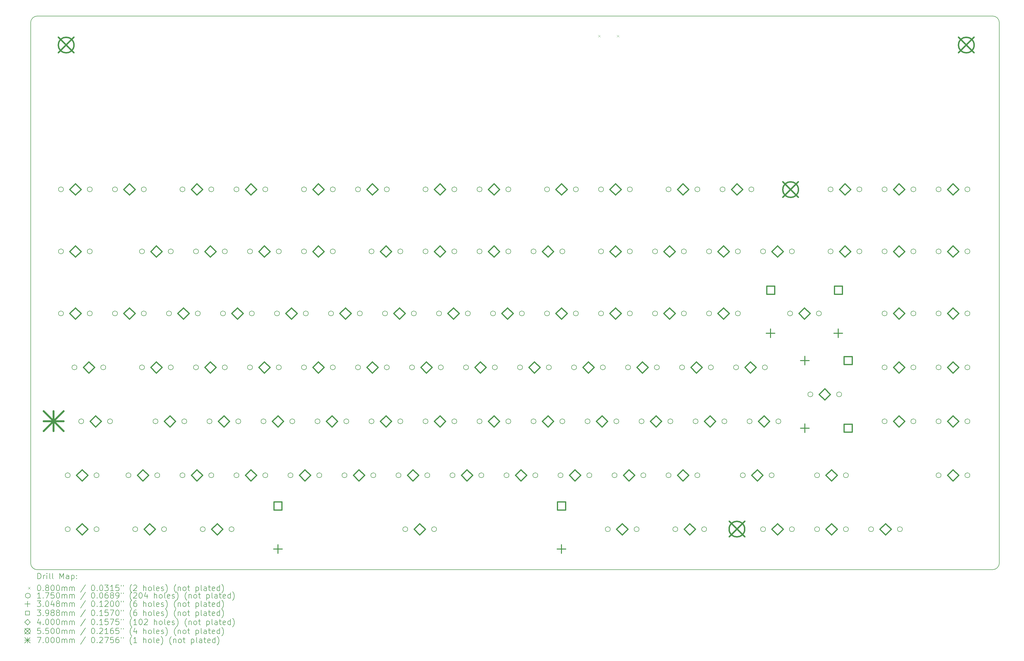
<source format=gbr>
%TF.GenerationSoftware,KiCad,Pcbnew,7.0.8*%
%TF.CreationDate,2024-02-01T14:29:46-06:00*%
%TF.ProjectId,VesselV3,56657373-656c-4563-932e-6b696361645f,3.0*%
%TF.SameCoordinates,Original*%
%TF.FileFunction,Drillmap*%
%TF.FilePolarity,Positive*%
%FSLAX45Y45*%
G04 Gerber Fmt 4.5, Leading zero omitted, Abs format (unit mm)*
G04 Created by KiCad (PCBNEW 7.0.8) date 2024-02-01 14:29:46*
%MOMM*%
%LPD*%
G01*
G04 APERTURE LIST*
%ADD10C,0.200000*%
%ADD11C,0.080000*%
%ADD12C,0.175000*%
%ADD13C,0.304800*%
%ADD14C,0.398780*%
%ADD15C,0.400000*%
%ADD16C,0.550000*%
%ADD17C,0.700000*%
G04 APERTURE END LIST*
D10*
X38338125Y-21869400D02*
X38338125Y-2832100D01*
X38011100Y-22145625D02*
X4406900Y-22148800D01*
X4406900Y-2593975D02*
G75*
G03*
X4168775Y-2832100I0J-238125D01*
G01*
X4168780Y-21910675D02*
G75*
G03*
X4406900Y-22148800I238120J-5D01*
G01*
X38338125Y-21907500D02*
X38338125Y-21869400D01*
X4168775Y-21831300D02*
X4168775Y-2832100D01*
X38100000Y-2593975D02*
X38049200Y-2593975D01*
X38100000Y-22145625D02*
G75*
G03*
X38338125Y-21907500I0J238125D01*
G01*
X38100000Y-22145625D02*
X38011100Y-22145625D01*
X38049200Y-2593975D02*
X4406900Y-2593975D01*
X38338125Y-2832100D02*
G75*
G03*
X38100000Y-2593975I-238125J0D01*
G01*
X4168775Y-21910675D02*
X4168775Y-21831300D01*
D11*
X24188000Y-3262300D02*
X24268000Y-3342300D01*
X24268000Y-3262300D02*
X24188000Y-3342300D01*
X24848000Y-3262300D02*
X24928000Y-3342300D01*
X24928000Y-3262300D02*
X24848000Y-3342300D01*
D12*
X5326250Y-8715370D02*
G75*
G03*
X5326250Y-8715370I-87500J0D01*
G01*
X5326250Y-10906120D02*
G75*
G03*
X5326250Y-10906120I-87500J0D01*
G01*
X5326250Y-13096870D02*
G75*
G03*
X5326250Y-13096870I-87500J0D01*
G01*
X5564380Y-18811870D02*
G75*
G03*
X5564380Y-18811870I-87500J0D01*
G01*
X5564380Y-20716870D02*
G75*
G03*
X5564380Y-20716870I-87500J0D01*
G01*
X5802500Y-15001870D02*
G75*
G03*
X5802500Y-15001870I-87500J0D01*
G01*
X6040630Y-16906870D02*
G75*
G03*
X6040630Y-16906870I-87500J0D01*
G01*
X6342250Y-8715370D02*
G75*
G03*
X6342250Y-8715370I-87500J0D01*
G01*
X6342250Y-10906120D02*
G75*
G03*
X6342250Y-10906120I-87500J0D01*
G01*
X6342250Y-13096870D02*
G75*
G03*
X6342250Y-13096870I-87500J0D01*
G01*
X6580380Y-18811870D02*
G75*
G03*
X6580380Y-18811870I-87500J0D01*
G01*
X6580380Y-20716870D02*
G75*
G03*
X6580380Y-20716870I-87500J0D01*
G01*
X6818500Y-15001870D02*
G75*
G03*
X6818500Y-15001870I-87500J0D01*
G01*
X7056630Y-16906870D02*
G75*
G03*
X7056630Y-16906870I-87500J0D01*
G01*
X7231250Y-8715370D02*
G75*
G03*
X7231250Y-8715370I-87500J0D01*
G01*
X7231250Y-13096870D02*
G75*
G03*
X7231250Y-13096870I-87500J0D01*
G01*
X7707500Y-18811870D02*
G75*
G03*
X7707500Y-18811870I-87500J0D01*
G01*
X7945630Y-20716870D02*
G75*
G03*
X7945630Y-20716870I-87500J0D01*
G01*
X8183750Y-10906120D02*
G75*
G03*
X8183750Y-10906120I-87500J0D01*
G01*
X8183750Y-15001870D02*
G75*
G03*
X8183750Y-15001870I-87500J0D01*
G01*
X8247250Y-8715370D02*
G75*
G03*
X8247250Y-8715370I-87500J0D01*
G01*
X8247250Y-13096870D02*
G75*
G03*
X8247250Y-13096870I-87500J0D01*
G01*
X8660000Y-16906870D02*
G75*
G03*
X8660000Y-16906870I-87500J0D01*
G01*
X8723500Y-18811870D02*
G75*
G03*
X8723500Y-18811870I-87500J0D01*
G01*
X8961630Y-20716870D02*
G75*
G03*
X8961630Y-20716870I-87500J0D01*
G01*
X9136250Y-13096870D02*
G75*
G03*
X9136250Y-13096870I-87500J0D01*
G01*
X9199750Y-10906120D02*
G75*
G03*
X9199750Y-10906120I-87500J0D01*
G01*
X9199750Y-15001870D02*
G75*
G03*
X9199750Y-15001870I-87500J0D01*
G01*
X9612500Y-8715370D02*
G75*
G03*
X9612500Y-8715370I-87500J0D01*
G01*
X9612500Y-18811870D02*
G75*
G03*
X9612500Y-18811870I-87500J0D01*
G01*
X9676000Y-16906870D02*
G75*
G03*
X9676000Y-16906870I-87500J0D01*
G01*
X10088750Y-10906120D02*
G75*
G03*
X10088750Y-10906120I-87500J0D01*
G01*
X10088750Y-15001870D02*
G75*
G03*
X10088750Y-15001870I-87500J0D01*
G01*
X10152250Y-13096870D02*
G75*
G03*
X10152250Y-13096870I-87500J0D01*
G01*
X10326880Y-20716870D02*
G75*
G03*
X10326880Y-20716870I-87500J0D01*
G01*
X10565000Y-16906870D02*
G75*
G03*
X10565000Y-16906870I-87500J0D01*
G01*
X10628500Y-8715370D02*
G75*
G03*
X10628500Y-8715370I-87500J0D01*
G01*
X10628500Y-18811870D02*
G75*
G03*
X10628500Y-18811870I-87500J0D01*
G01*
X11041250Y-13096870D02*
G75*
G03*
X11041250Y-13096870I-87500J0D01*
G01*
X11104750Y-10906120D02*
G75*
G03*
X11104750Y-10906120I-87500J0D01*
G01*
X11104750Y-15001870D02*
G75*
G03*
X11104750Y-15001870I-87500J0D01*
G01*
X11342880Y-20716870D02*
G75*
G03*
X11342880Y-20716870I-87500J0D01*
G01*
X11517500Y-8715370D02*
G75*
G03*
X11517500Y-8715370I-87500J0D01*
G01*
X11517500Y-18811870D02*
G75*
G03*
X11517500Y-18811870I-87500J0D01*
G01*
X11581000Y-16906870D02*
G75*
G03*
X11581000Y-16906870I-87500J0D01*
G01*
X11993750Y-10906120D02*
G75*
G03*
X11993750Y-10906120I-87500J0D01*
G01*
X11993750Y-15001870D02*
G75*
G03*
X11993750Y-15001870I-87500J0D01*
G01*
X12057250Y-13096870D02*
G75*
G03*
X12057250Y-13096870I-87500J0D01*
G01*
X12470000Y-16906870D02*
G75*
G03*
X12470000Y-16906870I-87500J0D01*
G01*
X12533500Y-8715370D02*
G75*
G03*
X12533500Y-8715370I-87500J0D01*
G01*
X12533500Y-18811870D02*
G75*
G03*
X12533500Y-18811870I-87500J0D01*
G01*
X12946250Y-13096870D02*
G75*
G03*
X12946250Y-13096870I-87500J0D01*
G01*
X13009750Y-10906120D02*
G75*
G03*
X13009750Y-10906120I-87500J0D01*
G01*
X13009750Y-15001870D02*
G75*
G03*
X13009750Y-15001870I-87500J0D01*
G01*
X13422500Y-18811870D02*
G75*
G03*
X13422500Y-18811870I-87500J0D01*
G01*
X13486000Y-16906870D02*
G75*
G03*
X13486000Y-16906870I-87500J0D01*
G01*
X13898750Y-8715370D02*
G75*
G03*
X13898750Y-8715370I-87500J0D01*
G01*
X13898750Y-10906120D02*
G75*
G03*
X13898750Y-10906120I-87500J0D01*
G01*
X13898750Y-15001870D02*
G75*
G03*
X13898750Y-15001870I-87500J0D01*
G01*
X13962250Y-13096870D02*
G75*
G03*
X13962250Y-13096870I-87500J0D01*
G01*
X14375000Y-16906870D02*
G75*
G03*
X14375000Y-16906870I-87500J0D01*
G01*
X14438500Y-18811870D02*
G75*
G03*
X14438500Y-18811870I-87500J0D01*
G01*
X14851250Y-13096870D02*
G75*
G03*
X14851250Y-13096870I-87500J0D01*
G01*
X14914750Y-8715370D02*
G75*
G03*
X14914750Y-8715370I-87500J0D01*
G01*
X14914750Y-10906120D02*
G75*
G03*
X14914750Y-10906120I-87500J0D01*
G01*
X14914750Y-15001870D02*
G75*
G03*
X14914750Y-15001870I-87500J0D01*
G01*
X15327500Y-18811870D02*
G75*
G03*
X15327500Y-18811870I-87500J0D01*
G01*
X15391000Y-16906870D02*
G75*
G03*
X15391000Y-16906870I-87500J0D01*
G01*
X15803750Y-8715370D02*
G75*
G03*
X15803750Y-8715370I-87500J0D01*
G01*
X15803750Y-15001870D02*
G75*
G03*
X15803750Y-15001870I-87500J0D01*
G01*
X15867250Y-13096870D02*
G75*
G03*
X15867250Y-13096870I-87500J0D01*
G01*
X16280000Y-10906120D02*
G75*
G03*
X16280000Y-10906120I-87500J0D01*
G01*
X16280000Y-16906870D02*
G75*
G03*
X16280000Y-16906870I-87500J0D01*
G01*
X16343500Y-18811870D02*
G75*
G03*
X16343500Y-18811870I-87500J0D01*
G01*
X16756250Y-13096870D02*
G75*
G03*
X16756250Y-13096870I-87500J0D01*
G01*
X16819750Y-8715370D02*
G75*
G03*
X16819750Y-8715370I-87500J0D01*
G01*
X16819750Y-15001870D02*
G75*
G03*
X16819750Y-15001870I-87500J0D01*
G01*
X17232500Y-18811870D02*
G75*
G03*
X17232500Y-18811870I-87500J0D01*
G01*
X17296000Y-10906120D02*
G75*
G03*
X17296000Y-10906120I-87500J0D01*
G01*
X17296000Y-16906870D02*
G75*
G03*
X17296000Y-16906870I-87500J0D01*
G01*
X17470630Y-20716870D02*
G75*
G03*
X17470630Y-20716870I-87500J0D01*
G01*
X17708750Y-15001870D02*
G75*
G03*
X17708750Y-15001870I-87500J0D01*
G01*
X17772250Y-13096870D02*
G75*
G03*
X17772250Y-13096870I-87500J0D01*
G01*
X18185000Y-8715370D02*
G75*
G03*
X18185000Y-8715370I-87500J0D01*
G01*
X18185000Y-10906120D02*
G75*
G03*
X18185000Y-10906120I-87500J0D01*
G01*
X18185000Y-16906870D02*
G75*
G03*
X18185000Y-16906870I-87500J0D01*
G01*
X18248500Y-18811870D02*
G75*
G03*
X18248500Y-18811870I-87500J0D01*
G01*
X18486630Y-20716870D02*
G75*
G03*
X18486630Y-20716870I-87500J0D01*
G01*
X18661250Y-13096870D02*
G75*
G03*
X18661250Y-13096870I-87500J0D01*
G01*
X18724750Y-15001870D02*
G75*
G03*
X18724750Y-15001870I-87500J0D01*
G01*
X19137500Y-18811870D02*
G75*
G03*
X19137500Y-18811870I-87500J0D01*
G01*
X19201000Y-8715370D02*
G75*
G03*
X19201000Y-8715370I-87500J0D01*
G01*
X19201000Y-10906120D02*
G75*
G03*
X19201000Y-10906120I-87500J0D01*
G01*
X19201000Y-16906870D02*
G75*
G03*
X19201000Y-16906870I-87500J0D01*
G01*
X19613750Y-15001870D02*
G75*
G03*
X19613750Y-15001870I-87500J0D01*
G01*
X19677250Y-13096870D02*
G75*
G03*
X19677250Y-13096870I-87500J0D01*
G01*
X20090000Y-8715370D02*
G75*
G03*
X20090000Y-8715370I-87500J0D01*
G01*
X20090000Y-10906120D02*
G75*
G03*
X20090000Y-10906120I-87500J0D01*
G01*
X20090000Y-16906870D02*
G75*
G03*
X20090000Y-16906870I-87500J0D01*
G01*
X20153500Y-18811870D02*
G75*
G03*
X20153500Y-18811870I-87500J0D01*
G01*
X20566250Y-13096870D02*
G75*
G03*
X20566250Y-13096870I-87500J0D01*
G01*
X20629750Y-15001870D02*
G75*
G03*
X20629750Y-15001870I-87500J0D01*
G01*
X21042500Y-18811870D02*
G75*
G03*
X21042500Y-18811870I-87500J0D01*
G01*
X21106000Y-8715370D02*
G75*
G03*
X21106000Y-8715370I-87500J0D01*
G01*
X21106000Y-10906120D02*
G75*
G03*
X21106000Y-10906120I-87500J0D01*
G01*
X21106000Y-16906870D02*
G75*
G03*
X21106000Y-16906870I-87500J0D01*
G01*
X21518750Y-15001870D02*
G75*
G03*
X21518750Y-15001870I-87500J0D01*
G01*
X21582250Y-13096870D02*
G75*
G03*
X21582250Y-13096870I-87500J0D01*
G01*
X21995000Y-10906120D02*
G75*
G03*
X21995000Y-10906120I-87500J0D01*
G01*
X21995000Y-16906870D02*
G75*
G03*
X21995000Y-16906870I-87500J0D01*
G01*
X22058500Y-18811870D02*
G75*
G03*
X22058500Y-18811870I-87500J0D01*
G01*
X22471250Y-8715370D02*
G75*
G03*
X22471250Y-8715370I-87500J0D01*
G01*
X22471250Y-13096870D02*
G75*
G03*
X22471250Y-13096870I-87500J0D01*
G01*
X22534750Y-15001870D02*
G75*
G03*
X22534750Y-15001870I-87500J0D01*
G01*
X22947500Y-18811870D02*
G75*
G03*
X22947500Y-18811870I-87500J0D01*
G01*
X23011000Y-10906120D02*
G75*
G03*
X23011000Y-10906120I-87500J0D01*
G01*
X23011000Y-16906870D02*
G75*
G03*
X23011000Y-16906870I-87500J0D01*
G01*
X23423750Y-15001870D02*
G75*
G03*
X23423750Y-15001870I-87500J0D01*
G01*
X23487250Y-8715370D02*
G75*
G03*
X23487250Y-8715370I-87500J0D01*
G01*
X23487250Y-13096870D02*
G75*
G03*
X23487250Y-13096870I-87500J0D01*
G01*
X23900000Y-16906870D02*
G75*
G03*
X23900000Y-16906870I-87500J0D01*
G01*
X23963500Y-18811870D02*
G75*
G03*
X23963500Y-18811870I-87500J0D01*
G01*
X24376250Y-8715370D02*
G75*
G03*
X24376250Y-8715370I-87500J0D01*
G01*
X24376250Y-10906120D02*
G75*
G03*
X24376250Y-10906120I-87500J0D01*
G01*
X24376250Y-13096870D02*
G75*
G03*
X24376250Y-13096870I-87500J0D01*
G01*
X24439750Y-15001870D02*
G75*
G03*
X24439750Y-15001870I-87500J0D01*
G01*
X24614380Y-20716870D02*
G75*
G03*
X24614380Y-20716870I-87500J0D01*
G01*
X24852500Y-18811870D02*
G75*
G03*
X24852500Y-18811870I-87500J0D01*
G01*
X24916000Y-16906870D02*
G75*
G03*
X24916000Y-16906870I-87500J0D01*
G01*
X25328750Y-15001870D02*
G75*
G03*
X25328750Y-15001870I-87500J0D01*
G01*
X25392250Y-8715370D02*
G75*
G03*
X25392250Y-8715370I-87500J0D01*
G01*
X25392250Y-10906120D02*
G75*
G03*
X25392250Y-10906120I-87500J0D01*
G01*
X25392250Y-13096870D02*
G75*
G03*
X25392250Y-13096870I-87500J0D01*
G01*
X25630380Y-20716870D02*
G75*
G03*
X25630380Y-20716870I-87500J0D01*
G01*
X25805000Y-16906870D02*
G75*
G03*
X25805000Y-16906870I-87500J0D01*
G01*
X25868500Y-18811870D02*
G75*
G03*
X25868500Y-18811870I-87500J0D01*
G01*
X26281250Y-10906120D02*
G75*
G03*
X26281250Y-10906120I-87500J0D01*
G01*
X26281250Y-13096870D02*
G75*
G03*
X26281250Y-13096870I-87500J0D01*
G01*
X26344750Y-15001870D02*
G75*
G03*
X26344750Y-15001870I-87500J0D01*
G01*
X26757500Y-8715370D02*
G75*
G03*
X26757500Y-8715370I-87500J0D01*
G01*
X26757500Y-18811870D02*
G75*
G03*
X26757500Y-18811870I-87500J0D01*
G01*
X26821000Y-16906870D02*
G75*
G03*
X26821000Y-16906870I-87500J0D01*
G01*
X26995630Y-20716870D02*
G75*
G03*
X26995630Y-20716870I-87500J0D01*
G01*
X27233750Y-15001870D02*
G75*
G03*
X27233750Y-15001870I-87500J0D01*
G01*
X27297250Y-10906120D02*
G75*
G03*
X27297250Y-10906120I-87500J0D01*
G01*
X27297250Y-13096870D02*
G75*
G03*
X27297250Y-13096870I-87500J0D01*
G01*
X27710000Y-16906870D02*
G75*
G03*
X27710000Y-16906870I-87500J0D01*
G01*
X27773500Y-8715370D02*
G75*
G03*
X27773500Y-8715370I-87500J0D01*
G01*
X27773500Y-18811870D02*
G75*
G03*
X27773500Y-18811870I-87500J0D01*
G01*
X28011630Y-20716870D02*
G75*
G03*
X28011630Y-20716870I-87500J0D01*
G01*
X28186250Y-10906120D02*
G75*
G03*
X28186250Y-10906120I-87500J0D01*
G01*
X28186250Y-13096870D02*
G75*
G03*
X28186250Y-13096870I-87500J0D01*
G01*
X28249750Y-15001870D02*
G75*
G03*
X28249750Y-15001870I-87500J0D01*
G01*
X28662500Y-8715370D02*
G75*
G03*
X28662500Y-8715370I-87500J0D01*
G01*
X28726000Y-16906870D02*
G75*
G03*
X28726000Y-16906870I-87500J0D01*
G01*
X29138750Y-15001870D02*
G75*
G03*
X29138750Y-15001870I-87500J0D01*
G01*
X29202250Y-10906120D02*
G75*
G03*
X29202250Y-10906120I-87500J0D01*
G01*
X29202250Y-13096870D02*
G75*
G03*
X29202250Y-13096870I-87500J0D01*
G01*
X29376880Y-18811870D02*
G75*
G03*
X29376880Y-18811870I-87500J0D01*
G01*
X29615000Y-16906870D02*
G75*
G03*
X29615000Y-16906870I-87500J0D01*
G01*
X29678500Y-8715370D02*
G75*
G03*
X29678500Y-8715370I-87500J0D01*
G01*
X30091250Y-10906120D02*
G75*
G03*
X30091250Y-10906120I-87500J0D01*
G01*
X30091250Y-20716870D02*
G75*
G03*
X30091250Y-20716870I-87500J0D01*
G01*
X30154750Y-15001870D02*
G75*
G03*
X30154750Y-15001870I-87500J0D01*
G01*
X30392880Y-18811870D02*
G75*
G03*
X30392880Y-18811870I-87500J0D01*
G01*
X30631000Y-16906870D02*
G75*
G03*
X30631000Y-16906870I-87500J0D01*
G01*
X31043750Y-13096870D02*
G75*
G03*
X31043750Y-13096870I-87500J0D01*
G01*
X31107250Y-10906120D02*
G75*
G03*
X31107250Y-10906120I-87500J0D01*
G01*
X31107250Y-20716870D02*
G75*
G03*
X31107250Y-20716870I-87500J0D01*
G01*
X31758130Y-15954370D02*
G75*
G03*
X31758130Y-15954370I-87500J0D01*
G01*
X31996250Y-18811870D02*
G75*
G03*
X31996250Y-18811870I-87500J0D01*
G01*
X31996250Y-20716870D02*
G75*
G03*
X31996250Y-20716870I-87500J0D01*
G01*
X32059750Y-13096870D02*
G75*
G03*
X32059750Y-13096870I-87500J0D01*
G01*
X32472500Y-8715370D02*
G75*
G03*
X32472500Y-8715370I-87500J0D01*
G01*
X32472500Y-10906120D02*
G75*
G03*
X32472500Y-10906120I-87500J0D01*
G01*
X32774130Y-15954370D02*
G75*
G03*
X32774130Y-15954370I-87500J0D01*
G01*
X33012250Y-18811870D02*
G75*
G03*
X33012250Y-18811870I-87500J0D01*
G01*
X33012250Y-20716870D02*
G75*
G03*
X33012250Y-20716870I-87500J0D01*
G01*
X33488500Y-8715370D02*
G75*
G03*
X33488500Y-8715370I-87500J0D01*
G01*
X33488500Y-10906120D02*
G75*
G03*
X33488500Y-10906120I-87500J0D01*
G01*
X33901250Y-20716870D02*
G75*
G03*
X33901250Y-20716870I-87500J0D01*
G01*
X34377500Y-8715370D02*
G75*
G03*
X34377500Y-8715370I-87500J0D01*
G01*
X34377500Y-10906120D02*
G75*
G03*
X34377500Y-10906120I-87500J0D01*
G01*
X34377500Y-13096870D02*
G75*
G03*
X34377500Y-13096870I-87500J0D01*
G01*
X34377500Y-15001870D02*
G75*
G03*
X34377500Y-15001870I-87500J0D01*
G01*
X34377500Y-16906870D02*
G75*
G03*
X34377500Y-16906870I-87500J0D01*
G01*
X34917250Y-20716870D02*
G75*
G03*
X34917250Y-20716870I-87500J0D01*
G01*
X35393500Y-8715370D02*
G75*
G03*
X35393500Y-8715370I-87500J0D01*
G01*
X35393500Y-10906120D02*
G75*
G03*
X35393500Y-10906120I-87500J0D01*
G01*
X35393500Y-13096870D02*
G75*
G03*
X35393500Y-13096870I-87500J0D01*
G01*
X35393500Y-15001870D02*
G75*
G03*
X35393500Y-15001870I-87500J0D01*
G01*
X35393500Y-16906870D02*
G75*
G03*
X35393500Y-16906870I-87500J0D01*
G01*
X36282500Y-8715370D02*
G75*
G03*
X36282500Y-8715370I-87500J0D01*
G01*
X36282500Y-10906120D02*
G75*
G03*
X36282500Y-10906120I-87500J0D01*
G01*
X36282500Y-13096870D02*
G75*
G03*
X36282500Y-13096870I-87500J0D01*
G01*
X36282500Y-15001870D02*
G75*
G03*
X36282500Y-15001870I-87500J0D01*
G01*
X36282500Y-16906870D02*
G75*
G03*
X36282500Y-16906870I-87500J0D01*
G01*
X36282500Y-18811870D02*
G75*
G03*
X36282500Y-18811870I-87500J0D01*
G01*
X37298500Y-8715370D02*
G75*
G03*
X37298500Y-8715370I-87500J0D01*
G01*
X37298500Y-10906120D02*
G75*
G03*
X37298500Y-10906120I-87500J0D01*
G01*
X37298500Y-13096870D02*
G75*
G03*
X37298500Y-13096870I-87500J0D01*
G01*
X37298500Y-15001870D02*
G75*
G03*
X37298500Y-15001870I-87500J0D01*
G01*
X37298500Y-16906870D02*
G75*
G03*
X37298500Y-16906870I-87500J0D01*
G01*
X37298500Y-18811870D02*
G75*
G03*
X37298500Y-18811870I-87500J0D01*
G01*
D13*
X12891130Y-21262970D02*
X12891130Y-21567770D01*
X12738730Y-21415370D02*
X13043530Y-21415370D01*
X22891130Y-21262970D02*
X22891130Y-21567770D01*
X22738730Y-21415370D02*
X23043530Y-21415370D01*
X30270450Y-13642970D02*
X30270450Y-13947770D01*
X30118050Y-13795370D02*
X30422850Y-13795370D01*
X31480130Y-14608170D02*
X31480130Y-14912970D01*
X31327730Y-14760570D02*
X31632530Y-14760570D01*
X31480130Y-16995770D02*
X31480130Y-17300570D01*
X31327730Y-17148170D02*
X31632530Y-17148170D01*
X32658050Y-13642970D02*
X32658050Y-13947770D01*
X32505650Y-13795370D02*
X32810450Y-13795370D01*
D14*
X13032121Y-20035361D02*
X13032121Y-19753379D01*
X12750139Y-19753379D01*
X12750139Y-20035361D01*
X13032121Y-20035361D01*
X23032121Y-20035361D02*
X23032121Y-19753379D01*
X22750139Y-19753379D01*
X22750139Y-20035361D01*
X23032121Y-20035361D01*
X30411441Y-12415361D02*
X30411441Y-12133379D01*
X30129459Y-12133379D01*
X30129459Y-12415361D01*
X30411441Y-12415361D01*
X32799041Y-12415361D02*
X32799041Y-12133379D01*
X32517059Y-12133379D01*
X32517059Y-12415361D01*
X32799041Y-12415361D01*
X33142121Y-14901561D02*
X33142121Y-14619579D01*
X32860139Y-14619579D01*
X32860139Y-14901561D01*
X33142121Y-14901561D01*
X33142121Y-17289161D02*
X33142121Y-17007179D01*
X32860139Y-17007179D01*
X32860139Y-17289161D01*
X33142121Y-17289161D01*
D15*
X5746750Y-8915370D02*
X5946750Y-8715370D01*
X5746750Y-8515370D01*
X5546750Y-8715370D01*
X5746750Y-8915370D01*
X5746750Y-11106120D02*
X5946750Y-10906120D01*
X5746750Y-10706120D01*
X5546750Y-10906120D01*
X5746750Y-11106120D01*
X5746750Y-13296870D02*
X5946750Y-13096870D01*
X5746750Y-12896870D01*
X5546750Y-13096870D01*
X5746750Y-13296870D01*
X5984880Y-19011870D02*
X6184880Y-18811870D01*
X5984880Y-18611870D01*
X5784880Y-18811870D01*
X5984880Y-19011870D01*
X5984880Y-20916870D02*
X6184880Y-20716870D01*
X5984880Y-20516870D01*
X5784880Y-20716870D01*
X5984880Y-20916870D01*
X6223000Y-15201870D02*
X6423000Y-15001870D01*
X6223000Y-14801870D01*
X6023000Y-15001870D01*
X6223000Y-15201870D01*
X6461130Y-17106870D02*
X6661130Y-16906870D01*
X6461130Y-16706870D01*
X6261130Y-16906870D01*
X6461130Y-17106870D01*
X7651750Y-8915370D02*
X7851750Y-8715370D01*
X7651750Y-8515370D01*
X7451750Y-8715370D01*
X7651750Y-8915370D01*
X7651750Y-13296870D02*
X7851750Y-13096870D01*
X7651750Y-12896870D01*
X7451750Y-13096870D01*
X7651750Y-13296870D01*
X8128000Y-19011870D02*
X8328000Y-18811870D01*
X8128000Y-18611870D01*
X7928000Y-18811870D01*
X8128000Y-19011870D01*
X8366130Y-20916870D02*
X8566130Y-20716870D01*
X8366130Y-20516870D01*
X8166130Y-20716870D01*
X8366130Y-20916870D01*
X8604250Y-11106120D02*
X8804250Y-10906120D01*
X8604250Y-10706120D01*
X8404250Y-10906120D01*
X8604250Y-11106120D01*
X8604250Y-15201870D02*
X8804250Y-15001870D01*
X8604250Y-14801870D01*
X8404250Y-15001870D01*
X8604250Y-15201870D01*
X9080500Y-17106870D02*
X9280500Y-16906870D01*
X9080500Y-16706870D01*
X8880500Y-16906870D01*
X9080500Y-17106870D01*
X9556750Y-13296870D02*
X9756750Y-13096870D01*
X9556750Y-12896870D01*
X9356750Y-13096870D01*
X9556750Y-13296870D01*
X10033000Y-8915370D02*
X10233000Y-8715370D01*
X10033000Y-8515370D01*
X9833000Y-8715370D01*
X10033000Y-8915370D01*
X10033000Y-19011870D02*
X10233000Y-18811870D01*
X10033000Y-18611870D01*
X9833000Y-18811870D01*
X10033000Y-19011870D01*
X10509250Y-11106120D02*
X10709250Y-10906120D01*
X10509250Y-10706120D01*
X10309250Y-10906120D01*
X10509250Y-11106120D01*
X10509250Y-15201870D02*
X10709250Y-15001870D01*
X10509250Y-14801870D01*
X10309250Y-15001870D01*
X10509250Y-15201870D01*
X10747380Y-20916870D02*
X10947380Y-20716870D01*
X10747380Y-20516870D01*
X10547380Y-20716870D01*
X10747380Y-20916870D01*
X10985500Y-17106870D02*
X11185500Y-16906870D01*
X10985500Y-16706870D01*
X10785500Y-16906870D01*
X10985500Y-17106870D01*
X11461750Y-13296870D02*
X11661750Y-13096870D01*
X11461750Y-12896870D01*
X11261750Y-13096870D01*
X11461750Y-13296870D01*
X11938000Y-8915370D02*
X12138000Y-8715370D01*
X11938000Y-8515370D01*
X11738000Y-8715370D01*
X11938000Y-8915370D01*
X11938000Y-19011870D02*
X12138000Y-18811870D01*
X11938000Y-18611870D01*
X11738000Y-18811870D01*
X11938000Y-19011870D01*
X12414250Y-11106120D02*
X12614250Y-10906120D01*
X12414250Y-10706120D01*
X12214250Y-10906120D01*
X12414250Y-11106120D01*
X12414250Y-15201870D02*
X12614250Y-15001870D01*
X12414250Y-14801870D01*
X12214250Y-15001870D01*
X12414250Y-15201870D01*
X12890500Y-17106870D02*
X13090500Y-16906870D01*
X12890500Y-16706870D01*
X12690500Y-16906870D01*
X12890500Y-17106870D01*
X13366750Y-13296870D02*
X13566750Y-13096870D01*
X13366750Y-12896870D01*
X13166750Y-13096870D01*
X13366750Y-13296870D01*
X13843000Y-19011870D02*
X14043000Y-18811870D01*
X13843000Y-18611870D01*
X13643000Y-18811870D01*
X13843000Y-19011870D01*
X14319250Y-8915370D02*
X14519250Y-8715370D01*
X14319250Y-8515370D01*
X14119250Y-8715370D01*
X14319250Y-8915370D01*
X14319250Y-11106120D02*
X14519250Y-10906120D01*
X14319250Y-10706120D01*
X14119250Y-10906120D01*
X14319250Y-11106120D01*
X14319250Y-15201870D02*
X14519250Y-15001870D01*
X14319250Y-14801870D01*
X14119250Y-15001870D01*
X14319250Y-15201870D01*
X14795500Y-17106870D02*
X14995500Y-16906870D01*
X14795500Y-16706870D01*
X14595500Y-16906870D01*
X14795500Y-17106870D01*
X15271750Y-13296870D02*
X15471750Y-13096870D01*
X15271750Y-12896870D01*
X15071750Y-13096870D01*
X15271750Y-13296870D01*
X15748000Y-19011870D02*
X15948000Y-18811870D01*
X15748000Y-18611870D01*
X15548000Y-18811870D01*
X15748000Y-19011870D01*
X16224250Y-8915370D02*
X16424250Y-8715370D01*
X16224250Y-8515370D01*
X16024250Y-8715370D01*
X16224250Y-8915370D01*
X16224250Y-15201870D02*
X16424250Y-15001870D01*
X16224250Y-14801870D01*
X16024250Y-15001870D01*
X16224250Y-15201870D01*
X16700500Y-11106120D02*
X16900500Y-10906120D01*
X16700500Y-10706120D01*
X16500500Y-10906120D01*
X16700500Y-11106120D01*
X16700500Y-17106870D02*
X16900500Y-16906870D01*
X16700500Y-16706870D01*
X16500500Y-16906870D01*
X16700500Y-17106870D01*
X17176750Y-13296870D02*
X17376750Y-13096870D01*
X17176750Y-12896870D01*
X16976750Y-13096870D01*
X17176750Y-13296870D01*
X17653000Y-19011870D02*
X17853000Y-18811870D01*
X17653000Y-18611870D01*
X17453000Y-18811870D01*
X17653000Y-19011870D01*
X17891130Y-20916870D02*
X18091130Y-20716870D01*
X17891130Y-20516870D01*
X17691130Y-20716870D01*
X17891130Y-20916870D01*
X18129250Y-15201870D02*
X18329250Y-15001870D01*
X18129250Y-14801870D01*
X17929250Y-15001870D01*
X18129250Y-15201870D01*
X18605500Y-8915370D02*
X18805500Y-8715370D01*
X18605500Y-8515370D01*
X18405500Y-8715370D01*
X18605500Y-8915370D01*
X18605500Y-11106120D02*
X18805500Y-10906120D01*
X18605500Y-10706120D01*
X18405500Y-10906120D01*
X18605500Y-11106120D01*
X18605500Y-17106870D02*
X18805500Y-16906870D01*
X18605500Y-16706870D01*
X18405500Y-16906870D01*
X18605500Y-17106870D01*
X19081750Y-13296870D02*
X19281750Y-13096870D01*
X19081750Y-12896870D01*
X18881750Y-13096870D01*
X19081750Y-13296870D01*
X19558000Y-19011870D02*
X19758000Y-18811870D01*
X19558000Y-18611870D01*
X19358000Y-18811870D01*
X19558000Y-19011870D01*
X20034250Y-15201870D02*
X20234250Y-15001870D01*
X20034250Y-14801870D01*
X19834250Y-15001870D01*
X20034250Y-15201870D01*
X20510500Y-8915370D02*
X20710500Y-8715370D01*
X20510500Y-8515370D01*
X20310500Y-8715370D01*
X20510500Y-8915370D01*
X20510500Y-11106120D02*
X20710500Y-10906120D01*
X20510500Y-10706120D01*
X20310500Y-10906120D01*
X20510500Y-11106120D01*
X20510500Y-17106870D02*
X20710500Y-16906870D01*
X20510500Y-16706870D01*
X20310500Y-16906870D01*
X20510500Y-17106870D01*
X20986750Y-13296870D02*
X21186750Y-13096870D01*
X20986750Y-12896870D01*
X20786750Y-13096870D01*
X20986750Y-13296870D01*
X21463000Y-19011870D02*
X21663000Y-18811870D01*
X21463000Y-18611870D01*
X21263000Y-18811870D01*
X21463000Y-19011870D01*
X21939250Y-15201870D02*
X22139250Y-15001870D01*
X21939250Y-14801870D01*
X21739250Y-15001870D01*
X21939250Y-15201870D01*
X22415500Y-11106120D02*
X22615500Y-10906120D01*
X22415500Y-10706120D01*
X22215500Y-10906120D01*
X22415500Y-11106120D01*
X22415500Y-17106870D02*
X22615500Y-16906870D01*
X22415500Y-16706870D01*
X22215500Y-16906870D01*
X22415500Y-17106870D01*
X22891750Y-8915370D02*
X23091750Y-8715370D01*
X22891750Y-8515370D01*
X22691750Y-8715370D01*
X22891750Y-8915370D01*
X22891750Y-13296870D02*
X23091750Y-13096870D01*
X22891750Y-12896870D01*
X22691750Y-13096870D01*
X22891750Y-13296870D01*
X23368000Y-19011870D02*
X23568000Y-18811870D01*
X23368000Y-18611870D01*
X23168000Y-18811870D01*
X23368000Y-19011870D01*
X23844250Y-15201870D02*
X24044250Y-15001870D01*
X23844250Y-14801870D01*
X23644250Y-15001870D01*
X23844250Y-15201870D01*
X24320500Y-17106870D02*
X24520500Y-16906870D01*
X24320500Y-16706870D01*
X24120500Y-16906870D01*
X24320500Y-17106870D01*
X24796750Y-8915370D02*
X24996750Y-8715370D01*
X24796750Y-8515370D01*
X24596750Y-8715370D01*
X24796750Y-8915370D01*
X24796750Y-11106120D02*
X24996750Y-10906120D01*
X24796750Y-10706120D01*
X24596750Y-10906120D01*
X24796750Y-11106120D01*
X24796750Y-13296870D02*
X24996750Y-13096870D01*
X24796750Y-12896870D01*
X24596750Y-13096870D01*
X24796750Y-13296870D01*
X25034880Y-20916870D02*
X25234880Y-20716870D01*
X25034880Y-20516870D01*
X24834880Y-20716870D01*
X25034880Y-20916870D01*
X25273000Y-19011870D02*
X25473000Y-18811870D01*
X25273000Y-18611870D01*
X25073000Y-18811870D01*
X25273000Y-19011870D01*
X25749250Y-15201870D02*
X25949250Y-15001870D01*
X25749250Y-14801870D01*
X25549250Y-15001870D01*
X25749250Y-15201870D01*
X26225500Y-17106870D02*
X26425500Y-16906870D01*
X26225500Y-16706870D01*
X26025500Y-16906870D01*
X26225500Y-17106870D01*
X26701750Y-11106120D02*
X26901750Y-10906120D01*
X26701750Y-10706120D01*
X26501750Y-10906120D01*
X26701750Y-11106120D01*
X26701750Y-13296870D02*
X26901750Y-13096870D01*
X26701750Y-12896870D01*
X26501750Y-13096870D01*
X26701750Y-13296870D01*
X27178000Y-8915370D02*
X27378000Y-8715370D01*
X27178000Y-8515370D01*
X26978000Y-8715370D01*
X27178000Y-8915370D01*
X27178000Y-19011870D02*
X27378000Y-18811870D01*
X27178000Y-18611870D01*
X26978000Y-18811870D01*
X27178000Y-19011870D01*
X27416130Y-20916870D02*
X27616130Y-20716870D01*
X27416130Y-20516870D01*
X27216130Y-20716870D01*
X27416130Y-20916870D01*
X27654250Y-15201870D02*
X27854250Y-15001870D01*
X27654250Y-14801870D01*
X27454250Y-15001870D01*
X27654250Y-15201870D01*
X28130500Y-17106870D02*
X28330500Y-16906870D01*
X28130500Y-16706870D01*
X27930500Y-16906870D01*
X28130500Y-17106870D01*
X28606750Y-11106120D02*
X28806750Y-10906120D01*
X28606750Y-10706120D01*
X28406750Y-10906120D01*
X28606750Y-11106120D01*
X28606750Y-13296870D02*
X28806750Y-13096870D01*
X28606750Y-12896870D01*
X28406750Y-13096870D01*
X28606750Y-13296870D01*
X29083000Y-8915370D02*
X29283000Y-8715370D01*
X29083000Y-8515370D01*
X28883000Y-8715370D01*
X29083000Y-8915370D01*
X29559250Y-15201870D02*
X29759250Y-15001870D01*
X29559250Y-14801870D01*
X29359250Y-15001870D01*
X29559250Y-15201870D01*
X29797380Y-19011870D02*
X29997380Y-18811870D01*
X29797380Y-18611870D01*
X29597380Y-18811870D01*
X29797380Y-19011870D01*
X30035500Y-17106870D02*
X30235500Y-16906870D01*
X30035500Y-16706870D01*
X29835500Y-16906870D01*
X30035500Y-17106870D01*
X30511750Y-11106120D02*
X30711750Y-10906120D01*
X30511750Y-10706120D01*
X30311750Y-10906120D01*
X30511750Y-11106120D01*
X30511750Y-20916870D02*
X30711750Y-20716870D01*
X30511750Y-20516870D01*
X30311750Y-20716870D01*
X30511750Y-20916870D01*
X31464250Y-13296870D02*
X31664250Y-13096870D01*
X31464250Y-12896870D01*
X31264250Y-13096870D01*
X31464250Y-13296870D01*
X32178630Y-16154370D02*
X32378630Y-15954370D01*
X32178630Y-15754370D01*
X31978630Y-15954370D01*
X32178630Y-16154370D01*
X32416750Y-19011870D02*
X32616750Y-18811870D01*
X32416750Y-18611870D01*
X32216750Y-18811870D01*
X32416750Y-19011870D01*
X32416750Y-20916870D02*
X32616750Y-20716870D01*
X32416750Y-20516870D01*
X32216750Y-20716870D01*
X32416750Y-20916870D01*
X32893000Y-8915370D02*
X33093000Y-8715370D01*
X32893000Y-8515370D01*
X32693000Y-8715370D01*
X32893000Y-8915370D01*
X32893000Y-11106120D02*
X33093000Y-10906120D01*
X32893000Y-10706120D01*
X32693000Y-10906120D01*
X32893000Y-11106120D01*
X34321750Y-20916870D02*
X34521750Y-20716870D01*
X34321750Y-20516870D01*
X34121750Y-20716870D01*
X34321750Y-20916870D01*
X34798000Y-8915370D02*
X34998000Y-8715370D01*
X34798000Y-8515370D01*
X34598000Y-8715370D01*
X34798000Y-8915370D01*
X34798000Y-11106120D02*
X34998000Y-10906120D01*
X34798000Y-10706120D01*
X34598000Y-10906120D01*
X34798000Y-11106120D01*
X34798000Y-13296870D02*
X34998000Y-13096870D01*
X34798000Y-12896870D01*
X34598000Y-13096870D01*
X34798000Y-13296870D01*
X34798000Y-15201870D02*
X34998000Y-15001870D01*
X34798000Y-14801870D01*
X34598000Y-15001870D01*
X34798000Y-15201870D01*
X34798000Y-17106870D02*
X34998000Y-16906870D01*
X34798000Y-16706870D01*
X34598000Y-16906870D01*
X34798000Y-17106870D01*
X36703000Y-8915370D02*
X36903000Y-8715370D01*
X36703000Y-8515370D01*
X36503000Y-8715370D01*
X36703000Y-8915370D01*
X36703000Y-11106120D02*
X36903000Y-10906120D01*
X36703000Y-10706120D01*
X36503000Y-10906120D01*
X36703000Y-11106120D01*
X36703000Y-13296870D02*
X36903000Y-13096870D01*
X36703000Y-12896870D01*
X36503000Y-13096870D01*
X36703000Y-13296870D01*
X36703000Y-15201870D02*
X36903000Y-15001870D01*
X36703000Y-14801870D01*
X36503000Y-15001870D01*
X36703000Y-15201870D01*
X36703000Y-17106870D02*
X36903000Y-16906870D01*
X36703000Y-16706870D01*
X36503000Y-16906870D01*
X36703000Y-17106870D01*
X36703000Y-19011870D02*
X36903000Y-18811870D01*
X36703000Y-18611870D01*
X36503000Y-18811870D01*
X36703000Y-19011870D01*
D16*
X5147900Y-3344500D02*
X5697900Y-3894500D01*
X5697900Y-3344500D02*
X5147900Y-3894500D01*
X5697900Y-3619500D02*
G75*
G03*
X5697900Y-3619500I-275000J0D01*
G01*
X28806900Y-20438700D02*
X29356900Y-20988700D01*
X29356900Y-20438700D02*
X28806900Y-20988700D01*
X29356900Y-20713700D02*
G75*
G03*
X29356900Y-20713700I-275000J0D01*
G01*
X30700300Y-8449900D02*
X31250300Y-8999900D01*
X31250300Y-8449900D02*
X30700300Y-8999900D01*
X31250300Y-8724900D02*
G75*
G03*
X31250300Y-8724900I-275000J0D01*
G01*
X36897900Y-3344500D02*
X37447900Y-3894500D01*
X37447900Y-3344500D02*
X36897900Y-3894500D01*
X37447900Y-3619500D02*
G75*
G03*
X37447900Y-3619500I-275000J0D01*
G01*
D17*
X4628400Y-16552500D02*
X5328400Y-17252500D01*
X5328400Y-16552500D02*
X4628400Y-17252500D01*
X4978400Y-16552500D02*
X4978400Y-17252500D01*
X4628400Y-16902500D02*
X5328400Y-16902500D01*
D10*
X4419552Y-22470284D02*
X4419552Y-22270284D01*
X4419552Y-22270284D02*
X4467171Y-22270284D01*
X4467171Y-22270284D02*
X4495742Y-22279808D01*
X4495742Y-22279808D02*
X4514790Y-22298855D01*
X4514790Y-22298855D02*
X4524314Y-22317903D01*
X4524314Y-22317903D02*
X4533838Y-22355998D01*
X4533838Y-22355998D02*
X4533838Y-22384569D01*
X4533838Y-22384569D02*
X4524314Y-22422665D01*
X4524314Y-22422665D02*
X4514790Y-22441712D01*
X4514790Y-22441712D02*
X4495742Y-22460760D01*
X4495742Y-22460760D02*
X4467171Y-22470284D01*
X4467171Y-22470284D02*
X4419552Y-22470284D01*
X4619552Y-22470284D02*
X4619552Y-22336950D01*
X4619552Y-22375046D02*
X4629076Y-22355998D01*
X4629076Y-22355998D02*
X4638599Y-22346474D01*
X4638599Y-22346474D02*
X4657647Y-22336950D01*
X4657647Y-22336950D02*
X4676695Y-22336950D01*
X4743361Y-22470284D02*
X4743361Y-22336950D01*
X4743361Y-22270284D02*
X4733838Y-22279808D01*
X4733838Y-22279808D02*
X4743361Y-22289331D01*
X4743361Y-22289331D02*
X4752885Y-22279808D01*
X4752885Y-22279808D02*
X4743361Y-22270284D01*
X4743361Y-22270284D02*
X4743361Y-22289331D01*
X4867171Y-22470284D02*
X4848123Y-22460760D01*
X4848123Y-22460760D02*
X4838599Y-22441712D01*
X4838599Y-22441712D02*
X4838599Y-22270284D01*
X4971933Y-22470284D02*
X4952885Y-22460760D01*
X4952885Y-22460760D02*
X4943361Y-22441712D01*
X4943361Y-22441712D02*
X4943361Y-22270284D01*
X5200504Y-22470284D02*
X5200504Y-22270284D01*
X5200504Y-22270284D02*
X5267171Y-22413141D01*
X5267171Y-22413141D02*
X5333838Y-22270284D01*
X5333838Y-22270284D02*
X5333838Y-22470284D01*
X5514790Y-22470284D02*
X5514790Y-22365522D01*
X5514790Y-22365522D02*
X5505266Y-22346474D01*
X5505266Y-22346474D02*
X5486219Y-22336950D01*
X5486219Y-22336950D02*
X5448123Y-22336950D01*
X5448123Y-22336950D02*
X5429076Y-22346474D01*
X5514790Y-22460760D02*
X5495742Y-22470284D01*
X5495742Y-22470284D02*
X5448123Y-22470284D01*
X5448123Y-22470284D02*
X5429076Y-22460760D01*
X5429076Y-22460760D02*
X5419552Y-22441712D01*
X5419552Y-22441712D02*
X5419552Y-22422665D01*
X5419552Y-22422665D02*
X5429076Y-22403617D01*
X5429076Y-22403617D02*
X5448123Y-22394093D01*
X5448123Y-22394093D02*
X5495742Y-22394093D01*
X5495742Y-22394093D02*
X5514790Y-22384569D01*
X5610028Y-22336950D02*
X5610028Y-22536950D01*
X5610028Y-22346474D02*
X5629076Y-22336950D01*
X5629076Y-22336950D02*
X5667171Y-22336950D01*
X5667171Y-22336950D02*
X5686218Y-22346474D01*
X5686218Y-22346474D02*
X5695742Y-22355998D01*
X5695742Y-22355998D02*
X5705266Y-22375046D01*
X5705266Y-22375046D02*
X5705266Y-22432188D01*
X5705266Y-22432188D02*
X5695742Y-22451236D01*
X5695742Y-22451236D02*
X5686218Y-22460760D01*
X5686218Y-22460760D02*
X5667171Y-22470284D01*
X5667171Y-22470284D02*
X5629076Y-22470284D01*
X5629076Y-22470284D02*
X5610028Y-22460760D01*
X5790980Y-22451236D02*
X5800504Y-22460760D01*
X5800504Y-22460760D02*
X5790980Y-22470284D01*
X5790980Y-22470284D02*
X5781457Y-22460760D01*
X5781457Y-22460760D02*
X5790980Y-22451236D01*
X5790980Y-22451236D02*
X5790980Y-22470284D01*
X5790980Y-22346474D02*
X5800504Y-22355998D01*
X5800504Y-22355998D02*
X5790980Y-22365522D01*
X5790980Y-22365522D02*
X5781457Y-22355998D01*
X5781457Y-22355998D02*
X5790980Y-22346474D01*
X5790980Y-22346474D02*
X5790980Y-22365522D01*
D11*
X4078775Y-22758800D02*
X4158775Y-22838800D01*
X4158775Y-22758800D02*
X4078775Y-22838800D01*
D10*
X4457647Y-22690284D02*
X4476695Y-22690284D01*
X4476695Y-22690284D02*
X4495742Y-22699808D01*
X4495742Y-22699808D02*
X4505266Y-22709331D01*
X4505266Y-22709331D02*
X4514790Y-22728379D01*
X4514790Y-22728379D02*
X4524314Y-22766474D01*
X4524314Y-22766474D02*
X4524314Y-22814093D01*
X4524314Y-22814093D02*
X4514790Y-22852188D01*
X4514790Y-22852188D02*
X4505266Y-22871236D01*
X4505266Y-22871236D02*
X4495742Y-22880760D01*
X4495742Y-22880760D02*
X4476695Y-22890284D01*
X4476695Y-22890284D02*
X4457647Y-22890284D01*
X4457647Y-22890284D02*
X4438599Y-22880760D01*
X4438599Y-22880760D02*
X4429076Y-22871236D01*
X4429076Y-22871236D02*
X4419552Y-22852188D01*
X4419552Y-22852188D02*
X4410028Y-22814093D01*
X4410028Y-22814093D02*
X4410028Y-22766474D01*
X4410028Y-22766474D02*
X4419552Y-22728379D01*
X4419552Y-22728379D02*
X4429076Y-22709331D01*
X4429076Y-22709331D02*
X4438599Y-22699808D01*
X4438599Y-22699808D02*
X4457647Y-22690284D01*
X4610028Y-22871236D02*
X4619552Y-22880760D01*
X4619552Y-22880760D02*
X4610028Y-22890284D01*
X4610028Y-22890284D02*
X4600504Y-22880760D01*
X4600504Y-22880760D02*
X4610028Y-22871236D01*
X4610028Y-22871236D02*
X4610028Y-22890284D01*
X4733838Y-22775998D02*
X4714790Y-22766474D01*
X4714790Y-22766474D02*
X4705266Y-22756950D01*
X4705266Y-22756950D02*
X4695742Y-22737903D01*
X4695742Y-22737903D02*
X4695742Y-22728379D01*
X4695742Y-22728379D02*
X4705266Y-22709331D01*
X4705266Y-22709331D02*
X4714790Y-22699808D01*
X4714790Y-22699808D02*
X4733838Y-22690284D01*
X4733838Y-22690284D02*
X4771933Y-22690284D01*
X4771933Y-22690284D02*
X4790980Y-22699808D01*
X4790980Y-22699808D02*
X4800504Y-22709331D01*
X4800504Y-22709331D02*
X4810028Y-22728379D01*
X4810028Y-22728379D02*
X4810028Y-22737903D01*
X4810028Y-22737903D02*
X4800504Y-22756950D01*
X4800504Y-22756950D02*
X4790980Y-22766474D01*
X4790980Y-22766474D02*
X4771933Y-22775998D01*
X4771933Y-22775998D02*
X4733838Y-22775998D01*
X4733838Y-22775998D02*
X4714790Y-22785522D01*
X4714790Y-22785522D02*
X4705266Y-22795046D01*
X4705266Y-22795046D02*
X4695742Y-22814093D01*
X4695742Y-22814093D02*
X4695742Y-22852188D01*
X4695742Y-22852188D02*
X4705266Y-22871236D01*
X4705266Y-22871236D02*
X4714790Y-22880760D01*
X4714790Y-22880760D02*
X4733838Y-22890284D01*
X4733838Y-22890284D02*
X4771933Y-22890284D01*
X4771933Y-22890284D02*
X4790980Y-22880760D01*
X4790980Y-22880760D02*
X4800504Y-22871236D01*
X4800504Y-22871236D02*
X4810028Y-22852188D01*
X4810028Y-22852188D02*
X4810028Y-22814093D01*
X4810028Y-22814093D02*
X4800504Y-22795046D01*
X4800504Y-22795046D02*
X4790980Y-22785522D01*
X4790980Y-22785522D02*
X4771933Y-22775998D01*
X4933838Y-22690284D02*
X4952885Y-22690284D01*
X4952885Y-22690284D02*
X4971933Y-22699808D01*
X4971933Y-22699808D02*
X4981457Y-22709331D01*
X4981457Y-22709331D02*
X4990980Y-22728379D01*
X4990980Y-22728379D02*
X5000504Y-22766474D01*
X5000504Y-22766474D02*
X5000504Y-22814093D01*
X5000504Y-22814093D02*
X4990980Y-22852188D01*
X4990980Y-22852188D02*
X4981457Y-22871236D01*
X4981457Y-22871236D02*
X4971933Y-22880760D01*
X4971933Y-22880760D02*
X4952885Y-22890284D01*
X4952885Y-22890284D02*
X4933838Y-22890284D01*
X4933838Y-22890284D02*
X4914790Y-22880760D01*
X4914790Y-22880760D02*
X4905266Y-22871236D01*
X4905266Y-22871236D02*
X4895742Y-22852188D01*
X4895742Y-22852188D02*
X4886219Y-22814093D01*
X4886219Y-22814093D02*
X4886219Y-22766474D01*
X4886219Y-22766474D02*
X4895742Y-22728379D01*
X4895742Y-22728379D02*
X4905266Y-22709331D01*
X4905266Y-22709331D02*
X4914790Y-22699808D01*
X4914790Y-22699808D02*
X4933838Y-22690284D01*
X5124314Y-22690284D02*
X5143361Y-22690284D01*
X5143361Y-22690284D02*
X5162409Y-22699808D01*
X5162409Y-22699808D02*
X5171933Y-22709331D01*
X5171933Y-22709331D02*
X5181457Y-22728379D01*
X5181457Y-22728379D02*
X5190980Y-22766474D01*
X5190980Y-22766474D02*
X5190980Y-22814093D01*
X5190980Y-22814093D02*
X5181457Y-22852188D01*
X5181457Y-22852188D02*
X5171933Y-22871236D01*
X5171933Y-22871236D02*
X5162409Y-22880760D01*
X5162409Y-22880760D02*
X5143361Y-22890284D01*
X5143361Y-22890284D02*
X5124314Y-22890284D01*
X5124314Y-22890284D02*
X5105266Y-22880760D01*
X5105266Y-22880760D02*
X5095742Y-22871236D01*
X5095742Y-22871236D02*
X5086219Y-22852188D01*
X5086219Y-22852188D02*
X5076695Y-22814093D01*
X5076695Y-22814093D02*
X5076695Y-22766474D01*
X5076695Y-22766474D02*
X5086219Y-22728379D01*
X5086219Y-22728379D02*
X5095742Y-22709331D01*
X5095742Y-22709331D02*
X5105266Y-22699808D01*
X5105266Y-22699808D02*
X5124314Y-22690284D01*
X5276695Y-22890284D02*
X5276695Y-22756950D01*
X5276695Y-22775998D02*
X5286219Y-22766474D01*
X5286219Y-22766474D02*
X5305266Y-22756950D01*
X5305266Y-22756950D02*
X5333838Y-22756950D01*
X5333838Y-22756950D02*
X5352885Y-22766474D01*
X5352885Y-22766474D02*
X5362409Y-22785522D01*
X5362409Y-22785522D02*
X5362409Y-22890284D01*
X5362409Y-22785522D02*
X5371933Y-22766474D01*
X5371933Y-22766474D02*
X5390980Y-22756950D01*
X5390980Y-22756950D02*
X5419552Y-22756950D01*
X5419552Y-22756950D02*
X5438600Y-22766474D01*
X5438600Y-22766474D02*
X5448123Y-22785522D01*
X5448123Y-22785522D02*
X5448123Y-22890284D01*
X5543361Y-22890284D02*
X5543361Y-22756950D01*
X5543361Y-22775998D02*
X5552885Y-22766474D01*
X5552885Y-22766474D02*
X5571933Y-22756950D01*
X5571933Y-22756950D02*
X5600504Y-22756950D01*
X5600504Y-22756950D02*
X5619552Y-22766474D01*
X5619552Y-22766474D02*
X5629076Y-22785522D01*
X5629076Y-22785522D02*
X5629076Y-22890284D01*
X5629076Y-22785522D02*
X5638599Y-22766474D01*
X5638599Y-22766474D02*
X5657647Y-22756950D01*
X5657647Y-22756950D02*
X5686218Y-22756950D01*
X5686218Y-22756950D02*
X5705266Y-22766474D01*
X5705266Y-22766474D02*
X5714790Y-22785522D01*
X5714790Y-22785522D02*
X5714790Y-22890284D01*
X6105266Y-22680760D02*
X5933838Y-22937903D01*
X6362409Y-22690284D02*
X6381457Y-22690284D01*
X6381457Y-22690284D02*
X6400504Y-22699808D01*
X6400504Y-22699808D02*
X6410028Y-22709331D01*
X6410028Y-22709331D02*
X6419552Y-22728379D01*
X6419552Y-22728379D02*
X6429076Y-22766474D01*
X6429076Y-22766474D02*
X6429076Y-22814093D01*
X6429076Y-22814093D02*
X6419552Y-22852188D01*
X6419552Y-22852188D02*
X6410028Y-22871236D01*
X6410028Y-22871236D02*
X6400504Y-22880760D01*
X6400504Y-22880760D02*
X6381457Y-22890284D01*
X6381457Y-22890284D02*
X6362409Y-22890284D01*
X6362409Y-22890284D02*
X6343361Y-22880760D01*
X6343361Y-22880760D02*
X6333838Y-22871236D01*
X6333838Y-22871236D02*
X6324314Y-22852188D01*
X6324314Y-22852188D02*
X6314790Y-22814093D01*
X6314790Y-22814093D02*
X6314790Y-22766474D01*
X6314790Y-22766474D02*
X6324314Y-22728379D01*
X6324314Y-22728379D02*
X6333838Y-22709331D01*
X6333838Y-22709331D02*
X6343361Y-22699808D01*
X6343361Y-22699808D02*
X6362409Y-22690284D01*
X6514790Y-22871236D02*
X6524314Y-22880760D01*
X6524314Y-22880760D02*
X6514790Y-22890284D01*
X6514790Y-22890284D02*
X6505266Y-22880760D01*
X6505266Y-22880760D02*
X6514790Y-22871236D01*
X6514790Y-22871236D02*
X6514790Y-22890284D01*
X6648123Y-22690284D02*
X6667171Y-22690284D01*
X6667171Y-22690284D02*
X6686219Y-22699808D01*
X6686219Y-22699808D02*
X6695742Y-22709331D01*
X6695742Y-22709331D02*
X6705266Y-22728379D01*
X6705266Y-22728379D02*
X6714790Y-22766474D01*
X6714790Y-22766474D02*
X6714790Y-22814093D01*
X6714790Y-22814093D02*
X6705266Y-22852188D01*
X6705266Y-22852188D02*
X6695742Y-22871236D01*
X6695742Y-22871236D02*
X6686219Y-22880760D01*
X6686219Y-22880760D02*
X6667171Y-22890284D01*
X6667171Y-22890284D02*
X6648123Y-22890284D01*
X6648123Y-22890284D02*
X6629076Y-22880760D01*
X6629076Y-22880760D02*
X6619552Y-22871236D01*
X6619552Y-22871236D02*
X6610028Y-22852188D01*
X6610028Y-22852188D02*
X6600504Y-22814093D01*
X6600504Y-22814093D02*
X6600504Y-22766474D01*
X6600504Y-22766474D02*
X6610028Y-22728379D01*
X6610028Y-22728379D02*
X6619552Y-22709331D01*
X6619552Y-22709331D02*
X6629076Y-22699808D01*
X6629076Y-22699808D02*
X6648123Y-22690284D01*
X6781457Y-22690284D02*
X6905266Y-22690284D01*
X6905266Y-22690284D02*
X6838600Y-22766474D01*
X6838600Y-22766474D02*
X6867171Y-22766474D01*
X6867171Y-22766474D02*
X6886219Y-22775998D01*
X6886219Y-22775998D02*
X6895742Y-22785522D01*
X6895742Y-22785522D02*
X6905266Y-22804569D01*
X6905266Y-22804569D02*
X6905266Y-22852188D01*
X6905266Y-22852188D02*
X6895742Y-22871236D01*
X6895742Y-22871236D02*
X6886219Y-22880760D01*
X6886219Y-22880760D02*
X6867171Y-22890284D01*
X6867171Y-22890284D02*
X6810028Y-22890284D01*
X6810028Y-22890284D02*
X6790981Y-22880760D01*
X6790981Y-22880760D02*
X6781457Y-22871236D01*
X7095742Y-22890284D02*
X6981457Y-22890284D01*
X7038600Y-22890284D02*
X7038600Y-22690284D01*
X7038600Y-22690284D02*
X7019552Y-22718855D01*
X7019552Y-22718855D02*
X7000504Y-22737903D01*
X7000504Y-22737903D02*
X6981457Y-22747427D01*
X7276695Y-22690284D02*
X7181457Y-22690284D01*
X7181457Y-22690284D02*
X7171933Y-22785522D01*
X7171933Y-22785522D02*
X7181457Y-22775998D01*
X7181457Y-22775998D02*
X7200504Y-22766474D01*
X7200504Y-22766474D02*
X7248123Y-22766474D01*
X7248123Y-22766474D02*
X7267171Y-22775998D01*
X7267171Y-22775998D02*
X7276695Y-22785522D01*
X7276695Y-22785522D02*
X7286219Y-22804569D01*
X7286219Y-22804569D02*
X7286219Y-22852188D01*
X7286219Y-22852188D02*
X7276695Y-22871236D01*
X7276695Y-22871236D02*
X7267171Y-22880760D01*
X7267171Y-22880760D02*
X7248123Y-22890284D01*
X7248123Y-22890284D02*
X7200504Y-22890284D01*
X7200504Y-22890284D02*
X7181457Y-22880760D01*
X7181457Y-22880760D02*
X7171933Y-22871236D01*
X7362409Y-22690284D02*
X7362409Y-22728379D01*
X7438600Y-22690284D02*
X7438600Y-22728379D01*
X7733838Y-22966474D02*
X7724314Y-22956950D01*
X7724314Y-22956950D02*
X7705266Y-22928379D01*
X7705266Y-22928379D02*
X7695743Y-22909331D01*
X7695743Y-22909331D02*
X7686219Y-22880760D01*
X7686219Y-22880760D02*
X7676695Y-22833141D01*
X7676695Y-22833141D02*
X7676695Y-22795046D01*
X7676695Y-22795046D02*
X7686219Y-22747427D01*
X7686219Y-22747427D02*
X7695743Y-22718855D01*
X7695743Y-22718855D02*
X7705266Y-22699808D01*
X7705266Y-22699808D02*
X7724314Y-22671236D01*
X7724314Y-22671236D02*
X7733838Y-22661712D01*
X7800504Y-22709331D02*
X7810028Y-22699808D01*
X7810028Y-22699808D02*
X7829076Y-22690284D01*
X7829076Y-22690284D02*
X7876695Y-22690284D01*
X7876695Y-22690284D02*
X7895743Y-22699808D01*
X7895743Y-22699808D02*
X7905266Y-22709331D01*
X7905266Y-22709331D02*
X7914790Y-22728379D01*
X7914790Y-22728379D02*
X7914790Y-22747427D01*
X7914790Y-22747427D02*
X7905266Y-22775998D01*
X7905266Y-22775998D02*
X7790981Y-22890284D01*
X7790981Y-22890284D02*
X7914790Y-22890284D01*
X8152885Y-22890284D02*
X8152885Y-22690284D01*
X8238600Y-22890284D02*
X8238600Y-22785522D01*
X8238600Y-22785522D02*
X8229076Y-22766474D01*
X8229076Y-22766474D02*
X8210028Y-22756950D01*
X8210028Y-22756950D02*
X8181457Y-22756950D01*
X8181457Y-22756950D02*
X8162409Y-22766474D01*
X8162409Y-22766474D02*
X8152885Y-22775998D01*
X8362409Y-22890284D02*
X8343362Y-22880760D01*
X8343362Y-22880760D02*
X8333838Y-22871236D01*
X8333838Y-22871236D02*
X8324314Y-22852188D01*
X8324314Y-22852188D02*
X8324314Y-22795046D01*
X8324314Y-22795046D02*
X8333838Y-22775998D01*
X8333838Y-22775998D02*
X8343362Y-22766474D01*
X8343362Y-22766474D02*
X8362409Y-22756950D01*
X8362409Y-22756950D02*
X8390981Y-22756950D01*
X8390981Y-22756950D02*
X8410028Y-22766474D01*
X8410028Y-22766474D02*
X8419552Y-22775998D01*
X8419552Y-22775998D02*
X8429076Y-22795046D01*
X8429076Y-22795046D02*
X8429076Y-22852188D01*
X8429076Y-22852188D02*
X8419552Y-22871236D01*
X8419552Y-22871236D02*
X8410028Y-22880760D01*
X8410028Y-22880760D02*
X8390981Y-22890284D01*
X8390981Y-22890284D02*
X8362409Y-22890284D01*
X8543362Y-22890284D02*
X8524314Y-22880760D01*
X8524314Y-22880760D02*
X8514790Y-22861712D01*
X8514790Y-22861712D02*
X8514790Y-22690284D01*
X8695743Y-22880760D02*
X8676695Y-22890284D01*
X8676695Y-22890284D02*
X8638600Y-22890284D01*
X8638600Y-22890284D02*
X8619552Y-22880760D01*
X8619552Y-22880760D02*
X8610028Y-22861712D01*
X8610028Y-22861712D02*
X8610028Y-22785522D01*
X8610028Y-22785522D02*
X8619552Y-22766474D01*
X8619552Y-22766474D02*
X8638600Y-22756950D01*
X8638600Y-22756950D02*
X8676695Y-22756950D01*
X8676695Y-22756950D02*
X8695743Y-22766474D01*
X8695743Y-22766474D02*
X8705267Y-22785522D01*
X8705267Y-22785522D02*
X8705267Y-22804569D01*
X8705267Y-22804569D02*
X8610028Y-22823617D01*
X8781457Y-22880760D02*
X8800505Y-22890284D01*
X8800505Y-22890284D02*
X8838600Y-22890284D01*
X8838600Y-22890284D02*
X8857648Y-22880760D01*
X8857648Y-22880760D02*
X8867171Y-22861712D01*
X8867171Y-22861712D02*
X8867171Y-22852188D01*
X8867171Y-22852188D02*
X8857648Y-22833141D01*
X8857648Y-22833141D02*
X8838600Y-22823617D01*
X8838600Y-22823617D02*
X8810028Y-22823617D01*
X8810028Y-22823617D02*
X8790981Y-22814093D01*
X8790981Y-22814093D02*
X8781457Y-22795046D01*
X8781457Y-22795046D02*
X8781457Y-22785522D01*
X8781457Y-22785522D02*
X8790981Y-22766474D01*
X8790981Y-22766474D02*
X8810028Y-22756950D01*
X8810028Y-22756950D02*
X8838600Y-22756950D01*
X8838600Y-22756950D02*
X8857648Y-22766474D01*
X8933838Y-22966474D02*
X8943362Y-22956950D01*
X8943362Y-22956950D02*
X8962409Y-22928379D01*
X8962409Y-22928379D02*
X8971933Y-22909331D01*
X8971933Y-22909331D02*
X8981457Y-22880760D01*
X8981457Y-22880760D02*
X8990981Y-22833141D01*
X8990981Y-22833141D02*
X8990981Y-22795046D01*
X8990981Y-22795046D02*
X8981457Y-22747427D01*
X8981457Y-22747427D02*
X8971933Y-22718855D01*
X8971933Y-22718855D02*
X8962409Y-22699808D01*
X8962409Y-22699808D02*
X8943362Y-22671236D01*
X8943362Y-22671236D02*
X8933838Y-22661712D01*
X9295743Y-22966474D02*
X9286219Y-22956950D01*
X9286219Y-22956950D02*
X9267171Y-22928379D01*
X9267171Y-22928379D02*
X9257648Y-22909331D01*
X9257648Y-22909331D02*
X9248124Y-22880760D01*
X9248124Y-22880760D02*
X9238600Y-22833141D01*
X9238600Y-22833141D02*
X9238600Y-22795046D01*
X9238600Y-22795046D02*
X9248124Y-22747427D01*
X9248124Y-22747427D02*
X9257648Y-22718855D01*
X9257648Y-22718855D02*
X9267171Y-22699808D01*
X9267171Y-22699808D02*
X9286219Y-22671236D01*
X9286219Y-22671236D02*
X9295743Y-22661712D01*
X9371933Y-22756950D02*
X9371933Y-22890284D01*
X9371933Y-22775998D02*
X9381457Y-22766474D01*
X9381457Y-22766474D02*
X9400505Y-22756950D01*
X9400505Y-22756950D02*
X9429076Y-22756950D01*
X9429076Y-22756950D02*
X9448124Y-22766474D01*
X9448124Y-22766474D02*
X9457648Y-22785522D01*
X9457648Y-22785522D02*
X9457648Y-22890284D01*
X9581457Y-22890284D02*
X9562409Y-22880760D01*
X9562409Y-22880760D02*
X9552886Y-22871236D01*
X9552886Y-22871236D02*
X9543362Y-22852188D01*
X9543362Y-22852188D02*
X9543362Y-22795046D01*
X9543362Y-22795046D02*
X9552886Y-22775998D01*
X9552886Y-22775998D02*
X9562409Y-22766474D01*
X9562409Y-22766474D02*
X9581457Y-22756950D01*
X9581457Y-22756950D02*
X9610029Y-22756950D01*
X9610029Y-22756950D02*
X9629076Y-22766474D01*
X9629076Y-22766474D02*
X9638600Y-22775998D01*
X9638600Y-22775998D02*
X9648124Y-22795046D01*
X9648124Y-22795046D02*
X9648124Y-22852188D01*
X9648124Y-22852188D02*
X9638600Y-22871236D01*
X9638600Y-22871236D02*
X9629076Y-22880760D01*
X9629076Y-22880760D02*
X9610029Y-22890284D01*
X9610029Y-22890284D02*
X9581457Y-22890284D01*
X9705267Y-22756950D02*
X9781457Y-22756950D01*
X9733838Y-22690284D02*
X9733838Y-22861712D01*
X9733838Y-22861712D02*
X9743362Y-22880760D01*
X9743362Y-22880760D02*
X9762409Y-22890284D01*
X9762409Y-22890284D02*
X9781457Y-22890284D01*
X10000505Y-22756950D02*
X10000505Y-22956950D01*
X10000505Y-22766474D02*
X10019552Y-22756950D01*
X10019552Y-22756950D02*
X10057648Y-22756950D01*
X10057648Y-22756950D02*
X10076695Y-22766474D01*
X10076695Y-22766474D02*
X10086219Y-22775998D01*
X10086219Y-22775998D02*
X10095743Y-22795046D01*
X10095743Y-22795046D02*
X10095743Y-22852188D01*
X10095743Y-22852188D02*
X10086219Y-22871236D01*
X10086219Y-22871236D02*
X10076695Y-22880760D01*
X10076695Y-22880760D02*
X10057648Y-22890284D01*
X10057648Y-22890284D02*
X10019552Y-22890284D01*
X10019552Y-22890284D02*
X10000505Y-22880760D01*
X10210029Y-22890284D02*
X10190981Y-22880760D01*
X10190981Y-22880760D02*
X10181457Y-22861712D01*
X10181457Y-22861712D02*
X10181457Y-22690284D01*
X10371933Y-22890284D02*
X10371933Y-22785522D01*
X10371933Y-22785522D02*
X10362410Y-22766474D01*
X10362410Y-22766474D02*
X10343362Y-22756950D01*
X10343362Y-22756950D02*
X10305267Y-22756950D01*
X10305267Y-22756950D02*
X10286219Y-22766474D01*
X10371933Y-22880760D02*
X10352886Y-22890284D01*
X10352886Y-22890284D02*
X10305267Y-22890284D01*
X10305267Y-22890284D02*
X10286219Y-22880760D01*
X10286219Y-22880760D02*
X10276695Y-22861712D01*
X10276695Y-22861712D02*
X10276695Y-22842665D01*
X10276695Y-22842665D02*
X10286219Y-22823617D01*
X10286219Y-22823617D02*
X10305267Y-22814093D01*
X10305267Y-22814093D02*
X10352886Y-22814093D01*
X10352886Y-22814093D02*
X10371933Y-22804569D01*
X10438600Y-22756950D02*
X10514790Y-22756950D01*
X10467171Y-22690284D02*
X10467171Y-22861712D01*
X10467171Y-22861712D02*
X10476695Y-22880760D01*
X10476695Y-22880760D02*
X10495743Y-22890284D01*
X10495743Y-22890284D02*
X10514790Y-22890284D01*
X10657648Y-22880760D02*
X10638600Y-22890284D01*
X10638600Y-22890284D02*
X10600505Y-22890284D01*
X10600505Y-22890284D02*
X10581457Y-22880760D01*
X10581457Y-22880760D02*
X10571933Y-22861712D01*
X10571933Y-22861712D02*
X10571933Y-22785522D01*
X10571933Y-22785522D02*
X10581457Y-22766474D01*
X10581457Y-22766474D02*
X10600505Y-22756950D01*
X10600505Y-22756950D02*
X10638600Y-22756950D01*
X10638600Y-22756950D02*
X10657648Y-22766474D01*
X10657648Y-22766474D02*
X10667171Y-22785522D01*
X10667171Y-22785522D02*
X10667171Y-22804569D01*
X10667171Y-22804569D02*
X10571933Y-22823617D01*
X10838600Y-22890284D02*
X10838600Y-22690284D01*
X10838600Y-22880760D02*
X10819552Y-22890284D01*
X10819552Y-22890284D02*
X10781457Y-22890284D01*
X10781457Y-22890284D02*
X10762410Y-22880760D01*
X10762410Y-22880760D02*
X10752886Y-22871236D01*
X10752886Y-22871236D02*
X10743362Y-22852188D01*
X10743362Y-22852188D02*
X10743362Y-22795046D01*
X10743362Y-22795046D02*
X10752886Y-22775998D01*
X10752886Y-22775998D02*
X10762410Y-22766474D01*
X10762410Y-22766474D02*
X10781457Y-22756950D01*
X10781457Y-22756950D02*
X10819552Y-22756950D01*
X10819552Y-22756950D02*
X10838600Y-22766474D01*
X10914791Y-22966474D02*
X10924314Y-22956950D01*
X10924314Y-22956950D02*
X10943362Y-22928379D01*
X10943362Y-22928379D02*
X10952886Y-22909331D01*
X10952886Y-22909331D02*
X10962410Y-22880760D01*
X10962410Y-22880760D02*
X10971933Y-22833141D01*
X10971933Y-22833141D02*
X10971933Y-22795046D01*
X10971933Y-22795046D02*
X10962410Y-22747427D01*
X10962410Y-22747427D02*
X10952886Y-22718855D01*
X10952886Y-22718855D02*
X10943362Y-22699808D01*
X10943362Y-22699808D02*
X10924314Y-22671236D01*
X10924314Y-22671236D02*
X10914791Y-22661712D01*
D12*
X4158775Y-23062800D02*
G75*
G03*
X4158775Y-23062800I-87500J0D01*
G01*
D10*
X4524314Y-23154284D02*
X4410028Y-23154284D01*
X4467171Y-23154284D02*
X4467171Y-22954284D01*
X4467171Y-22954284D02*
X4448123Y-22982855D01*
X4448123Y-22982855D02*
X4429076Y-23001903D01*
X4429076Y-23001903D02*
X4410028Y-23011427D01*
X4610028Y-23135236D02*
X4619552Y-23144760D01*
X4619552Y-23144760D02*
X4610028Y-23154284D01*
X4610028Y-23154284D02*
X4600504Y-23144760D01*
X4600504Y-23144760D02*
X4610028Y-23135236D01*
X4610028Y-23135236D02*
X4610028Y-23154284D01*
X4686219Y-22954284D02*
X4819552Y-22954284D01*
X4819552Y-22954284D02*
X4733838Y-23154284D01*
X4990980Y-22954284D02*
X4895742Y-22954284D01*
X4895742Y-22954284D02*
X4886219Y-23049522D01*
X4886219Y-23049522D02*
X4895742Y-23039998D01*
X4895742Y-23039998D02*
X4914790Y-23030474D01*
X4914790Y-23030474D02*
X4962409Y-23030474D01*
X4962409Y-23030474D02*
X4981457Y-23039998D01*
X4981457Y-23039998D02*
X4990980Y-23049522D01*
X4990980Y-23049522D02*
X5000504Y-23068569D01*
X5000504Y-23068569D02*
X5000504Y-23116188D01*
X5000504Y-23116188D02*
X4990980Y-23135236D01*
X4990980Y-23135236D02*
X4981457Y-23144760D01*
X4981457Y-23144760D02*
X4962409Y-23154284D01*
X4962409Y-23154284D02*
X4914790Y-23154284D01*
X4914790Y-23154284D02*
X4895742Y-23144760D01*
X4895742Y-23144760D02*
X4886219Y-23135236D01*
X5124314Y-22954284D02*
X5143361Y-22954284D01*
X5143361Y-22954284D02*
X5162409Y-22963808D01*
X5162409Y-22963808D02*
X5171933Y-22973331D01*
X5171933Y-22973331D02*
X5181457Y-22992379D01*
X5181457Y-22992379D02*
X5190980Y-23030474D01*
X5190980Y-23030474D02*
X5190980Y-23078093D01*
X5190980Y-23078093D02*
X5181457Y-23116188D01*
X5181457Y-23116188D02*
X5171933Y-23135236D01*
X5171933Y-23135236D02*
X5162409Y-23144760D01*
X5162409Y-23144760D02*
X5143361Y-23154284D01*
X5143361Y-23154284D02*
X5124314Y-23154284D01*
X5124314Y-23154284D02*
X5105266Y-23144760D01*
X5105266Y-23144760D02*
X5095742Y-23135236D01*
X5095742Y-23135236D02*
X5086219Y-23116188D01*
X5086219Y-23116188D02*
X5076695Y-23078093D01*
X5076695Y-23078093D02*
X5076695Y-23030474D01*
X5076695Y-23030474D02*
X5086219Y-22992379D01*
X5086219Y-22992379D02*
X5095742Y-22973331D01*
X5095742Y-22973331D02*
X5105266Y-22963808D01*
X5105266Y-22963808D02*
X5124314Y-22954284D01*
X5276695Y-23154284D02*
X5276695Y-23020950D01*
X5276695Y-23039998D02*
X5286219Y-23030474D01*
X5286219Y-23030474D02*
X5305266Y-23020950D01*
X5305266Y-23020950D02*
X5333838Y-23020950D01*
X5333838Y-23020950D02*
X5352885Y-23030474D01*
X5352885Y-23030474D02*
X5362409Y-23049522D01*
X5362409Y-23049522D02*
X5362409Y-23154284D01*
X5362409Y-23049522D02*
X5371933Y-23030474D01*
X5371933Y-23030474D02*
X5390980Y-23020950D01*
X5390980Y-23020950D02*
X5419552Y-23020950D01*
X5419552Y-23020950D02*
X5438600Y-23030474D01*
X5438600Y-23030474D02*
X5448123Y-23049522D01*
X5448123Y-23049522D02*
X5448123Y-23154284D01*
X5543361Y-23154284D02*
X5543361Y-23020950D01*
X5543361Y-23039998D02*
X5552885Y-23030474D01*
X5552885Y-23030474D02*
X5571933Y-23020950D01*
X5571933Y-23020950D02*
X5600504Y-23020950D01*
X5600504Y-23020950D02*
X5619552Y-23030474D01*
X5619552Y-23030474D02*
X5629076Y-23049522D01*
X5629076Y-23049522D02*
X5629076Y-23154284D01*
X5629076Y-23049522D02*
X5638599Y-23030474D01*
X5638599Y-23030474D02*
X5657647Y-23020950D01*
X5657647Y-23020950D02*
X5686218Y-23020950D01*
X5686218Y-23020950D02*
X5705266Y-23030474D01*
X5705266Y-23030474D02*
X5714790Y-23049522D01*
X5714790Y-23049522D02*
X5714790Y-23154284D01*
X6105266Y-22944760D02*
X5933838Y-23201903D01*
X6362409Y-22954284D02*
X6381457Y-22954284D01*
X6381457Y-22954284D02*
X6400504Y-22963808D01*
X6400504Y-22963808D02*
X6410028Y-22973331D01*
X6410028Y-22973331D02*
X6419552Y-22992379D01*
X6419552Y-22992379D02*
X6429076Y-23030474D01*
X6429076Y-23030474D02*
X6429076Y-23078093D01*
X6429076Y-23078093D02*
X6419552Y-23116188D01*
X6419552Y-23116188D02*
X6410028Y-23135236D01*
X6410028Y-23135236D02*
X6400504Y-23144760D01*
X6400504Y-23144760D02*
X6381457Y-23154284D01*
X6381457Y-23154284D02*
X6362409Y-23154284D01*
X6362409Y-23154284D02*
X6343361Y-23144760D01*
X6343361Y-23144760D02*
X6333838Y-23135236D01*
X6333838Y-23135236D02*
X6324314Y-23116188D01*
X6324314Y-23116188D02*
X6314790Y-23078093D01*
X6314790Y-23078093D02*
X6314790Y-23030474D01*
X6314790Y-23030474D02*
X6324314Y-22992379D01*
X6324314Y-22992379D02*
X6333838Y-22973331D01*
X6333838Y-22973331D02*
X6343361Y-22963808D01*
X6343361Y-22963808D02*
X6362409Y-22954284D01*
X6514790Y-23135236D02*
X6524314Y-23144760D01*
X6524314Y-23144760D02*
X6514790Y-23154284D01*
X6514790Y-23154284D02*
X6505266Y-23144760D01*
X6505266Y-23144760D02*
X6514790Y-23135236D01*
X6514790Y-23135236D02*
X6514790Y-23154284D01*
X6648123Y-22954284D02*
X6667171Y-22954284D01*
X6667171Y-22954284D02*
X6686219Y-22963808D01*
X6686219Y-22963808D02*
X6695742Y-22973331D01*
X6695742Y-22973331D02*
X6705266Y-22992379D01*
X6705266Y-22992379D02*
X6714790Y-23030474D01*
X6714790Y-23030474D02*
X6714790Y-23078093D01*
X6714790Y-23078093D02*
X6705266Y-23116188D01*
X6705266Y-23116188D02*
X6695742Y-23135236D01*
X6695742Y-23135236D02*
X6686219Y-23144760D01*
X6686219Y-23144760D02*
X6667171Y-23154284D01*
X6667171Y-23154284D02*
X6648123Y-23154284D01*
X6648123Y-23154284D02*
X6629076Y-23144760D01*
X6629076Y-23144760D02*
X6619552Y-23135236D01*
X6619552Y-23135236D02*
X6610028Y-23116188D01*
X6610028Y-23116188D02*
X6600504Y-23078093D01*
X6600504Y-23078093D02*
X6600504Y-23030474D01*
X6600504Y-23030474D02*
X6610028Y-22992379D01*
X6610028Y-22992379D02*
X6619552Y-22973331D01*
X6619552Y-22973331D02*
X6629076Y-22963808D01*
X6629076Y-22963808D02*
X6648123Y-22954284D01*
X6886219Y-22954284D02*
X6848123Y-22954284D01*
X6848123Y-22954284D02*
X6829076Y-22963808D01*
X6829076Y-22963808D02*
X6819552Y-22973331D01*
X6819552Y-22973331D02*
X6800504Y-23001903D01*
X6800504Y-23001903D02*
X6790981Y-23039998D01*
X6790981Y-23039998D02*
X6790981Y-23116188D01*
X6790981Y-23116188D02*
X6800504Y-23135236D01*
X6800504Y-23135236D02*
X6810028Y-23144760D01*
X6810028Y-23144760D02*
X6829076Y-23154284D01*
X6829076Y-23154284D02*
X6867171Y-23154284D01*
X6867171Y-23154284D02*
X6886219Y-23144760D01*
X6886219Y-23144760D02*
X6895742Y-23135236D01*
X6895742Y-23135236D02*
X6905266Y-23116188D01*
X6905266Y-23116188D02*
X6905266Y-23068569D01*
X6905266Y-23068569D02*
X6895742Y-23049522D01*
X6895742Y-23049522D02*
X6886219Y-23039998D01*
X6886219Y-23039998D02*
X6867171Y-23030474D01*
X6867171Y-23030474D02*
X6829076Y-23030474D01*
X6829076Y-23030474D02*
X6810028Y-23039998D01*
X6810028Y-23039998D02*
X6800504Y-23049522D01*
X6800504Y-23049522D02*
X6790981Y-23068569D01*
X7019552Y-23039998D02*
X7000504Y-23030474D01*
X7000504Y-23030474D02*
X6990981Y-23020950D01*
X6990981Y-23020950D02*
X6981457Y-23001903D01*
X6981457Y-23001903D02*
X6981457Y-22992379D01*
X6981457Y-22992379D02*
X6990981Y-22973331D01*
X6990981Y-22973331D02*
X7000504Y-22963808D01*
X7000504Y-22963808D02*
X7019552Y-22954284D01*
X7019552Y-22954284D02*
X7057647Y-22954284D01*
X7057647Y-22954284D02*
X7076695Y-22963808D01*
X7076695Y-22963808D02*
X7086219Y-22973331D01*
X7086219Y-22973331D02*
X7095742Y-22992379D01*
X7095742Y-22992379D02*
X7095742Y-23001903D01*
X7095742Y-23001903D02*
X7086219Y-23020950D01*
X7086219Y-23020950D02*
X7076695Y-23030474D01*
X7076695Y-23030474D02*
X7057647Y-23039998D01*
X7057647Y-23039998D02*
X7019552Y-23039998D01*
X7019552Y-23039998D02*
X7000504Y-23049522D01*
X7000504Y-23049522D02*
X6990981Y-23059046D01*
X6990981Y-23059046D02*
X6981457Y-23078093D01*
X6981457Y-23078093D02*
X6981457Y-23116188D01*
X6981457Y-23116188D02*
X6990981Y-23135236D01*
X6990981Y-23135236D02*
X7000504Y-23144760D01*
X7000504Y-23144760D02*
X7019552Y-23154284D01*
X7019552Y-23154284D02*
X7057647Y-23154284D01*
X7057647Y-23154284D02*
X7076695Y-23144760D01*
X7076695Y-23144760D02*
X7086219Y-23135236D01*
X7086219Y-23135236D02*
X7095742Y-23116188D01*
X7095742Y-23116188D02*
X7095742Y-23078093D01*
X7095742Y-23078093D02*
X7086219Y-23059046D01*
X7086219Y-23059046D02*
X7076695Y-23049522D01*
X7076695Y-23049522D02*
X7057647Y-23039998D01*
X7190981Y-23154284D02*
X7229076Y-23154284D01*
X7229076Y-23154284D02*
X7248123Y-23144760D01*
X7248123Y-23144760D02*
X7257647Y-23135236D01*
X7257647Y-23135236D02*
X7276695Y-23106665D01*
X7276695Y-23106665D02*
X7286219Y-23068569D01*
X7286219Y-23068569D02*
X7286219Y-22992379D01*
X7286219Y-22992379D02*
X7276695Y-22973331D01*
X7276695Y-22973331D02*
X7267171Y-22963808D01*
X7267171Y-22963808D02*
X7248123Y-22954284D01*
X7248123Y-22954284D02*
X7210028Y-22954284D01*
X7210028Y-22954284D02*
X7190981Y-22963808D01*
X7190981Y-22963808D02*
X7181457Y-22973331D01*
X7181457Y-22973331D02*
X7171933Y-22992379D01*
X7171933Y-22992379D02*
X7171933Y-23039998D01*
X7171933Y-23039998D02*
X7181457Y-23059046D01*
X7181457Y-23059046D02*
X7190981Y-23068569D01*
X7190981Y-23068569D02*
X7210028Y-23078093D01*
X7210028Y-23078093D02*
X7248123Y-23078093D01*
X7248123Y-23078093D02*
X7267171Y-23068569D01*
X7267171Y-23068569D02*
X7276695Y-23059046D01*
X7276695Y-23059046D02*
X7286219Y-23039998D01*
X7362409Y-22954284D02*
X7362409Y-22992379D01*
X7438600Y-22954284D02*
X7438600Y-22992379D01*
X7733838Y-23230474D02*
X7724314Y-23220950D01*
X7724314Y-23220950D02*
X7705266Y-23192379D01*
X7705266Y-23192379D02*
X7695743Y-23173331D01*
X7695743Y-23173331D02*
X7686219Y-23144760D01*
X7686219Y-23144760D02*
X7676695Y-23097141D01*
X7676695Y-23097141D02*
X7676695Y-23059046D01*
X7676695Y-23059046D02*
X7686219Y-23011427D01*
X7686219Y-23011427D02*
X7695743Y-22982855D01*
X7695743Y-22982855D02*
X7705266Y-22963808D01*
X7705266Y-22963808D02*
X7724314Y-22935236D01*
X7724314Y-22935236D02*
X7733838Y-22925712D01*
X7800504Y-22973331D02*
X7810028Y-22963808D01*
X7810028Y-22963808D02*
X7829076Y-22954284D01*
X7829076Y-22954284D02*
X7876695Y-22954284D01*
X7876695Y-22954284D02*
X7895743Y-22963808D01*
X7895743Y-22963808D02*
X7905266Y-22973331D01*
X7905266Y-22973331D02*
X7914790Y-22992379D01*
X7914790Y-22992379D02*
X7914790Y-23011427D01*
X7914790Y-23011427D02*
X7905266Y-23039998D01*
X7905266Y-23039998D02*
X7790981Y-23154284D01*
X7790981Y-23154284D02*
X7914790Y-23154284D01*
X8038600Y-22954284D02*
X8057647Y-22954284D01*
X8057647Y-22954284D02*
X8076695Y-22963808D01*
X8076695Y-22963808D02*
X8086219Y-22973331D01*
X8086219Y-22973331D02*
X8095743Y-22992379D01*
X8095743Y-22992379D02*
X8105266Y-23030474D01*
X8105266Y-23030474D02*
X8105266Y-23078093D01*
X8105266Y-23078093D02*
X8095743Y-23116188D01*
X8095743Y-23116188D02*
X8086219Y-23135236D01*
X8086219Y-23135236D02*
X8076695Y-23144760D01*
X8076695Y-23144760D02*
X8057647Y-23154284D01*
X8057647Y-23154284D02*
X8038600Y-23154284D01*
X8038600Y-23154284D02*
X8019552Y-23144760D01*
X8019552Y-23144760D02*
X8010028Y-23135236D01*
X8010028Y-23135236D02*
X8000504Y-23116188D01*
X8000504Y-23116188D02*
X7990981Y-23078093D01*
X7990981Y-23078093D02*
X7990981Y-23030474D01*
X7990981Y-23030474D02*
X8000504Y-22992379D01*
X8000504Y-22992379D02*
X8010028Y-22973331D01*
X8010028Y-22973331D02*
X8019552Y-22963808D01*
X8019552Y-22963808D02*
X8038600Y-22954284D01*
X8276695Y-23020950D02*
X8276695Y-23154284D01*
X8229076Y-22944760D02*
X8181457Y-23087617D01*
X8181457Y-23087617D02*
X8305266Y-23087617D01*
X8533838Y-23154284D02*
X8533838Y-22954284D01*
X8619552Y-23154284D02*
X8619552Y-23049522D01*
X8619552Y-23049522D02*
X8610028Y-23030474D01*
X8610028Y-23030474D02*
X8590981Y-23020950D01*
X8590981Y-23020950D02*
X8562409Y-23020950D01*
X8562409Y-23020950D02*
X8543362Y-23030474D01*
X8543362Y-23030474D02*
X8533838Y-23039998D01*
X8743362Y-23154284D02*
X8724314Y-23144760D01*
X8724314Y-23144760D02*
X8714790Y-23135236D01*
X8714790Y-23135236D02*
X8705267Y-23116188D01*
X8705267Y-23116188D02*
X8705267Y-23059046D01*
X8705267Y-23059046D02*
X8714790Y-23039998D01*
X8714790Y-23039998D02*
X8724314Y-23030474D01*
X8724314Y-23030474D02*
X8743362Y-23020950D01*
X8743362Y-23020950D02*
X8771933Y-23020950D01*
X8771933Y-23020950D02*
X8790981Y-23030474D01*
X8790981Y-23030474D02*
X8800505Y-23039998D01*
X8800505Y-23039998D02*
X8810028Y-23059046D01*
X8810028Y-23059046D02*
X8810028Y-23116188D01*
X8810028Y-23116188D02*
X8800505Y-23135236D01*
X8800505Y-23135236D02*
X8790981Y-23144760D01*
X8790981Y-23144760D02*
X8771933Y-23154284D01*
X8771933Y-23154284D02*
X8743362Y-23154284D01*
X8924314Y-23154284D02*
X8905267Y-23144760D01*
X8905267Y-23144760D02*
X8895743Y-23125712D01*
X8895743Y-23125712D02*
X8895743Y-22954284D01*
X9076695Y-23144760D02*
X9057648Y-23154284D01*
X9057648Y-23154284D02*
X9019552Y-23154284D01*
X9019552Y-23154284D02*
X9000505Y-23144760D01*
X9000505Y-23144760D02*
X8990981Y-23125712D01*
X8990981Y-23125712D02*
X8990981Y-23049522D01*
X8990981Y-23049522D02*
X9000505Y-23030474D01*
X9000505Y-23030474D02*
X9019552Y-23020950D01*
X9019552Y-23020950D02*
X9057648Y-23020950D01*
X9057648Y-23020950D02*
X9076695Y-23030474D01*
X9076695Y-23030474D02*
X9086219Y-23049522D01*
X9086219Y-23049522D02*
X9086219Y-23068569D01*
X9086219Y-23068569D02*
X8990981Y-23087617D01*
X9162409Y-23144760D02*
X9181457Y-23154284D01*
X9181457Y-23154284D02*
X9219552Y-23154284D01*
X9219552Y-23154284D02*
X9238600Y-23144760D01*
X9238600Y-23144760D02*
X9248124Y-23125712D01*
X9248124Y-23125712D02*
X9248124Y-23116188D01*
X9248124Y-23116188D02*
X9238600Y-23097141D01*
X9238600Y-23097141D02*
X9219552Y-23087617D01*
X9219552Y-23087617D02*
X9190981Y-23087617D01*
X9190981Y-23087617D02*
X9171933Y-23078093D01*
X9171933Y-23078093D02*
X9162409Y-23059046D01*
X9162409Y-23059046D02*
X9162409Y-23049522D01*
X9162409Y-23049522D02*
X9171933Y-23030474D01*
X9171933Y-23030474D02*
X9190981Y-23020950D01*
X9190981Y-23020950D02*
X9219552Y-23020950D01*
X9219552Y-23020950D02*
X9238600Y-23030474D01*
X9314790Y-23230474D02*
X9324314Y-23220950D01*
X9324314Y-23220950D02*
X9343362Y-23192379D01*
X9343362Y-23192379D02*
X9352886Y-23173331D01*
X9352886Y-23173331D02*
X9362409Y-23144760D01*
X9362409Y-23144760D02*
X9371933Y-23097141D01*
X9371933Y-23097141D02*
X9371933Y-23059046D01*
X9371933Y-23059046D02*
X9362409Y-23011427D01*
X9362409Y-23011427D02*
X9352886Y-22982855D01*
X9352886Y-22982855D02*
X9343362Y-22963808D01*
X9343362Y-22963808D02*
X9324314Y-22935236D01*
X9324314Y-22935236D02*
X9314790Y-22925712D01*
X9676695Y-23230474D02*
X9667171Y-23220950D01*
X9667171Y-23220950D02*
X9648124Y-23192379D01*
X9648124Y-23192379D02*
X9638600Y-23173331D01*
X9638600Y-23173331D02*
X9629076Y-23144760D01*
X9629076Y-23144760D02*
X9619552Y-23097141D01*
X9619552Y-23097141D02*
X9619552Y-23059046D01*
X9619552Y-23059046D02*
X9629076Y-23011427D01*
X9629076Y-23011427D02*
X9638600Y-22982855D01*
X9638600Y-22982855D02*
X9648124Y-22963808D01*
X9648124Y-22963808D02*
X9667171Y-22935236D01*
X9667171Y-22935236D02*
X9676695Y-22925712D01*
X9752886Y-23020950D02*
X9752886Y-23154284D01*
X9752886Y-23039998D02*
X9762409Y-23030474D01*
X9762409Y-23030474D02*
X9781457Y-23020950D01*
X9781457Y-23020950D02*
X9810029Y-23020950D01*
X9810029Y-23020950D02*
X9829076Y-23030474D01*
X9829076Y-23030474D02*
X9838600Y-23049522D01*
X9838600Y-23049522D02*
X9838600Y-23154284D01*
X9962409Y-23154284D02*
X9943362Y-23144760D01*
X9943362Y-23144760D02*
X9933838Y-23135236D01*
X9933838Y-23135236D02*
X9924314Y-23116188D01*
X9924314Y-23116188D02*
X9924314Y-23059046D01*
X9924314Y-23059046D02*
X9933838Y-23039998D01*
X9933838Y-23039998D02*
X9943362Y-23030474D01*
X9943362Y-23030474D02*
X9962409Y-23020950D01*
X9962409Y-23020950D02*
X9990981Y-23020950D01*
X9990981Y-23020950D02*
X10010029Y-23030474D01*
X10010029Y-23030474D02*
X10019552Y-23039998D01*
X10019552Y-23039998D02*
X10029076Y-23059046D01*
X10029076Y-23059046D02*
X10029076Y-23116188D01*
X10029076Y-23116188D02*
X10019552Y-23135236D01*
X10019552Y-23135236D02*
X10010029Y-23144760D01*
X10010029Y-23144760D02*
X9990981Y-23154284D01*
X9990981Y-23154284D02*
X9962409Y-23154284D01*
X10086219Y-23020950D02*
X10162409Y-23020950D01*
X10114790Y-22954284D02*
X10114790Y-23125712D01*
X10114790Y-23125712D02*
X10124314Y-23144760D01*
X10124314Y-23144760D02*
X10143362Y-23154284D01*
X10143362Y-23154284D02*
X10162409Y-23154284D01*
X10381457Y-23020950D02*
X10381457Y-23220950D01*
X10381457Y-23030474D02*
X10400505Y-23020950D01*
X10400505Y-23020950D02*
X10438600Y-23020950D01*
X10438600Y-23020950D02*
X10457648Y-23030474D01*
X10457648Y-23030474D02*
X10467171Y-23039998D01*
X10467171Y-23039998D02*
X10476695Y-23059046D01*
X10476695Y-23059046D02*
X10476695Y-23116188D01*
X10476695Y-23116188D02*
X10467171Y-23135236D01*
X10467171Y-23135236D02*
X10457648Y-23144760D01*
X10457648Y-23144760D02*
X10438600Y-23154284D01*
X10438600Y-23154284D02*
X10400505Y-23154284D01*
X10400505Y-23154284D02*
X10381457Y-23144760D01*
X10590981Y-23154284D02*
X10571933Y-23144760D01*
X10571933Y-23144760D02*
X10562410Y-23125712D01*
X10562410Y-23125712D02*
X10562410Y-22954284D01*
X10752886Y-23154284D02*
X10752886Y-23049522D01*
X10752886Y-23049522D02*
X10743362Y-23030474D01*
X10743362Y-23030474D02*
X10724314Y-23020950D01*
X10724314Y-23020950D02*
X10686219Y-23020950D01*
X10686219Y-23020950D02*
X10667171Y-23030474D01*
X10752886Y-23144760D02*
X10733838Y-23154284D01*
X10733838Y-23154284D02*
X10686219Y-23154284D01*
X10686219Y-23154284D02*
X10667171Y-23144760D01*
X10667171Y-23144760D02*
X10657648Y-23125712D01*
X10657648Y-23125712D02*
X10657648Y-23106665D01*
X10657648Y-23106665D02*
X10667171Y-23087617D01*
X10667171Y-23087617D02*
X10686219Y-23078093D01*
X10686219Y-23078093D02*
X10733838Y-23078093D01*
X10733838Y-23078093D02*
X10752886Y-23068569D01*
X10819552Y-23020950D02*
X10895743Y-23020950D01*
X10848124Y-22954284D02*
X10848124Y-23125712D01*
X10848124Y-23125712D02*
X10857648Y-23144760D01*
X10857648Y-23144760D02*
X10876695Y-23154284D01*
X10876695Y-23154284D02*
X10895743Y-23154284D01*
X11038600Y-23144760D02*
X11019552Y-23154284D01*
X11019552Y-23154284D02*
X10981457Y-23154284D01*
X10981457Y-23154284D02*
X10962410Y-23144760D01*
X10962410Y-23144760D02*
X10952886Y-23125712D01*
X10952886Y-23125712D02*
X10952886Y-23049522D01*
X10952886Y-23049522D02*
X10962410Y-23030474D01*
X10962410Y-23030474D02*
X10981457Y-23020950D01*
X10981457Y-23020950D02*
X11019552Y-23020950D01*
X11019552Y-23020950D02*
X11038600Y-23030474D01*
X11038600Y-23030474D02*
X11048124Y-23049522D01*
X11048124Y-23049522D02*
X11048124Y-23068569D01*
X11048124Y-23068569D02*
X10952886Y-23087617D01*
X11219552Y-23154284D02*
X11219552Y-22954284D01*
X11219552Y-23144760D02*
X11200505Y-23154284D01*
X11200505Y-23154284D02*
X11162410Y-23154284D01*
X11162410Y-23154284D02*
X11143362Y-23144760D01*
X11143362Y-23144760D02*
X11133838Y-23135236D01*
X11133838Y-23135236D02*
X11124314Y-23116188D01*
X11124314Y-23116188D02*
X11124314Y-23059046D01*
X11124314Y-23059046D02*
X11133838Y-23039998D01*
X11133838Y-23039998D02*
X11143362Y-23030474D01*
X11143362Y-23030474D02*
X11162410Y-23020950D01*
X11162410Y-23020950D02*
X11200505Y-23020950D01*
X11200505Y-23020950D02*
X11219552Y-23030474D01*
X11295743Y-23230474D02*
X11305267Y-23220950D01*
X11305267Y-23220950D02*
X11324314Y-23192379D01*
X11324314Y-23192379D02*
X11333838Y-23173331D01*
X11333838Y-23173331D02*
X11343362Y-23144760D01*
X11343362Y-23144760D02*
X11352886Y-23097141D01*
X11352886Y-23097141D02*
X11352886Y-23059046D01*
X11352886Y-23059046D02*
X11343362Y-23011427D01*
X11343362Y-23011427D02*
X11333838Y-22982855D01*
X11333838Y-22982855D02*
X11324314Y-22963808D01*
X11324314Y-22963808D02*
X11305267Y-22935236D01*
X11305267Y-22935236D02*
X11295743Y-22925712D01*
X4058775Y-23257800D02*
X4058775Y-23457800D01*
X3958775Y-23357800D02*
X4158775Y-23357800D01*
X4400504Y-23249284D02*
X4524314Y-23249284D01*
X4524314Y-23249284D02*
X4457647Y-23325474D01*
X4457647Y-23325474D02*
X4486219Y-23325474D01*
X4486219Y-23325474D02*
X4505266Y-23334998D01*
X4505266Y-23334998D02*
X4514790Y-23344522D01*
X4514790Y-23344522D02*
X4524314Y-23363569D01*
X4524314Y-23363569D02*
X4524314Y-23411188D01*
X4524314Y-23411188D02*
X4514790Y-23430236D01*
X4514790Y-23430236D02*
X4505266Y-23439760D01*
X4505266Y-23439760D02*
X4486219Y-23449284D01*
X4486219Y-23449284D02*
X4429076Y-23449284D01*
X4429076Y-23449284D02*
X4410028Y-23439760D01*
X4410028Y-23439760D02*
X4400504Y-23430236D01*
X4610028Y-23430236D02*
X4619552Y-23439760D01*
X4619552Y-23439760D02*
X4610028Y-23449284D01*
X4610028Y-23449284D02*
X4600504Y-23439760D01*
X4600504Y-23439760D02*
X4610028Y-23430236D01*
X4610028Y-23430236D02*
X4610028Y-23449284D01*
X4743361Y-23249284D02*
X4762409Y-23249284D01*
X4762409Y-23249284D02*
X4781457Y-23258808D01*
X4781457Y-23258808D02*
X4790980Y-23268331D01*
X4790980Y-23268331D02*
X4800504Y-23287379D01*
X4800504Y-23287379D02*
X4810028Y-23325474D01*
X4810028Y-23325474D02*
X4810028Y-23373093D01*
X4810028Y-23373093D02*
X4800504Y-23411188D01*
X4800504Y-23411188D02*
X4790980Y-23430236D01*
X4790980Y-23430236D02*
X4781457Y-23439760D01*
X4781457Y-23439760D02*
X4762409Y-23449284D01*
X4762409Y-23449284D02*
X4743361Y-23449284D01*
X4743361Y-23449284D02*
X4724314Y-23439760D01*
X4724314Y-23439760D02*
X4714790Y-23430236D01*
X4714790Y-23430236D02*
X4705266Y-23411188D01*
X4705266Y-23411188D02*
X4695742Y-23373093D01*
X4695742Y-23373093D02*
X4695742Y-23325474D01*
X4695742Y-23325474D02*
X4705266Y-23287379D01*
X4705266Y-23287379D02*
X4714790Y-23268331D01*
X4714790Y-23268331D02*
X4724314Y-23258808D01*
X4724314Y-23258808D02*
X4743361Y-23249284D01*
X4981457Y-23315950D02*
X4981457Y-23449284D01*
X4933838Y-23239760D02*
X4886219Y-23382617D01*
X4886219Y-23382617D02*
X5010028Y-23382617D01*
X5114790Y-23334998D02*
X5095742Y-23325474D01*
X5095742Y-23325474D02*
X5086219Y-23315950D01*
X5086219Y-23315950D02*
X5076695Y-23296903D01*
X5076695Y-23296903D02*
X5076695Y-23287379D01*
X5076695Y-23287379D02*
X5086219Y-23268331D01*
X5086219Y-23268331D02*
X5095742Y-23258808D01*
X5095742Y-23258808D02*
X5114790Y-23249284D01*
X5114790Y-23249284D02*
X5152885Y-23249284D01*
X5152885Y-23249284D02*
X5171933Y-23258808D01*
X5171933Y-23258808D02*
X5181457Y-23268331D01*
X5181457Y-23268331D02*
X5190980Y-23287379D01*
X5190980Y-23287379D02*
X5190980Y-23296903D01*
X5190980Y-23296903D02*
X5181457Y-23315950D01*
X5181457Y-23315950D02*
X5171933Y-23325474D01*
X5171933Y-23325474D02*
X5152885Y-23334998D01*
X5152885Y-23334998D02*
X5114790Y-23334998D01*
X5114790Y-23334998D02*
X5095742Y-23344522D01*
X5095742Y-23344522D02*
X5086219Y-23354046D01*
X5086219Y-23354046D02*
X5076695Y-23373093D01*
X5076695Y-23373093D02*
X5076695Y-23411188D01*
X5076695Y-23411188D02*
X5086219Y-23430236D01*
X5086219Y-23430236D02*
X5095742Y-23439760D01*
X5095742Y-23439760D02*
X5114790Y-23449284D01*
X5114790Y-23449284D02*
X5152885Y-23449284D01*
X5152885Y-23449284D02*
X5171933Y-23439760D01*
X5171933Y-23439760D02*
X5181457Y-23430236D01*
X5181457Y-23430236D02*
X5190980Y-23411188D01*
X5190980Y-23411188D02*
X5190980Y-23373093D01*
X5190980Y-23373093D02*
X5181457Y-23354046D01*
X5181457Y-23354046D02*
X5171933Y-23344522D01*
X5171933Y-23344522D02*
X5152885Y-23334998D01*
X5276695Y-23449284D02*
X5276695Y-23315950D01*
X5276695Y-23334998D02*
X5286219Y-23325474D01*
X5286219Y-23325474D02*
X5305266Y-23315950D01*
X5305266Y-23315950D02*
X5333838Y-23315950D01*
X5333838Y-23315950D02*
X5352885Y-23325474D01*
X5352885Y-23325474D02*
X5362409Y-23344522D01*
X5362409Y-23344522D02*
X5362409Y-23449284D01*
X5362409Y-23344522D02*
X5371933Y-23325474D01*
X5371933Y-23325474D02*
X5390980Y-23315950D01*
X5390980Y-23315950D02*
X5419552Y-23315950D01*
X5419552Y-23315950D02*
X5438600Y-23325474D01*
X5438600Y-23325474D02*
X5448123Y-23344522D01*
X5448123Y-23344522D02*
X5448123Y-23449284D01*
X5543361Y-23449284D02*
X5543361Y-23315950D01*
X5543361Y-23334998D02*
X5552885Y-23325474D01*
X5552885Y-23325474D02*
X5571933Y-23315950D01*
X5571933Y-23315950D02*
X5600504Y-23315950D01*
X5600504Y-23315950D02*
X5619552Y-23325474D01*
X5619552Y-23325474D02*
X5629076Y-23344522D01*
X5629076Y-23344522D02*
X5629076Y-23449284D01*
X5629076Y-23344522D02*
X5638599Y-23325474D01*
X5638599Y-23325474D02*
X5657647Y-23315950D01*
X5657647Y-23315950D02*
X5686218Y-23315950D01*
X5686218Y-23315950D02*
X5705266Y-23325474D01*
X5705266Y-23325474D02*
X5714790Y-23344522D01*
X5714790Y-23344522D02*
X5714790Y-23449284D01*
X6105266Y-23239760D02*
X5933838Y-23496903D01*
X6362409Y-23249284D02*
X6381457Y-23249284D01*
X6381457Y-23249284D02*
X6400504Y-23258808D01*
X6400504Y-23258808D02*
X6410028Y-23268331D01*
X6410028Y-23268331D02*
X6419552Y-23287379D01*
X6419552Y-23287379D02*
X6429076Y-23325474D01*
X6429076Y-23325474D02*
X6429076Y-23373093D01*
X6429076Y-23373093D02*
X6419552Y-23411188D01*
X6419552Y-23411188D02*
X6410028Y-23430236D01*
X6410028Y-23430236D02*
X6400504Y-23439760D01*
X6400504Y-23439760D02*
X6381457Y-23449284D01*
X6381457Y-23449284D02*
X6362409Y-23449284D01*
X6362409Y-23449284D02*
X6343361Y-23439760D01*
X6343361Y-23439760D02*
X6333838Y-23430236D01*
X6333838Y-23430236D02*
X6324314Y-23411188D01*
X6324314Y-23411188D02*
X6314790Y-23373093D01*
X6314790Y-23373093D02*
X6314790Y-23325474D01*
X6314790Y-23325474D02*
X6324314Y-23287379D01*
X6324314Y-23287379D02*
X6333838Y-23268331D01*
X6333838Y-23268331D02*
X6343361Y-23258808D01*
X6343361Y-23258808D02*
X6362409Y-23249284D01*
X6514790Y-23430236D02*
X6524314Y-23439760D01*
X6524314Y-23439760D02*
X6514790Y-23449284D01*
X6514790Y-23449284D02*
X6505266Y-23439760D01*
X6505266Y-23439760D02*
X6514790Y-23430236D01*
X6514790Y-23430236D02*
X6514790Y-23449284D01*
X6714790Y-23449284D02*
X6600504Y-23449284D01*
X6657647Y-23449284D02*
X6657647Y-23249284D01*
X6657647Y-23249284D02*
X6638600Y-23277855D01*
X6638600Y-23277855D02*
X6619552Y-23296903D01*
X6619552Y-23296903D02*
X6600504Y-23306427D01*
X6790981Y-23268331D02*
X6800504Y-23258808D01*
X6800504Y-23258808D02*
X6819552Y-23249284D01*
X6819552Y-23249284D02*
X6867171Y-23249284D01*
X6867171Y-23249284D02*
X6886219Y-23258808D01*
X6886219Y-23258808D02*
X6895742Y-23268331D01*
X6895742Y-23268331D02*
X6905266Y-23287379D01*
X6905266Y-23287379D02*
X6905266Y-23306427D01*
X6905266Y-23306427D02*
X6895742Y-23334998D01*
X6895742Y-23334998D02*
X6781457Y-23449284D01*
X6781457Y-23449284D02*
X6905266Y-23449284D01*
X7029076Y-23249284D02*
X7048123Y-23249284D01*
X7048123Y-23249284D02*
X7067171Y-23258808D01*
X7067171Y-23258808D02*
X7076695Y-23268331D01*
X7076695Y-23268331D02*
X7086219Y-23287379D01*
X7086219Y-23287379D02*
X7095742Y-23325474D01*
X7095742Y-23325474D02*
X7095742Y-23373093D01*
X7095742Y-23373093D02*
X7086219Y-23411188D01*
X7086219Y-23411188D02*
X7076695Y-23430236D01*
X7076695Y-23430236D02*
X7067171Y-23439760D01*
X7067171Y-23439760D02*
X7048123Y-23449284D01*
X7048123Y-23449284D02*
X7029076Y-23449284D01*
X7029076Y-23449284D02*
X7010028Y-23439760D01*
X7010028Y-23439760D02*
X7000504Y-23430236D01*
X7000504Y-23430236D02*
X6990981Y-23411188D01*
X6990981Y-23411188D02*
X6981457Y-23373093D01*
X6981457Y-23373093D02*
X6981457Y-23325474D01*
X6981457Y-23325474D02*
X6990981Y-23287379D01*
X6990981Y-23287379D02*
X7000504Y-23268331D01*
X7000504Y-23268331D02*
X7010028Y-23258808D01*
X7010028Y-23258808D02*
X7029076Y-23249284D01*
X7219552Y-23249284D02*
X7238600Y-23249284D01*
X7238600Y-23249284D02*
X7257647Y-23258808D01*
X7257647Y-23258808D02*
X7267171Y-23268331D01*
X7267171Y-23268331D02*
X7276695Y-23287379D01*
X7276695Y-23287379D02*
X7286219Y-23325474D01*
X7286219Y-23325474D02*
X7286219Y-23373093D01*
X7286219Y-23373093D02*
X7276695Y-23411188D01*
X7276695Y-23411188D02*
X7267171Y-23430236D01*
X7267171Y-23430236D02*
X7257647Y-23439760D01*
X7257647Y-23439760D02*
X7238600Y-23449284D01*
X7238600Y-23449284D02*
X7219552Y-23449284D01*
X7219552Y-23449284D02*
X7200504Y-23439760D01*
X7200504Y-23439760D02*
X7190981Y-23430236D01*
X7190981Y-23430236D02*
X7181457Y-23411188D01*
X7181457Y-23411188D02*
X7171933Y-23373093D01*
X7171933Y-23373093D02*
X7171933Y-23325474D01*
X7171933Y-23325474D02*
X7181457Y-23287379D01*
X7181457Y-23287379D02*
X7190981Y-23268331D01*
X7190981Y-23268331D02*
X7200504Y-23258808D01*
X7200504Y-23258808D02*
X7219552Y-23249284D01*
X7362409Y-23249284D02*
X7362409Y-23287379D01*
X7438600Y-23249284D02*
X7438600Y-23287379D01*
X7733838Y-23525474D02*
X7724314Y-23515950D01*
X7724314Y-23515950D02*
X7705266Y-23487379D01*
X7705266Y-23487379D02*
X7695743Y-23468331D01*
X7695743Y-23468331D02*
X7686219Y-23439760D01*
X7686219Y-23439760D02*
X7676695Y-23392141D01*
X7676695Y-23392141D02*
X7676695Y-23354046D01*
X7676695Y-23354046D02*
X7686219Y-23306427D01*
X7686219Y-23306427D02*
X7695743Y-23277855D01*
X7695743Y-23277855D02*
X7705266Y-23258808D01*
X7705266Y-23258808D02*
X7724314Y-23230236D01*
X7724314Y-23230236D02*
X7733838Y-23220712D01*
X7895743Y-23249284D02*
X7857647Y-23249284D01*
X7857647Y-23249284D02*
X7838600Y-23258808D01*
X7838600Y-23258808D02*
X7829076Y-23268331D01*
X7829076Y-23268331D02*
X7810028Y-23296903D01*
X7810028Y-23296903D02*
X7800504Y-23334998D01*
X7800504Y-23334998D02*
X7800504Y-23411188D01*
X7800504Y-23411188D02*
X7810028Y-23430236D01*
X7810028Y-23430236D02*
X7819552Y-23439760D01*
X7819552Y-23439760D02*
X7838600Y-23449284D01*
X7838600Y-23449284D02*
X7876695Y-23449284D01*
X7876695Y-23449284D02*
X7895743Y-23439760D01*
X7895743Y-23439760D02*
X7905266Y-23430236D01*
X7905266Y-23430236D02*
X7914790Y-23411188D01*
X7914790Y-23411188D02*
X7914790Y-23363569D01*
X7914790Y-23363569D02*
X7905266Y-23344522D01*
X7905266Y-23344522D02*
X7895743Y-23334998D01*
X7895743Y-23334998D02*
X7876695Y-23325474D01*
X7876695Y-23325474D02*
X7838600Y-23325474D01*
X7838600Y-23325474D02*
X7819552Y-23334998D01*
X7819552Y-23334998D02*
X7810028Y-23344522D01*
X7810028Y-23344522D02*
X7800504Y-23363569D01*
X8152885Y-23449284D02*
X8152885Y-23249284D01*
X8238600Y-23449284D02*
X8238600Y-23344522D01*
X8238600Y-23344522D02*
X8229076Y-23325474D01*
X8229076Y-23325474D02*
X8210028Y-23315950D01*
X8210028Y-23315950D02*
X8181457Y-23315950D01*
X8181457Y-23315950D02*
X8162409Y-23325474D01*
X8162409Y-23325474D02*
X8152885Y-23334998D01*
X8362409Y-23449284D02*
X8343362Y-23439760D01*
X8343362Y-23439760D02*
X8333838Y-23430236D01*
X8333838Y-23430236D02*
X8324314Y-23411188D01*
X8324314Y-23411188D02*
X8324314Y-23354046D01*
X8324314Y-23354046D02*
X8333838Y-23334998D01*
X8333838Y-23334998D02*
X8343362Y-23325474D01*
X8343362Y-23325474D02*
X8362409Y-23315950D01*
X8362409Y-23315950D02*
X8390981Y-23315950D01*
X8390981Y-23315950D02*
X8410028Y-23325474D01*
X8410028Y-23325474D02*
X8419552Y-23334998D01*
X8419552Y-23334998D02*
X8429076Y-23354046D01*
X8429076Y-23354046D02*
X8429076Y-23411188D01*
X8429076Y-23411188D02*
X8419552Y-23430236D01*
X8419552Y-23430236D02*
X8410028Y-23439760D01*
X8410028Y-23439760D02*
X8390981Y-23449284D01*
X8390981Y-23449284D02*
X8362409Y-23449284D01*
X8543362Y-23449284D02*
X8524314Y-23439760D01*
X8524314Y-23439760D02*
X8514790Y-23420712D01*
X8514790Y-23420712D02*
X8514790Y-23249284D01*
X8695743Y-23439760D02*
X8676695Y-23449284D01*
X8676695Y-23449284D02*
X8638600Y-23449284D01*
X8638600Y-23449284D02*
X8619552Y-23439760D01*
X8619552Y-23439760D02*
X8610028Y-23420712D01*
X8610028Y-23420712D02*
X8610028Y-23344522D01*
X8610028Y-23344522D02*
X8619552Y-23325474D01*
X8619552Y-23325474D02*
X8638600Y-23315950D01*
X8638600Y-23315950D02*
X8676695Y-23315950D01*
X8676695Y-23315950D02*
X8695743Y-23325474D01*
X8695743Y-23325474D02*
X8705267Y-23344522D01*
X8705267Y-23344522D02*
X8705267Y-23363569D01*
X8705267Y-23363569D02*
X8610028Y-23382617D01*
X8781457Y-23439760D02*
X8800505Y-23449284D01*
X8800505Y-23449284D02*
X8838600Y-23449284D01*
X8838600Y-23449284D02*
X8857648Y-23439760D01*
X8857648Y-23439760D02*
X8867171Y-23420712D01*
X8867171Y-23420712D02*
X8867171Y-23411188D01*
X8867171Y-23411188D02*
X8857648Y-23392141D01*
X8857648Y-23392141D02*
X8838600Y-23382617D01*
X8838600Y-23382617D02*
X8810028Y-23382617D01*
X8810028Y-23382617D02*
X8790981Y-23373093D01*
X8790981Y-23373093D02*
X8781457Y-23354046D01*
X8781457Y-23354046D02*
X8781457Y-23344522D01*
X8781457Y-23344522D02*
X8790981Y-23325474D01*
X8790981Y-23325474D02*
X8810028Y-23315950D01*
X8810028Y-23315950D02*
X8838600Y-23315950D01*
X8838600Y-23315950D02*
X8857648Y-23325474D01*
X8933838Y-23525474D02*
X8943362Y-23515950D01*
X8943362Y-23515950D02*
X8962409Y-23487379D01*
X8962409Y-23487379D02*
X8971933Y-23468331D01*
X8971933Y-23468331D02*
X8981457Y-23439760D01*
X8981457Y-23439760D02*
X8990981Y-23392141D01*
X8990981Y-23392141D02*
X8990981Y-23354046D01*
X8990981Y-23354046D02*
X8981457Y-23306427D01*
X8981457Y-23306427D02*
X8971933Y-23277855D01*
X8971933Y-23277855D02*
X8962409Y-23258808D01*
X8962409Y-23258808D02*
X8943362Y-23230236D01*
X8943362Y-23230236D02*
X8933838Y-23220712D01*
X9295743Y-23525474D02*
X9286219Y-23515950D01*
X9286219Y-23515950D02*
X9267171Y-23487379D01*
X9267171Y-23487379D02*
X9257648Y-23468331D01*
X9257648Y-23468331D02*
X9248124Y-23439760D01*
X9248124Y-23439760D02*
X9238600Y-23392141D01*
X9238600Y-23392141D02*
X9238600Y-23354046D01*
X9238600Y-23354046D02*
X9248124Y-23306427D01*
X9248124Y-23306427D02*
X9257648Y-23277855D01*
X9257648Y-23277855D02*
X9267171Y-23258808D01*
X9267171Y-23258808D02*
X9286219Y-23230236D01*
X9286219Y-23230236D02*
X9295743Y-23220712D01*
X9371933Y-23315950D02*
X9371933Y-23449284D01*
X9371933Y-23334998D02*
X9381457Y-23325474D01*
X9381457Y-23325474D02*
X9400505Y-23315950D01*
X9400505Y-23315950D02*
X9429076Y-23315950D01*
X9429076Y-23315950D02*
X9448124Y-23325474D01*
X9448124Y-23325474D02*
X9457648Y-23344522D01*
X9457648Y-23344522D02*
X9457648Y-23449284D01*
X9581457Y-23449284D02*
X9562409Y-23439760D01*
X9562409Y-23439760D02*
X9552886Y-23430236D01*
X9552886Y-23430236D02*
X9543362Y-23411188D01*
X9543362Y-23411188D02*
X9543362Y-23354046D01*
X9543362Y-23354046D02*
X9552886Y-23334998D01*
X9552886Y-23334998D02*
X9562409Y-23325474D01*
X9562409Y-23325474D02*
X9581457Y-23315950D01*
X9581457Y-23315950D02*
X9610029Y-23315950D01*
X9610029Y-23315950D02*
X9629076Y-23325474D01*
X9629076Y-23325474D02*
X9638600Y-23334998D01*
X9638600Y-23334998D02*
X9648124Y-23354046D01*
X9648124Y-23354046D02*
X9648124Y-23411188D01*
X9648124Y-23411188D02*
X9638600Y-23430236D01*
X9638600Y-23430236D02*
X9629076Y-23439760D01*
X9629076Y-23439760D02*
X9610029Y-23449284D01*
X9610029Y-23449284D02*
X9581457Y-23449284D01*
X9705267Y-23315950D02*
X9781457Y-23315950D01*
X9733838Y-23249284D02*
X9733838Y-23420712D01*
X9733838Y-23420712D02*
X9743362Y-23439760D01*
X9743362Y-23439760D02*
X9762409Y-23449284D01*
X9762409Y-23449284D02*
X9781457Y-23449284D01*
X10000505Y-23315950D02*
X10000505Y-23515950D01*
X10000505Y-23325474D02*
X10019552Y-23315950D01*
X10019552Y-23315950D02*
X10057648Y-23315950D01*
X10057648Y-23315950D02*
X10076695Y-23325474D01*
X10076695Y-23325474D02*
X10086219Y-23334998D01*
X10086219Y-23334998D02*
X10095743Y-23354046D01*
X10095743Y-23354046D02*
X10095743Y-23411188D01*
X10095743Y-23411188D02*
X10086219Y-23430236D01*
X10086219Y-23430236D02*
X10076695Y-23439760D01*
X10076695Y-23439760D02*
X10057648Y-23449284D01*
X10057648Y-23449284D02*
X10019552Y-23449284D01*
X10019552Y-23449284D02*
X10000505Y-23439760D01*
X10210029Y-23449284D02*
X10190981Y-23439760D01*
X10190981Y-23439760D02*
X10181457Y-23420712D01*
X10181457Y-23420712D02*
X10181457Y-23249284D01*
X10371933Y-23449284D02*
X10371933Y-23344522D01*
X10371933Y-23344522D02*
X10362410Y-23325474D01*
X10362410Y-23325474D02*
X10343362Y-23315950D01*
X10343362Y-23315950D02*
X10305267Y-23315950D01*
X10305267Y-23315950D02*
X10286219Y-23325474D01*
X10371933Y-23439760D02*
X10352886Y-23449284D01*
X10352886Y-23449284D02*
X10305267Y-23449284D01*
X10305267Y-23449284D02*
X10286219Y-23439760D01*
X10286219Y-23439760D02*
X10276695Y-23420712D01*
X10276695Y-23420712D02*
X10276695Y-23401665D01*
X10276695Y-23401665D02*
X10286219Y-23382617D01*
X10286219Y-23382617D02*
X10305267Y-23373093D01*
X10305267Y-23373093D02*
X10352886Y-23373093D01*
X10352886Y-23373093D02*
X10371933Y-23363569D01*
X10438600Y-23315950D02*
X10514790Y-23315950D01*
X10467171Y-23249284D02*
X10467171Y-23420712D01*
X10467171Y-23420712D02*
X10476695Y-23439760D01*
X10476695Y-23439760D02*
X10495743Y-23449284D01*
X10495743Y-23449284D02*
X10514790Y-23449284D01*
X10657648Y-23439760D02*
X10638600Y-23449284D01*
X10638600Y-23449284D02*
X10600505Y-23449284D01*
X10600505Y-23449284D02*
X10581457Y-23439760D01*
X10581457Y-23439760D02*
X10571933Y-23420712D01*
X10571933Y-23420712D02*
X10571933Y-23344522D01*
X10571933Y-23344522D02*
X10581457Y-23325474D01*
X10581457Y-23325474D02*
X10600505Y-23315950D01*
X10600505Y-23315950D02*
X10638600Y-23315950D01*
X10638600Y-23315950D02*
X10657648Y-23325474D01*
X10657648Y-23325474D02*
X10667171Y-23344522D01*
X10667171Y-23344522D02*
X10667171Y-23363569D01*
X10667171Y-23363569D02*
X10571933Y-23382617D01*
X10838600Y-23449284D02*
X10838600Y-23249284D01*
X10838600Y-23439760D02*
X10819552Y-23449284D01*
X10819552Y-23449284D02*
X10781457Y-23449284D01*
X10781457Y-23449284D02*
X10762410Y-23439760D01*
X10762410Y-23439760D02*
X10752886Y-23430236D01*
X10752886Y-23430236D02*
X10743362Y-23411188D01*
X10743362Y-23411188D02*
X10743362Y-23354046D01*
X10743362Y-23354046D02*
X10752886Y-23334998D01*
X10752886Y-23334998D02*
X10762410Y-23325474D01*
X10762410Y-23325474D02*
X10781457Y-23315950D01*
X10781457Y-23315950D02*
X10819552Y-23315950D01*
X10819552Y-23315950D02*
X10838600Y-23325474D01*
X10914791Y-23525474D02*
X10924314Y-23515950D01*
X10924314Y-23515950D02*
X10943362Y-23487379D01*
X10943362Y-23487379D02*
X10952886Y-23468331D01*
X10952886Y-23468331D02*
X10962410Y-23439760D01*
X10962410Y-23439760D02*
X10971933Y-23392141D01*
X10971933Y-23392141D02*
X10971933Y-23354046D01*
X10971933Y-23354046D02*
X10962410Y-23306427D01*
X10962410Y-23306427D02*
X10952886Y-23277855D01*
X10952886Y-23277855D02*
X10943362Y-23258808D01*
X10943362Y-23258808D02*
X10924314Y-23230236D01*
X10924314Y-23230236D02*
X10914791Y-23220712D01*
X4129486Y-23748511D02*
X4129486Y-23607089D01*
X3988064Y-23607089D01*
X3988064Y-23748511D01*
X4129486Y-23748511D01*
X4400504Y-23569284D02*
X4524314Y-23569284D01*
X4524314Y-23569284D02*
X4457647Y-23645474D01*
X4457647Y-23645474D02*
X4486219Y-23645474D01*
X4486219Y-23645474D02*
X4505266Y-23654998D01*
X4505266Y-23654998D02*
X4514790Y-23664522D01*
X4514790Y-23664522D02*
X4524314Y-23683569D01*
X4524314Y-23683569D02*
X4524314Y-23731188D01*
X4524314Y-23731188D02*
X4514790Y-23750236D01*
X4514790Y-23750236D02*
X4505266Y-23759760D01*
X4505266Y-23759760D02*
X4486219Y-23769284D01*
X4486219Y-23769284D02*
X4429076Y-23769284D01*
X4429076Y-23769284D02*
X4410028Y-23759760D01*
X4410028Y-23759760D02*
X4400504Y-23750236D01*
X4610028Y-23750236D02*
X4619552Y-23759760D01*
X4619552Y-23759760D02*
X4610028Y-23769284D01*
X4610028Y-23769284D02*
X4600504Y-23759760D01*
X4600504Y-23759760D02*
X4610028Y-23750236D01*
X4610028Y-23750236D02*
X4610028Y-23769284D01*
X4714790Y-23769284D02*
X4752885Y-23769284D01*
X4752885Y-23769284D02*
X4771933Y-23759760D01*
X4771933Y-23759760D02*
X4781457Y-23750236D01*
X4781457Y-23750236D02*
X4800504Y-23721665D01*
X4800504Y-23721665D02*
X4810028Y-23683569D01*
X4810028Y-23683569D02*
X4810028Y-23607379D01*
X4810028Y-23607379D02*
X4800504Y-23588331D01*
X4800504Y-23588331D02*
X4790980Y-23578808D01*
X4790980Y-23578808D02*
X4771933Y-23569284D01*
X4771933Y-23569284D02*
X4733838Y-23569284D01*
X4733838Y-23569284D02*
X4714790Y-23578808D01*
X4714790Y-23578808D02*
X4705266Y-23588331D01*
X4705266Y-23588331D02*
X4695742Y-23607379D01*
X4695742Y-23607379D02*
X4695742Y-23654998D01*
X4695742Y-23654998D02*
X4705266Y-23674046D01*
X4705266Y-23674046D02*
X4714790Y-23683569D01*
X4714790Y-23683569D02*
X4733838Y-23693093D01*
X4733838Y-23693093D02*
X4771933Y-23693093D01*
X4771933Y-23693093D02*
X4790980Y-23683569D01*
X4790980Y-23683569D02*
X4800504Y-23674046D01*
X4800504Y-23674046D02*
X4810028Y-23654998D01*
X4924314Y-23654998D02*
X4905266Y-23645474D01*
X4905266Y-23645474D02*
X4895742Y-23635950D01*
X4895742Y-23635950D02*
X4886219Y-23616903D01*
X4886219Y-23616903D02*
X4886219Y-23607379D01*
X4886219Y-23607379D02*
X4895742Y-23588331D01*
X4895742Y-23588331D02*
X4905266Y-23578808D01*
X4905266Y-23578808D02*
X4924314Y-23569284D01*
X4924314Y-23569284D02*
X4962409Y-23569284D01*
X4962409Y-23569284D02*
X4981457Y-23578808D01*
X4981457Y-23578808D02*
X4990980Y-23588331D01*
X4990980Y-23588331D02*
X5000504Y-23607379D01*
X5000504Y-23607379D02*
X5000504Y-23616903D01*
X5000504Y-23616903D02*
X4990980Y-23635950D01*
X4990980Y-23635950D02*
X4981457Y-23645474D01*
X4981457Y-23645474D02*
X4962409Y-23654998D01*
X4962409Y-23654998D02*
X4924314Y-23654998D01*
X4924314Y-23654998D02*
X4905266Y-23664522D01*
X4905266Y-23664522D02*
X4895742Y-23674046D01*
X4895742Y-23674046D02*
X4886219Y-23693093D01*
X4886219Y-23693093D02*
X4886219Y-23731188D01*
X4886219Y-23731188D02*
X4895742Y-23750236D01*
X4895742Y-23750236D02*
X4905266Y-23759760D01*
X4905266Y-23759760D02*
X4924314Y-23769284D01*
X4924314Y-23769284D02*
X4962409Y-23769284D01*
X4962409Y-23769284D02*
X4981457Y-23759760D01*
X4981457Y-23759760D02*
X4990980Y-23750236D01*
X4990980Y-23750236D02*
X5000504Y-23731188D01*
X5000504Y-23731188D02*
X5000504Y-23693093D01*
X5000504Y-23693093D02*
X4990980Y-23674046D01*
X4990980Y-23674046D02*
X4981457Y-23664522D01*
X4981457Y-23664522D02*
X4962409Y-23654998D01*
X5114790Y-23654998D02*
X5095742Y-23645474D01*
X5095742Y-23645474D02*
X5086219Y-23635950D01*
X5086219Y-23635950D02*
X5076695Y-23616903D01*
X5076695Y-23616903D02*
X5076695Y-23607379D01*
X5076695Y-23607379D02*
X5086219Y-23588331D01*
X5086219Y-23588331D02*
X5095742Y-23578808D01*
X5095742Y-23578808D02*
X5114790Y-23569284D01*
X5114790Y-23569284D02*
X5152885Y-23569284D01*
X5152885Y-23569284D02*
X5171933Y-23578808D01*
X5171933Y-23578808D02*
X5181457Y-23588331D01*
X5181457Y-23588331D02*
X5190980Y-23607379D01*
X5190980Y-23607379D02*
X5190980Y-23616903D01*
X5190980Y-23616903D02*
X5181457Y-23635950D01*
X5181457Y-23635950D02*
X5171933Y-23645474D01*
X5171933Y-23645474D02*
X5152885Y-23654998D01*
X5152885Y-23654998D02*
X5114790Y-23654998D01*
X5114790Y-23654998D02*
X5095742Y-23664522D01*
X5095742Y-23664522D02*
X5086219Y-23674046D01*
X5086219Y-23674046D02*
X5076695Y-23693093D01*
X5076695Y-23693093D02*
X5076695Y-23731188D01*
X5076695Y-23731188D02*
X5086219Y-23750236D01*
X5086219Y-23750236D02*
X5095742Y-23759760D01*
X5095742Y-23759760D02*
X5114790Y-23769284D01*
X5114790Y-23769284D02*
X5152885Y-23769284D01*
X5152885Y-23769284D02*
X5171933Y-23759760D01*
X5171933Y-23759760D02*
X5181457Y-23750236D01*
X5181457Y-23750236D02*
X5190980Y-23731188D01*
X5190980Y-23731188D02*
X5190980Y-23693093D01*
X5190980Y-23693093D02*
X5181457Y-23674046D01*
X5181457Y-23674046D02*
X5171933Y-23664522D01*
X5171933Y-23664522D02*
X5152885Y-23654998D01*
X5276695Y-23769284D02*
X5276695Y-23635950D01*
X5276695Y-23654998D02*
X5286219Y-23645474D01*
X5286219Y-23645474D02*
X5305266Y-23635950D01*
X5305266Y-23635950D02*
X5333838Y-23635950D01*
X5333838Y-23635950D02*
X5352885Y-23645474D01*
X5352885Y-23645474D02*
X5362409Y-23664522D01*
X5362409Y-23664522D02*
X5362409Y-23769284D01*
X5362409Y-23664522D02*
X5371933Y-23645474D01*
X5371933Y-23645474D02*
X5390980Y-23635950D01*
X5390980Y-23635950D02*
X5419552Y-23635950D01*
X5419552Y-23635950D02*
X5438600Y-23645474D01*
X5438600Y-23645474D02*
X5448123Y-23664522D01*
X5448123Y-23664522D02*
X5448123Y-23769284D01*
X5543361Y-23769284D02*
X5543361Y-23635950D01*
X5543361Y-23654998D02*
X5552885Y-23645474D01*
X5552885Y-23645474D02*
X5571933Y-23635950D01*
X5571933Y-23635950D02*
X5600504Y-23635950D01*
X5600504Y-23635950D02*
X5619552Y-23645474D01*
X5619552Y-23645474D02*
X5629076Y-23664522D01*
X5629076Y-23664522D02*
X5629076Y-23769284D01*
X5629076Y-23664522D02*
X5638599Y-23645474D01*
X5638599Y-23645474D02*
X5657647Y-23635950D01*
X5657647Y-23635950D02*
X5686218Y-23635950D01*
X5686218Y-23635950D02*
X5705266Y-23645474D01*
X5705266Y-23645474D02*
X5714790Y-23664522D01*
X5714790Y-23664522D02*
X5714790Y-23769284D01*
X6105266Y-23559760D02*
X5933838Y-23816903D01*
X6362409Y-23569284D02*
X6381457Y-23569284D01*
X6381457Y-23569284D02*
X6400504Y-23578808D01*
X6400504Y-23578808D02*
X6410028Y-23588331D01*
X6410028Y-23588331D02*
X6419552Y-23607379D01*
X6419552Y-23607379D02*
X6429076Y-23645474D01*
X6429076Y-23645474D02*
X6429076Y-23693093D01*
X6429076Y-23693093D02*
X6419552Y-23731188D01*
X6419552Y-23731188D02*
X6410028Y-23750236D01*
X6410028Y-23750236D02*
X6400504Y-23759760D01*
X6400504Y-23759760D02*
X6381457Y-23769284D01*
X6381457Y-23769284D02*
X6362409Y-23769284D01*
X6362409Y-23769284D02*
X6343361Y-23759760D01*
X6343361Y-23759760D02*
X6333838Y-23750236D01*
X6333838Y-23750236D02*
X6324314Y-23731188D01*
X6324314Y-23731188D02*
X6314790Y-23693093D01*
X6314790Y-23693093D02*
X6314790Y-23645474D01*
X6314790Y-23645474D02*
X6324314Y-23607379D01*
X6324314Y-23607379D02*
X6333838Y-23588331D01*
X6333838Y-23588331D02*
X6343361Y-23578808D01*
X6343361Y-23578808D02*
X6362409Y-23569284D01*
X6514790Y-23750236D02*
X6524314Y-23759760D01*
X6524314Y-23759760D02*
X6514790Y-23769284D01*
X6514790Y-23769284D02*
X6505266Y-23759760D01*
X6505266Y-23759760D02*
X6514790Y-23750236D01*
X6514790Y-23750236D02*
X6514790Y-23769284D01*
X6714790Y-23769284D02*
X6600504Y-23769284D01*
X6657647Y-23769284D02*
X6657647Y-23569284D01*
X6657647Y-23569284D02*
X6638600Y-23597855D01*
X6638600Y-23597855D02*
X6619552Y-23616903D01*
X6619552Y-23616903D02*
X6600504Y-23626427D01*
X6895742Y-23569284D02*
X6800504Y-23569284D01*
X6800504Y-23569284D02*
X6790981Y-23664522D01*
X6790981Y-23664522D02*
X6800504Y-23654998D01*
X6800504Y-23654998D02*
X6819552Y-23645474D01*
X6819552Y-23645474D02*
X6867171Y-23645474D01*
X6867171Y-23645474D02*
X6886219Y-23654998D01*
X6886219Y-23654998D02*
X6895742Y-23664522D01*
X6895742Y-23664522D02*
X6905266Y-23683569D01*
X6905266Y-23683569D02*
X6905266Y-23731188D01*
X6905266Y-23731188D02*
X6895742Y-23750236D01*
X6895742Y-23750236D02*
X6886219Y-23759760D01*
X6886219Y-23759760D02*
X6867171Y-23769284D01*
X6867171Y-23769284D02*
X6819552Y-23769284D01*
X6819552Y-23769284D02*
X6800504Y-23759760D01*
X6800504Y-23759760D02*
X6790981Y-23750236D01*
X6971933Y-23569284D02*
X7105266Y-23569284D01*
X7105266Y-23569284D02*
X7019552Y-23769284D01*
X7219552Y-23569284D02*
X7238600Y-23569284D01*
X7238600Y-23569284D02*
X7257647Y-23578808D01*
X7257647Y-23578808D02*
X7267171Y-23588331D01*
X7267171Y-23588331D02*
X7276695Y-23607379D01*
X7276695Y-23607379D02*
X7286219Y-23645474D01*
X7286219Y-23645474D02*
X7286219Y-23693093D01*
X7286219Y-23693093D02*
X7276695Y-23731188D01*
X7276695Y-23731188D02*
X7267171Y-23750236D01*
X7267171Y-23750236D02*
X7257647Y-23759760D01*
X7257647Y-23759760D02*
X7238600Y-23769284D01*
X7238600Y-23769284D02*
X7219552Y-23769284D01*
X7219552Y-23769284D02*
X7200504Y-23759760D01*
X7200504Y-23759760D02*
X7190981Y-23750236D01*
X7190981Y-23750236D02*
X7181457Y-23731188D01*
X7181457Y-23731188D02*
X7171933Y-23693093D01*
X7171933Y-23693093D02*
X7171933Y-23645474D01*
X7171933Y-23645474D02*
X7181457Y-23607379D01*
X7181457Y-23607379D02*
X7190981Y-23588331D01*
X7190981Y-23588331D02*
X7200504Y-23578808D01*
X7200504Y-23578808D02*
X7219552Y-23569284D01*
X7362409Y-23569284D02*
X7362409Y-23607379D01*
X7438600Y-23569284D02*
X7438600Y-23607379D01*
X7733838Y-23845474D02*
X7724314Y-23835950D01*
X7724314Y-23835950D02*
X7705266Y-23807379D01*
X7705266Y-23807379D02*
X7695743Y-23788331D01*
X7695743Y-23788331D02*
X7686219Y-23759760D01*
X7686219Y-23759760D02*
X7676695Y-23712141D01*
X7676695Y-23712141D02*
X7676695Y-23674046D01*
X7676695Y-23674046D02*
X7686219Y-23626427D01*
X7686219Y-23626427D02*
X7695743Y-23597855D01*
X7695743Y-23597855D02*
X7705266Y-23578808D01*
X7705266Y-23578808D02*
X7724314Y-23550236D01*
X7724314Y-23550236D02*
X7733838Y-23540712D01*
X7895743Y-23569284D02*
X7857647Y-23569284D01*
X7857647Y-23569284D02*
X7838600Y-23578808D01*
X7838600Y-23578808D02*
X7829076Y-23588331D01*
X7829076Y-23588331D02*
X7810028Y-23616903D01*
X7810028Y-23616903D02*
X7800504Y-23654998D01*
X7800504Y-23654998D02*
X7800504Y-23731188D01*
X7800504Y-23731188D02*
X7810028Y-23750236D01*
X7810028Y-23750236D02*
X7819552Y-23759760D01*
X7819552Y-23759760D02*
X7838600Y-23769284D01*
X7838600Y-23769284D02*
X7876695Y-23769284D01*
X7876695Y-23769284D02*
X7895743Y-23759760D01*
X7895743Y-23759760D02*
X7905266Y-23750236D01*
X7905266Y-23750236D02*
X7914790Y-23731188D01*
X7914790Y-23731188D02*
X7914790Y-23683569D01*
X7914790Y-23683569D02*
X7905266Y-23664522D01*
X7905266Y-23664522D02*
X7895743Y-23654998D01*
X7895743Y-23654998D02*
X7876695Y-23645474D01*
X7876695Y-23645474D02*
X7838600Y-23645474D01*
X7838600Y-23645474D02*
X7819552Y-23654998D01*
X7819552Y-23654998D02*
X7810028Y-23664522D01*
X7810028Y-23664522D02*
X7800504Y-23683569D01*
X8152885Y-23769284D02*
X8152885Y-23569284D01*
X8238600Y-23769284D02*
X8238600Y-23664522D01*
X8238600Y-23664522D02*
X8229076Y-23645474D01*
X8229076Y-23645474D02*
X8210028Y-23635950D01*
X8210028Y-23635950D02*
X8181457Y-23635950D01*
X8181457Y-23635950D02*
X8162409Y-23645474D01*
X8162409Y-23645474D02*
X8152885Y-23654998D01*
X8362409Y-23769284D02*
X8343362Y-23759760D01*
X8343362Y-23759760D02*
X8333838Y-23750236D01*
X8333838Y-23750236D02*
X8324314Y-23731188D01*
X8324314Y-23731188D02*
X8324314Y-23674046D01*
X8324314Y-23674046D02*
X8333838Y-23654998D01*
X8333838Y-23654998D02*
X8343362Y-23645474D01*
X8343362Y-23645474D02*
X8362409Y-23635950D01*
X8362409Y-23635950D02*
X8390981Y-23635950D01*
X8390981Y-23635950D02*
X8410028Y-23645474D01*
X8410028Y-23645474D02*
X8419552Y-23654998D01*
X8419552Y-23654998D02*
X8429076Y-23674046D01*
X8429076Y-23674046D02*
X8429076Y-23731188D01*
X8429076Y-23731188D02*
X8419552Y-23750236D01*
X8419552Y-23750236D02*
X8410028Y-23759760D01*
X8410028Y-23759760D02*
X8390981Y-23769284D01*
X8390981Y-23769284D02*
X8362409Y-23769284D01*
X8543362Y-23769284D02*
X8524314Y-23759760D01*
X8524314Y-23759760D02*
X8514790Y-23740712D01*
X8514790Y-23740712D02*
X8514790Y-23569284D01*
X8695743Y-23759760D02*
X8676695Y-23769284D01*
X8676695Y-23769284D02*
X8638600Y-23769284D01*
X8638600Y-23769284D02*
X8619552Y-23759760D01*
X8619552Y-23759760D02*
X8610028Y-23740712D01*
X8610028Y-23740712D02*
X8610028Y-23664522D01*
X8610028Y-23664522D02*
X8619552Y-23645474D01*
X8619552Y-23645474D02*
X8638600Y-23635950D01*
X8638600Y-23635950D02*
X8676695Y-23635950D01*
X8676695Y-23635950D02*
X8695743Y-23645474D01*
X8695743Y-23645474D02*
X8705267Y-23664522D01*
X8705267Y-23664522D02*
X8705267Y-23683569D01*
X8705267Y-23683569D02*
X8610028Y-23702617D01*
X8781457Y-23759760D02*
X8800505Y-23769284D01*
X8800505Y-23769284D02*
X8838600Y-23769284D01*
X8838600Y-23769284D02*
X8857648Y-23759760D01*
X8857648Y-23759760D02*
X8867171Y-23740712D01*
X8867171Y-23740712D02*
X8867171Y-23731188D01*
X8867171Y-23731188D02*
X8857648Y-23712141D01*
X8857648Y-23712141D02*
X8838600Y-23702617D01*
X8838600Y-23702617D02*
X8810028Y-23702617D01*
X8810028Y-23702617D02*
X8790981Y-23693093D01*
X8790981Y-23693093D02*
X8781457Y-23674046D01*
X8781457Y-23674046D02*
X8781457Y-23664522D01*
X8781457Y-23664522D02*
X8790981Y-23645474D01*
X8790981Y-23645474D02*
X8810028Y-23635950D01*
X8810028Y-23635950D02*
X8838600Y-23635950D01*
X8838600Y-23635950D02*
X8857648Y-23645474D01*
X8933838Y-23845474D02*
X8943362Y-23835950D01*
X8943362Y-23835950D02*
X8962409Y-23807379D01*
X8962409Y-23807379D02*
X8971933Y-23788331D01*
X8971933Y-23788331D02*
X8981457Y-23759760D01*
X8981457Y-23759760D02*
X8990981Y-23712141D01*
X8990981Y-23712141D02*
X8990981Y-23674046D01*
X8990981Y-23674046D02*
X8981457Y-23626427D01*
X8981457Y-23626427D02*
X8971933Y-23597855D01*
X8971933Y-23597855D02*
X8962409Y-23578808D01*
X8962409Y-23578808D02*
X8943362Y-23550236D01*
X8943362Y-23550236D02*
X8933838Y-23540712D01*
X9295743Y-23845474D02*
X9286219Y-23835950D01*
X9286219Y-23835950D02*
X9267171Y-23807379D01*
X9267171Y-23807379D02*
X9257648Y-23788331D01*
X9257648Y-23788331D02*
X9248124Y-23759760D01*
X9248124Y-23759760D02*
X9238600Y-23712141D01*
X9238600Y-23712141D02*
X9238600Y-23674046D01*
X9238600Y-23674046D02*
X9248124Y-23626427D01*
X9248124Y-23626427D02*
X9257648Y-23597855D01*
X9257648Y-23597855D02*
X9267171Y-23578808D01*
X9267171Y-23578808D02*
X9286219Y-23550236D01*
X9286219Y-23550236D02*
X9295743Y-23540712D01*
X9371933Y-23635950D02*
X9371933Y-23769284D01*
X9371933Y-23654998D02*
X9381457Y-23645474D01*
X9381457Y-23645474D02*
X9400505Y-23635950D01*
X9400505Y-23635950D02*
X9429076Y-23635950D01*
X9429076Y-23635950D02*
X9448124Y-23645474D01*
X9448124Y-23645474D02*
X9457648Y-23664522D01*
X9457648Y-23664522D02*
X9457648Y-23769284D01*
X9581457Y-23769284D02*
X9562409Y-23759760D01*
X9562409Y-23759760D02*
X9552886Y-23750236D01*
X9552886Y-23750236D02*
X9543362Y-23731188D01*
X9543362Y-23731188D02*
X9543362Y-23674046D01*
X9543362Y-23674046D02*
X9552886Y-23654998D01*
X9552886Y-23654998D02*
X9562409Y-23645474D01*
X9562409Y-23645474D02*
X9581457Y-23635950D01*
X9581457Y-23635950D02*
X9610029Y-23635950D01*
X9610029Y-23635950D02*
X9629076Y-23645474D01*
X9629076Y-23645474D02*
X9638600Y-23654998D01*
X9638600Y-23654998D02*
X9648124Y-23674046D01*
X9648124Y-23674046D02*
X9648124Y-23731188D01*
X9648124Y-23731188D02*
X9638600Y-23750236D01*
X9638600Y-23750236D02*
X9629076Y-23759760D01*
X9629076Y-23759760D02*
X9610029Y-23769284D01*
X9610029Y-23769284D02*
X9581457Y-23769284D01*
X9705267Y-23635950D02*
X9781457Y-23635950D01*
X9733838Y-23569284D02*
X9733838Y-23740712D01*
X9733838Y-23740712D02*
X9743362Y-23759760D01*
X9743362Y-23759760D02*
X9762409Y-23769284D01*
X9762409Y-23769284D02*
X9781457Y-23769284D01*
X10000505Y-23635950D02*
X10000505Y-23835950D01*
X10000505Y-23645474D02*
X10019552Y-23635950D01*
X10019552Y-23635950D02*
X10057648Y-23635950D01*
X10057648Y-23635950D02*
X10076695Y-23645474D01*
X10076695Y-23645474D02*
X10086219Y-23654998D01*
X10086219Y-23654998D02*
X10095743Y-23674046D01*
X10095743Y-23674046D02*
X10095743Y-23731188D01*
X10095743Y-23731188D02*
X10086219Y-23750236D01*
X10086219Y-23750236D02*
X10076695Y-23759760D01*
X10076695Y-23759760D02*
X10057648Y-23769284D01*
X10057648Y-23769284D02*
X10019552Y-23769284D01*
X10019552Y-23769284D02*
X10000505Y-23759760D01*
X10210029Y-23769284D02*
X10190981Y-23759760D01*
X10190981Y-23759760D02*
X10181457Y-23740712D01*
X10181457Y-23740712D02*
X10181457Y-23569284D01*
X10371933Y-23769284D02*
X10371933Y-23664522D01*
X10371933Y-23664522D02*
X10362410Y-23645474D01*
X10362410Y-23645474D02*
X10343362Y-23635950D01*
X10343362Y-23635950D02*
X10305267Y-23635950D01*
X10305267Y-23635950D02*
X10286219Y-23645474D01*
X10371933Y-23759760D02*
X10352886Y-23769284D01*
X10352886Y-23769284D02*
X10305267Y-23769284D01*
X10305267Y-23769284D02*
X10286219Y-23759760D01*
X10286219Y-23759760D02*
X10276695Y-23740712D01*
X10276695Y-23740712D02*
X10276695Y-23721665D01*
X10276695Y-23721665D02*
X10286219Y-23702617D01*
X10286219Y-23702617D02*
X10305267Y-23693093D01*
X10305267Y-23693093D02*
X10352886Y-23693093D01*
X10352886Y-23693093D02*
X10371933Y-23683569D01*
X10438600Y-23635950D02*
X10514790Y-23635950D01*
X10467171Y-23569284D02*
X10467171Y-23740712D01*
X10467171Y-23740712D02*
X10476695Y-23759760D01*
X10476695Y-23759760D02*
X10495743Y-23769284D01*
X10495743Y-23769284D02*
X10514790Y-23769284D01*
X10657648Y-23759760D02*
X10638600Y-23769284D01*
X10638600Y-23769284D02*
X10600505Y-23769284D01*
X10600505Y-23769284D02*
X10581457Y-23759760D01*
X10581457Y-23759760D02*
X10571933Y-23740712D01*
X10571933Y-23740712D02*
X10571933Y-23664522D01*
X10571933Y-23664522D02*
X10581457Y-23645474D01*
X10581457Y-23645474D02*
X10600505Y-23635950D01*
X10600505Y-23635950D02*
X10638600Y-23635950D01*
X10638600Y-23635950D02*
X10657648Y-23645474D01*
X10657648Y-23645474D02*
X10667171Y-23664522D01*
X10667171Y-23664522D02*
X10667171Y-23683569D01*
X10667171Y-23683569D02*
X10571933Y-23702617D01*
X10838600Y-23769284D02*
X10838600Y-23569284D01*
X10838600Y-23759760D02*
X10819552Y-23769284D01*
X10819552Y-23769284D02*
X10781457Y-23769284D01*
X10781457Y-23769284D02*
X10762410Y-23759760D01*
X10762410Y-23759760D02*
X10752886Y-23750236D01*
X10752886Y-23750236D02*
X10743362Y-23731188D01*
X10743362Y-23731188D02*
X10743362Y-23674046D01*
X10743362Y-23674046D02*
X10752886Y-23654998D01*
X10752886Y-23654998D02*
X10762410Y-23645474D01*
X10762410Y-23645474D02*
X10781457Y-23635950D01*
X10781457Y-23635950D02*
X10819552Y-23635950D01*
X10819552Y-23635950D02*
X10838600Y-23645474D01*
X10914791Y-23845474D02*
X10924314Y-23835950D01*
X10924314Y-23835950D02*
X10943362Y-23807379D01*
X10943362Y-23807379D02*
X10952886Y-23788331D01*
X10952886Y-23788331D02*
X10962410Y-23759760D01*
X10962410Y-23759760D02*
X10971933Y-23712141D01*
X10971933Y-23712141D02*
X10971933Y-23674046D01*
X10971933Y-23674046D02*
X10962410Y-23626427D01*
X10962410Y-23626427D02*
X10952886Y-23597855D01*
X10952886Y-23597855D02*
X10943362Y-23578808D01*
X10943362Y-23578808D02*
X10924314Y-23550236D01*
X10924314Y-23550236D02*
X10914791Y-23540712D01*
X4058775Y-24097800D02*
X4158775Y-23997800D01*
X4058775Y-23897800D01*
X3958775Y-23997800D01*
X4058775Y-24097800D01*
X4505266Y-23955950D02*
X4505266Y-24089284D01*
X4457647Y-23879760D02*
X4410028Y-24022617D01*
X4410028Y-24022617D02*
X4533838Y-24022617D01*
X4610028Y-24070236D02*
X4619552Y-24079760D01*
X4619552Y-24079760D02*
X4610028Y-24089284D01*
X4610028Y-24089284D02*
X4600504Y-24079760D01*
X4600504Y-24079760D02*
X4610028Y-24070236D01*
X4610028Y-24070236D02*
X4610028Y-24089284D01*
X4743361Y-23889284D02*
X4762409Y-23889284D01*
X4762409Y-23889284D02*
X4781457Y-23898808D01*
X4781457Y-23898808D02*
X4790980Y-23908331D01*
X4790980Y-23908331D02*
X4800504Y-23927379D01*
X4800504Y-23927379D02*
X4810028Y-23965474D01*
X4810028Y-23965474D02*
X4810028Y-24013093D01*
X4810028Y-24013093D02*
X4800504Y-24051188D01*
X4800504Y-24051188D02*
X4790980Y-24070236D01*
X4790980Y-24070236D02*
X4781457Y-24079760D01*
X4781457Y-24079760D02*
X4762409Y-24089284D01*
X4762409Y-24089284D02*
X4743361Y-24089284D01*
X4743361Y-24089284D02*
X4724314Y-24079760D01*
X4724314Y-24079760D02*
X4714790Y-24070236D01*
X4714790Y-24070236D02*
X4705266Y-24051188D01*
X4705266Y-24051188D02*
X4695742Y-24013093D01*
X4695742Y-24013093D02*
X4695742Y-23965474D01*
X4695742Y-23965474D02*
X4705266Y-23927379D01*
X4705266Y-23927379D02*
X4714790Y-23908331D01*
X4714790Y-23908331D02*
X4724314Y-23898808D01*
X4724314Y-23898808D02*
X4743361Y-23889284D01*
X4933838Y-23889284D02*
X4952885Y-23889284D01*
X4952885Y-23889284D02*
X4971933Y-23898808D01*
X4971933Y-23898808D02*
X4981457Y-23908331D01*
X4981457Y-23908331D02*
X4990980Y-23927379D01*
X4990980Y-23927379D02*
X5000504Y-23965474D01*
X5000504Y-23965474D02*
X5000504Y-24013093D01*
X5000504Y-24013093D02*
X4990980Y-24051188D01*
X4990980Y-24051188D02*
X4981457Y-24070236D01*
X4981457Y-24070236D02*
X4971933Y-24079760D01*
X4971933Y-24079760D02*
X4952885Y-24089284D01*
X4952885Y-24089284D02*
X4933838Y-24089284D01*
X4933838Y-24089284D02*
X4914790Y-24079760D01*
X4914790Y-24079760D02*
X4905266Y-24070236D01*
X4905266Y-24070236D02*
X4895742Y-24051188D01*
X4895742Y-24051188D02*
X4886219Y-24013093D01*
X4886219Y-24013093D02*
X4886219Y-23965474D01*
X4886219Y-23965474D02*
X4895742Y-23927379D01*
X4895742Y-23927379D02*
X4905266Y-23908331D01*
X4905266Y-23908331D02*
X4914790Y-23898808D01*
X4914790Y-23898808D02*
X4933838Y-23889284D01*
X5124314Y-23889284D02*
X5143361Y-23889284D01*
X5143361Y-23889284D02*
X5162409Y-23898808D01*
X5162409Y-23898808D02*
X5171933Y-23908331D01*
X5171933Y-23908331D02*
X5181457Y-23927379D01*
X5181457Y-23927379D02*
X5190980Y-23965474D01*
X5190980Y-23965474D02*
X5190980Y-24013093D01*
X5190980Y-24013093D02*
X5181457Y-24051188D01*
X5181457Y-24051188D02*
X5171933Y-24070236D01*
X5171933Y-24070236D02*
X5162409Y-24079760D01*
X5162409Y-24079760D02*
X5143361Y-24089284D01*
X5143361Y-24089284D02*
X5124314Y-24089284D01*
X5124314Y-24089284D02*
X5105266Y-24079760D01*
X5105266Y-24079760D02*
X5095742Y-24070236D01*
X5095742Y-24070236D02*
X5086219Y-24051188D01*
X5086219Y-24051188D02*
X5076695Y-24013093D01*
X5076695Y-24013093D02*
X5076695Y-23965474D01*
X5076695Y-23965474D02*
X5086219Y-23927379D01*
X5086219Y-23927379D02*
X5095742Y-23908331D01*
X5095742Y-23908331D02*
X5105266Y-23898808D01*
X5105266Y-23898808D02*
X5124314Y-23889284D01*
X5276695Y-24089284D02*
X5276695Y-23955950D01*
X5276695Y-23974998D02*
X5286219Y-23965474D01*
X5286219Y-23965474D02*
X5305266Y-23955950D01*
X5305266Y-23955950D02*
X5333838Y-23955950D01*
X5333838Y-23955950D02*
X5352885Y-23965474D01*
X5352885Y-23965474D02*
X5362409Y-23984522D01*
X5362409Y-23984522D02*
X5362409Y-24089284D01*
X5362409Y-23984522D02*
X5371933Y-23965474D01*
X5371933Y-23965474D02*
X5390980Y-23955950D01*
X5390980Y-23955950D02*
X5419552Y-23955950D01*
X5419552Y-23955950D02*
X5438600Y-23965474D01*
X5438600Y-23965474D02*
X5448123Y-23984522D01*
X5448123Y-23984522D02*
X5448123Y-24089284D01*
X5543361Y-24089284D02*
X5543361Y-23955950D01*
X5543361Y-23974998D02*
X5552885Y-23965474D01*
X5552885Y-23965474D02*
X5571933Y-23955950D01*
X5571933Y-23955950D02*
X5600504Y-23955950D01*
X5600504Y-23955950D02*
X5619552Y-23965474D01*
X5619552Y-23965474D02*
X5629076Y-23984522D01*
X5629076Y-23984522D02*
X5629076Y-24089284D01*
X5629076Y-23984522D02*
X5638599Y-23965474D01*
X5638599Y-23965474D02*
X5657647Y-23955950D01*
X5657647Y-23955950D02*
X5686218Y-23955950D01*
X5686218Y-23955950D02*
X5705266Y-23965474D01*
X5705266Y-23965474D02*
X5714790Y-23984522D01*
X5714790Y-23984522D02*
X5714790Y-24089284D01*
X6105266Y-23879760D02*
X5933838Y-24136903D01*
X6362409Y-23889284D02*
X6381457Y-23889284D01*
X6381457Y-23889284D02*
X6400504Y-23898808D01*
X6400504Y-23898808D02*
X6410028Y-23908331D01*
X6410028Y-23908331D02*
X6419552Y-23927379D01*
X6419552Y-23927379D02*
X6429076Y-23965474D01*
X6429076Y-23965474D02*
X6429076Y-24013093D01*
X6429076Y-24013093D02*
X6419552Y-24051188D01*
X6419552Y-24051188D02*
X6410028Y-24070236D01*
X6410028Y-24070236D02*
X6400504Y-24079760D01*
X6400504Y-24079760D02*
X6381457Y-24089284D01*
X6381457Y-24089284D02*
X6362409Y-24089284D01*
X6362409Y-24089284D02*
X6343361Y-24079760D01*
X6343361Y-24079760D02*
X6333838Y-24070236D01*
X6333838Y-24070236D02*
X6324314Y-24051188D01*
X6324314Y-24051188D02*
X6314790Y-24013093D01*
X6314790Y-24013093D02*
X6314790Y-23965474D01*
X6314790Y-23965474D02*
X6324314Y-23927379D01*
X6324314Y-23927379D02*
X6333838Y-23908331D01*
X6333838Y-23908331D02*
X6343361Y-23898808D01*
X6343361Y-23898808D02*
X6362409Y-23889284D01*
X6514790Y-24070236D02*
X6524314Y-24079760D01*
X6524314Y-24079760D02*
X6514790Y-24089284D01*
X6514790Y-24089284D02*
X6505266Y-24079760D01*
X6505266Y-24079760D02*
X6514790Y-24070236D01*
X6514790Y-24070236D02*
X6514790Y-24089284D01*
X6714790Y-24089284D02*
X6600504Y-24089284D01*
X6657647Y-24089284D02*
X6657647Y-23889284D01*
X6657647Y-23889284D02*
X6638600Y-23917855D01*
X6638600Y-23917855D02*
X6619552Y-23936903D01*
X6619552Y-23936903D02*
X6600504Y-23946427D01*
X6895742Y-23889284D02*
X6800504Y-23889284D01*
X6800504Y-23889284D02*
X6790981Y-23984522D01*
X6790981Y-23984522D02*
X6800504Y-23974998D01*
X6800504Y-23974998D02*
X6819552Y-23965474D01*
X6819552Y-23965474D02*
X6867171Y-23965474D01*
X6867171Y-23965474D02*
X6886219Y-23974998D01*
X6886219Y-23974998D02*
X6895742Y-23984522D01*
X6895742Y-23984522D02*
X6905266Y-24003569D01*
X6905266Y-24003569D02*
X6905266Y-24051188D01*
X6905266Y-24051188D02*
X6895742Y-24070236D01*
X6895742Y-24070236D02*
X6886219Y-24079760D01*
X6886219Y-24079760D02*
X6867171Y-24089284D01*
X6867171Y-24089284D02*
X6819552Y-24089284D01*
X6819552Y-24089284D02*
X6800504Y-24079760D01*
X6800504Y-24079760D02*
X6790981Y-24070236D01*
X6971933Y-23889284D02*
X7105266Y-23889284D01*
X7105266Y-23889284D02*
X7019552Y-24089284D01*
X7276695Y-23889284D02*
X7181457Y-23889284D01*
X7181457Y-23889284D02*
X7171933Y-23984522D01*
X7171933Y-23984522D02*
X7181457Y-23974998D01*
X7181457Y-23974998D02*
X7200504Y-23965474D01*
X7200504Y-23965474D02*
X7248123Y-23965474D01*
X7248123Y-23965474D02*
X7267171Y-23974998D01*
X7267171Y-23974998D02*
X7276695Y-23984522D01*
X7276695Y-23984522D02*
X7286219Y-24003569D01*
X7286219Y-24003569D02*
X7286219Y-24051188D01*
X7286219Y-24051188D02*
X7276695Y-24070236D01*
X7276695Y-24070236D02*
X7267171Y-24079760D01*
X7267171Y-24079760D02*
X7248123Y-24089284D01*
X7248123Y-24089284D02*
X7200504Y-24089284D01*
X7200504Y-24089284D02*
X7181457Y-24079760D01*
X7181457Y-24079760D02*
X7171933Y-24070236D01*
X7362409Y-23889284D02*
X7362409Y-23927379D01*
X7438600Y-23889284D02*
X7438600Y-23927379D01*
X7733838Y-24165474D02*
X7724314Y-24155950D01*
X7724314Y-24155950D02*
X7705266Y-24127379D01*
X7705266Y-24127379D02*
X7695743Y-24108331D01*
X7695743Y-24108331D02*
X7686219Y-24079760D01*
X7686219Y-24079760D02*
X7676695Y-24032141D01*
X7676695Y-24032141D02*
X7676695Y-23994046D01*
X7676695Y-23994046D02*
X7686219Y-23946427D01*
X7686219Y-23946427D02*
X7695743Y-23917855D01*
X7695743Y-23917855D02*
X7705266Y-23898808D01*
X7705266Y-23898808D02*
X7724314Y-23870236D01*
X7724314Y-23870236D02*
X7733838Y-23860712D01*
X7914790Y-24089284D02*
X7800504Y-24089284D01*
X7857647Y-24089284D02*
X7857647Y-23889284D01*
X7857647Y-23889284D02*
X7838600Y-23917855D01*
X7838600Y-23917855D02*
X7819552Y-23936903D01*
X7819552Y-23936903D02*
X7800504Y-23946427D01*
X8038600Y-23889284D02*
X8057647Y-23889284D01*
X8057647Y-23889284D02*
X8076695Y-23898808D01*
X8076695Y-23898808D02*
X8086219Y-23908331D01*
X8086219Y-23908331D02*
X8095743Y-23927379D01*
X8095743Y-23927379D02*
X8105266Y-23965474D01*
X8105266Y-23965474D02*
X8105266Y-24013093D01*
X8105266Y-24013093D02*
X8095743Y-24051188D01*
X8095743Y-24051188D02*
X8086219Y-24070236D01*
X8086219Y-24070236D02*
X8076695Y-24079760D01*
X8076695Y-24079760D02*
X8057647Y-24089284D01*
X8057647Y-24089284D02*
X8038600Y-24089284D01*
X8038600Y-24089284D02*
X8019552Y-24079760D01*
X8019552Y-24079760D02*
X8010028Y-24070236D01*
X8010028Y-24070236D02*
X8000504Y-24051188D01*
X8000504Y-24051188D02*
X7990981Y-24013093D01*
X7990981Y-24013093D02*
X7990981Y-23965474D01*
X7990981Y-23965474D02*
X8000504Y-23927379D01*
X8000504Y-23927379D02*
X8010028Y-23908331D01*
X8010028Y-23908331D02*
X8019552Y-23898808D01*
X8019552Y-23898808D02*
X8038600Y-23889284D01*
X8181457Y-23908331D02*
X8190981Y-23898808D01*
X8190981Y-23898808D02*
X8210028Y-23889284D01*
X8210028Y-23889284D02*
X8257647Y-23889284D01*
X8257647Y-23889284D02*
X8276695Y-23898808D01*
X8276695Y-23898808D02*
X8286219Y-23908331D01*
X8286219Y-23908331D02*
X8295743Y-23927379D01*
X8295743Y-23927379D02*
X8295743Y-23946427D01*
X8295743Y-23946427D02*
X8286219Y-23974998D01*
X8286219Y-23974998D02*
X8171933Y-24089284D01*
X8171933Y-24089284D02*
X8295743Y-24089284D01*
X8533838Y-24089284D02*
X8533838Y-23889284D01*
X8619552Y-24089284D02*
X8619552Y-23984522D01*
X8619552Y-23984522D02*
X8610028Y-23965474D01*
X8610028Y-23965474D02*
X8590981Y-23955950D01*
X8590981Y-23955950D02*
X8562409Y-23955950D01*
X8562409Y-23955950D02*
X8543362Y-23965474D01*
X8543362Y-23965474D02*
X8533838Y-23974998D01*
X8743362Y-24089284D02*
X8724314Y-24079760D01*
X8724314Y-24079760D02*
X8714790Y-24070236D01*
X8714790Y-24070236D02*
X8705267Y-24051188D01*
X8705267Y-24051188D02*
X8705267Y-23994046D01*
X8705267Y-23994046D02*
X8714790Y-23974998D01*
X8714790Y-23974998D02*
X8724314Y-23965474D01*
X8724314Y-23965474D02*
X8743362Y-23955950D01*
X8743362Y-23955950D02*
X8771933Y-23955950D01*
X8771933Y-23955950D02*
X8790981Y-23965474D01*
X8790981Y-23965474D02*
X8800505Y-23974998D01*
X8800505Y-23974998D02*
X8810028Y-23994046D01*
X8810028Y-23994046D02*
X8810028Y-24051188D01*
X8810028Y-24051188D02*
X8800505Y-24070236D01*
X8800505Y-24070236D02*
X8790981Y-24079760D01*
X8790981Y-24079760D02*
X8771933Y-24089284D01*
X8771933Y-24089284D02*
X8743362Y-24089284D01*
X8924314Y-24089284D02*
X8905267Y-24079760D01*
X8905267Y-24079760D02*
X8895743Y-24060712D01*
X8895743Y-24060712D02*
X8895743Y-23889284D01*
X9076695Y-24079760D02*
X9057648Y-24089284D01*
X9057648Y-24089284D02*
X9019552Y-24089284D01*
X9019552Y-24089284D02*
X9000505Y-24079760D01*
X9000505Y-24079760D02*
X8990981Y-24060712D01*
X8990981Y-24060712D02*
X8990981Y-23984522D01*
X8990981Y-23984522D02*
X9000505Y-23965474D01*
X9000505Y-23965474D02*
X9019552Y-23955950D01*
X9019552Y-23955950D02*
X9057648Y-23955950D01*
X9057648Y-23955950D02*
X9076695Y-23965474D01*
X9076695Y-23965474D02*
X9086219Y-23984522D01*
X9086219Y-23984522D02*
X9086219Y-24003569D01*
X9086219Y-24003569D02*
X8990981Y-24022617D01*
X9162409Y-24079760D02*
X9181457Y-24089284D01*
X9181457Y-24089284D02*
X9219552Y-24089284D01*
X9219552Y-24089284D02*
X9238600Y-24079760D01*
X9238600Y-24079760D02*
X9248124Y-24060712D01*
X9248124Y-24060712D02*
X9248124Y-24051188D01*
X9248124Y-24051188D02*
X9238600Y-24032141D01*
X9238600Y-24032141D02*
X9219552Y-24022617D01*
X9219552Y-24022617D02*
X9190981Y-24022617D01*
X9190981Y-24022617D02*
X9171933Y-24013093D01*
X9171933Y-24013093D02*
X9162409Y-23994046D01*
X9162409Y-23994046D02*
X9162409Y-23984522D01*
X9162409Y-23984522D02*
X9171933Y-23965474D01*
X9171933Y-23965474D02*
X9190981Y-23955950D01*
X9190981Y-23955950D02*
X9219552Y-23955950D01*
X9219552Y-23955950D02*
X9238600Y-23965474D01*
X9314790Y-24165474D02*
X9324314Y-24155950D01*
X9324314Y-24155950D02*
X9343362Y-24127379D01*
X9343362Y-24127379D02*
X9352886Y-24108331D01*
X9352886Y-24108331D02*
X9362409Y-24079760D01*
X9362409Y-24079760D02*
X9371933Y-24032141D01*
X9371933Y-24032141D02*
X9371933Y-23994046D01*
X9371933Y-23994046D02*
X9362409Y-23946427D01*
X9362409Y-23946427D02*
X9352886Y-23917855D01*
X9352886Y-23917855D02*
X9343362Y-23898808D01*
X9343362Y-23898808D02*
X9324314Y-23870236D01*
X9324314Y-23870236D02*
X9314790Y-23860712D01*
X9676695Y-24165474D02*
X9667171Y-24155950D01*
X9667171Y-24155950D02*
X9648124Y-24127379D01*
X9648124Y-24127379D02*
X9638600Y-24108331D01*
X9638600Y-24108331D02*
X9629076Y-24079760D01*
X9629076Y-24079760D02*
X9619552Y-24032141D01*
X9619552Y-24032141D02*
X9619552Y-23994046D01*
X9619552Y-23994046D02*
X9629076Y-23946427D01*
X9629076Y-23946427D02*
X9638600Y-23917855D01*
X9638600Y-23917855D02*
X9648124Y-23898808D01*
X9648124Y-23898808D02*
X9667171Y-23870236D01*
X9667171Y-23870236D02*
X9676695Y-23860712D01*
X9752886Y-23955950D02*
X9752886Y-24089284D01*
X9752886Y-23974998D02*
X9762409Y-23965474D01*
X9762409Y-23965474D02*
X9781457Y-23955950D01*
X9781457Y-23955950D02*
X9810029Y-23955950D01*
X9810029Y-23955950D02*
X9829076Y-23965474D01*
X9829076Y-23965474D02*
X9838600Y-23984522D01*
X9838600Y-23984522D02*
X9838600Y-24089284D01*
X9962409Y-24089284D02*
X9943362Y-24079760D01*
X9943362Y-24079760D02*
X9933838Y-24070236D01*
X9933838Y-24070236D02*
X9924314Y-24051188D01*
X9924314Y-24051188D02*
X9924314Y-23994046D01*
X9924314Y-23994046D02*
X9933838Y-23974998D01*
X9933838Y-23974998D02*
X9943362Y-23965474D01*
X9943362Y-23965474D02*
X9962409Y-23955950D01*
X9962409Y-23955950D02*
X9990981Y-23955950D01*
X9990981Y-23955950D02*
X10010029Y-23965474D01*
X10010029Y-23965474D02*
X10019552Y-23974998D01*
X10019552Y-23974998D02*
X10029076Y-23994046D01*
X10029076Y-23994046D02*
X10029076Y-24051188D01*
X10029076Y-24051188D02*
X10019552Y-24070236D01*
X10019552Y-24070236D02*
X10010029Y-24079760D01*
X10010029Y-24079760D02*
X9990981Y-24089284D01*
X9990981Y-24089284D02*
X9962409Y-24089284D01*
X10086219Y-23955950D02*
X10162409Y-23955950D01*
X10114790Y-23889284D02*
X10114790Y-24060712D01*
X10114790Y-24060712D02*
X10124314Y-24079760D01*
X10124314Y-24079760D02*
X10143362Y-24089284D01*
X10143362Y-24089284D02*
X10162409Y-24089284D01*
X10381457Y-23955950D02*
X10381457Y-24155950D01*
X10381457Y-23965474D02*
X10400505Y-23955950D01*
X10400505Y-23955950D02*
X10438600Y-23955950D01*
X10438600Y-23955950D02*
X10457648Y-23965474D01*
X10457648Y-23965474D02*
X10467171Y-23974998D01*
X10467171Y-23974998D02*
X10476695Y-23994046D01*
X10476695Y-23994046D02*
X10476695Y-24051188D01*
X10476695Y-24051188D02*
X10467171Y-24070236D01*
X10467171Y-24070236D02*
X10457648Y-24079760D01*
X10457648Y-24079760D02*
X10438600Y-24089284D01*
X10438600Y-24089284D02*
X10400505Y-24089284D01*
X10400505Y-24089284D02*
X10381457Y-24079760D01*
X10590981Y-24089284D02*
X10571933Y-24079760D01*
X10571933Y-24079760D02*
X10562410Y-24060712D01*
X10562410Y-24060712D02*
X10562410Y-23889284D01*
X10752886Y-24089284D02*
X10752886Y-23984522D01*
X10752886Y-23984522D02*
X10743362Y-23965474D01*
X10743362Y-23965474D02*
X10724314Y-23955950D01*
X10724314Y-23955950D02*
X10686219Y-23955950D01*
X10686219Y-23955950D02*
X10667171Y-23965474D01*
X10752886Y-24079760D02*
X10733838Y-24089284D01*
X10733838Y-24089284D02*
X10686219Y-24089284D01*
X10686219Y-24089284D02*
X10667171Y-24079760D01*
X10667171Y-24079760D02*
X10657648Y-24060712D01*
X10657648Y-24060712D02*
X10657648Y-24041665D01*
X10657648Y-24041665D02*
X10667171Y-24022617D01*
X10667171Y-24022617D02*
X10686219Y-24013093D01*
X10686219Y-24013093D02*
X10733838Y-24013093D01*
X10733838Y-24013093D02*
X10752886Y-24003569D01*
X10819552Y-23955950D02*
X10895743Y-23955950D01*
X10848124Y-23889284D02*
X10848124Y-24060712D01*
X10848124Y-24060712D02*
X10857648Y-24079760D01*
X10857648Y-24079760D02*
X10876695Y-24089284D01*
X10876695Y-24089284D02*
X10895743Y-24089284D01*
X11038600Y-24079760D02*
X11019552Y-24089284D01*
X11019552Y-24089284D02*
X10981457Y-24089284D01*
X10981457Y-24089284D02*
X10962410Y-24079760D01*
X10962410Y-24079760D02*
X10952886Y-24060712D01*
X10952886Y-24060712D02*
X10952886Y-23984522D01*
X10952886Y-23984522D02*
X10962410Y-23965474D01*
X10962410Y-23965474D02*
X10981457Y-23955950D01*
X10981457Y-23955950D02*
X11019552Y-23955950D01*
X11019552Y-23955950D02*
X11038600Y-23965474D01*
X11038600Y-23965474D02*
X11048124Y-23984522D01*
X11048124Y-23984522D02*
X11048124Y-24003569D01*
X11048124Y-24003569D02*
X10952886Y-24022617D01*
X11219552Y-24089284D02*
X11219552Y-23889284D01*
X11219552Y-24079760D02*
X11200505Y-24089284D01*
X11200505Y-24089284D02*
X11162410Y-24089284D01*
X11162410Y-24089284D02*
X11143362Y-24079760D01*
X11143362Y-24079760D02*
X11133838Y-24070236D01*
X11133838Y-24070236D02*
X11124314Y-24051188D01*
X11124314Y-24051188D02*
X11124314Y-23994046D01*
X11124314Y-23994046D02*
X11133838Y-23974998D01*
X11133838Y-23974998D02*
X11143362Y-23965474D01*
X11143362Y-23965474D02*
X11162410Y-23955950D01*
X11162410Y-23955950D02*
X11200505Y-23955950D01*
X11200505Y-23955950D02*
X11219552Y-23965474D01*
X11295743Y-24165474D02*
X11305267Y-24155950D01*
X11305267Y-24155950D02*
X11324314Y-24127379D01*
X11324314Y-24127379D02*
X11333838Y-24108331D01*
X11333838Y-24108331D02*
X11343362Y-24079760D01*
X11343362Y-24079760D02*
X11352886Y-24032141D01*
X11352886Y-24032141D02*
X11352886Y-23994046D01*
X11352886Y-23994046D02*
X11343362Y-23946427D01*
X11343362Y-23946427D02*
X11333838Y-23917855D01*
X11333838Y-23917855D02*
X11324314Y-23898808D01*
X11324314Y-23898808D02*
X11305267Y-23870236D01*
X11305267Y-23870236D02*
X11295743Y-23860712D01*
X3958775Y-24217800D02*
X4158775Y-24417800D01*
X4158775Y-24217800D02*
X3958775Y-24417800D01*
X4158775Y-24317800D02*
G75*
G03*
X4158775Y-24317800I-100000J0D01*
G01*
X4514790Y-24209284D02*
X4419552Y-24209284D01*
X4419552Y-24209284D02*
X4410028Y-24304522D01*
X4410028Y-24304522D02*
X4419552Y-24294998D01*
X4419552Y-24294998D02*
X4438599Y-24285474D01*
X4438599Y-24285474D02*
X4486219Y-24285474D01*
X4486219Y-24285474D02*
X4505266Y-24294998D01*
X4505266Y-24294998D02*
X4514790Y-24304522D01*
X4514790Y-24304522D02*
X4524314Y-24323569D01*
X4524314Y-24323569D02*
X4524314Y-24371188D01*
X4524314Y-24371188D02*
X4514790Y-24390236D01*
X4514790Y-24390236D02*
X4505266Y-24399760D01*
X4505266Y-24399760D02*
X4486219Y-24409284D01*
X4486219Y-24409284D02*
X4438599Y-24409284D01*
X4438599Y-24409284D02*
X4419552Y-24399760D01*
X4419552Y-24399760D02*
X4410028Y-24390236D01*
X4610028Y-24390236D02*
X4619552Y-24399760D01*
X4619552Y-24399760D02*
X4610028Y-24409284D01*
X4610028Y-24409284D02*
X4600504Y-24399760D01*
X4600504Y-24399760D02*
X4610028Y-24390236D01*
X4610028Y-24390236D02*
X4610028Y-24409284D01*
X4800504Y-24209284D02*
X4705266Y-24209284D01*
X4705266Y-24209284D02*
X4695742Y-24304522D01*
X4695742Y-24304522D02*
X4705266Y-24294998D01*
X4705266Y-24294998D02*
X4724314Y-24285474D01*
X4724314Y-24285474D02*
X4771933Y-24285474D01*
X4771933Y-24285474D02*
X4790980Y-24294998D01*
X4790980Y-24294998D02*
X4800504Y-24304522D01*
X4800504Y-24304522D02*
X4810028Y-24323569D01*
X4810028Y-24323569D02*
X4810028Y-24371188D01*
X4810028Y-24371188D02*
X4800504Y-24390236D01*
X4800504Y-24390236D02*
X4790980Y-24399760D01*
X4790980Y-24399760D02*
X4771933Y-24409284D01*
X4771933Y-24409284D02*
X4724314Y-24409284D01*
X4724314Y-24409284D02*
X4705266Y-24399760D01*
X4705266Y-24399760D02*
X4695742Y-24390236D01*
X4933838Y-24209284D02*
X4952885Y-24209284D01*
X4952885Y-24209284D02*
X4971933Y-24218808D01*
X4971933Y-24218808D02*
X4981457Y-24228331D01*
X4981457Y-24228331D02*
X4990980Y-24247379D01*
X4990980Y-24247379D02*
X5000504Y-24285474D01*
X5000504Y-24285474D02*
X5000504Y-24333093D01*
X5000504Y-24333093D02*
X4990980Y-24371188D01*
X4990980Y-24371188D02*
X4981457Y-24390236D01*
X4981457Y-24390236D02*
X4971933Y-24399760D01*
X4971933Y-24399760D02*
X4952885Y-24409284D01*
X4952885Y-24409284D02*
X4933838Y-24409284D01*
X4933838Y-24409284D02*
X4914790Y-24399760D01*
X4914790Y-24399760D02*
X4905266Y-24390236D01*
X4905266Y-24390236D02*
X4895742Y-24371188D01*
X4895742Y-24371188D02*
X4886219Y-24333093D01*
X4886219Y-24333093D02*
X4886219Y-24285474D01*
X4886219Y-24285474D02*
X4895742Y-24247379D01*
X4895742Y-24247379D02*
X4905266Y-24228331D01*
X4905266Y-24228331D02*
X4914790Y-24218808D01*
X4914790Y-24218808D02*
X4933838Y-24209284D01*
X5124314Y-24209284D02*
X5143361Y-24209284D01*
X5143361Y-24209284D02*
X5162409Y-24218808D01*
X5162409Y-24218808D02*
X5171933Y-24228331D01*
X5171933Y-24228331D02*
X5181457Y-24247379D01*
X5181457Y-24247379D02*
X5190980Y-24285474D01*
X5190980Y-24285474D02*
X5190980Y-24333093D01*
X5190980Y-24333093D02*
X5181457Y-24371188D01*
X5181457Y-24371188D02*
X5171933Y-24390236D01*
X5171933Y-24390236D02*
X5162409Y-24399760D01*
X5162409Y-24399760D02*
X5143361Y-24409284D01*
X5143361Y-24409284D02*
X5124314Y-24409284D01*
X5124314Y-24409284D02*
X5105266Y-24399760D01*
X5105266Y-24399760D02*
X5095742Y-24390236D01*
X5095742Y-24390236D02*
X5086219Y-24371188D01*
X5086219Y-24371188D02*
X5076695Y-24333093D01*
X5076695Y-24333093D02*
X5076695Y-24285474D01*
X5076695Y-24285474D02*
X5086219Y-24247379D01*
X5086219Y-24247379D02*
X5095742Y-24228331D01*
X5095742Y-24228331D02*
X5105266Y-24218808D01*
X5105266Y-24218808D02*
X5124314Y-24209284D01*
X5276695Y-24409284D02*
X5276695Y-24275950D01*
X5276695Y-24294998D02*
X5286219Y-24285474D01*
X5286219Y-24285474D02*
X5305266Y-24275950D01*
X5305266Y-24275950D02*
X5333838Y-24275950D01*
X5333838Y-24275950D02*
X5352885Y-24285474D01*
X5352885Y-24285474D02*
X5362409Y-24304522D01*
X5362409Y-24304522D02*
X5362409Y-24409284D01*
X5362409Y-24304522D02*
X5371933Y-24285474D01*
X5371933Y-24285474D02*
X5390980Y-24275950D01*
X5390980Y-24275950D02*
X5419552Y-24275950D01*
X5419552Y-24275950D02*
X5438600Y-24285474D01*
X5438600Y-24285474D02*
X5448123Y-24304522D01*
X5448123Y-24304522D02*
X5448123Y-24409284D01*
X5543361Y-24409284D02*
X5543361Y-24275950D01*
X5543361Y-24294998D02*
X5552885Y-24285474D01*
X5552885Y-24285474D02*
X5571933Y-24275950D01*
X5571933Y-24275950D02*
X5600504Y-24275950D01*
X5600504Y-24275950D02*
X5619552Y-24285474D01*
X5619552Y-24285474D02*
X5629076Y-24304522D01*
X5629076Y-24304522D02*
X5629076Y-24409284D01*
X5629076Y-24304522D02*
X5638599Y-24285474D01*
X5638599Y-24285474D02*
X5657647Y-24275950D01*
X5657647Y-24275950D02*
X5686218Y-24275950D01*
X5686218Y-24275950D02*
X5705266Y-24285474D01*
X5705266Y-24285474D02*
X5714790Y-24304522D01*
X5714790Y-24304522D02*
X5714790Y-24409284D01*
X6105266Y-24199760D02*
X5933838Y-24456903D01*
X6362409Y-24209284D02*
X6381457Y-24209284D01*
X6381457Y-24209284D02*
X6400504Y-24218808D01*
X6400504Y-24218808D02*
X6410028Y-24228331D01*
X6410028Y-24228331D02*
X6419552Y-24247379D01*
X6419552Y-24247379D02*
X6429076Y-24285474D01*
X6429076Y-24285474D02*
X6429076Y-24333093D01*
X6429076Y-24333093D02*
X6419552Y-24371188D01*
X6419552Y-24371188D02*
X6410028Y-24390236D01*
X6410028Y-24390236D02*
X6400504Y-24399760D01*
X6400504Y-24399760D02*
X6381457Y-24409284D01*
X6381457Y-24409284D02*
X6362409Y-24409284D01*
X6362409Y-24409284D02*
X6343361Y-24399760D01*
X6343361Y-24399760D02*
X6333838Y-24390236D01*
X6333838Y-24390236D02*
X6324314Y-24371188D01*
X6324314Y-24371188D02*
X6314790Y-24333093D01*
X6314790Y-24333093D02*
X6314790Y-24285474D01*
X6314790Y-24285474D02*
X6324314Y-24247379D01*
X6324314Y-24247379D02*
X6333838Y-24228331D01*
X6333838Y-24228331D02*
X6343361Y-24218808D01*
X6343361Y-24218808D02*
X6362409Y-24209284D01*
X6514790Y-24390236D02*
X6524314Y-24399760D01*
X6524314Y-24399760D02*
X6514790Y-24409284D01*
X6514790Y-24409284D02*
X6505266Y-24399760D01*
X6505266Y-24399760D02*
X6514790Y-24390236D01*
X6514790Y-24390236D02*
X6514790Y-24409284D01*
X6600504Y-24228331D02*
X6610028Y-24218808D01*
X6610028Y-24218808D02*
X6629076Y-24209284D01*
X6629076Y-24209284D02*
X6676695Y-24209284D01*
X6676695Y-24209284D02*
X6695742Y-24218808D01*
X6695742Y-24218808D02*
X6705266Y-24228331D01*
X6705266Y-24228331D02*
X6714790Y-24247379D01*
X6714790Y-24247379D02*
X6714790Y-24266427D01*
X6714790Y-24266427D02*
X6705266Y-24294998D01*
X6705266Y-24294998D02*
X6590981Y-24409284D01*
X6590981Y-24409284D02*
X6714790Y-24409284D01*
X6905266Y-24409284D02*
X6790981Y-24409284D01*
X6848123Y-24409284D02*
X6848123Y-24209284D01*
X6848123Y-24209284D02*
X6829076Y-24237855D01*
X6829076Y-24237855D02*
X6810028Y-24256903D01*
X6810028Y-24256903D02*
X6790981Y-24266427D01*
X7076695Y-24209284D02*
X7038600Y-24209284D01*
X7038600Y-24209284D02*
X7019552Y-24218808D01*
X7019552Y-24218808D02*
X7010028Y-24228331D01*
X7010028Y-24228331D02*
X6990981Y-24256903D01*
X6990981Y-24256903D02*
X6981457Y-24294998D01*
X6981457Y-24294998D02*
X6981457Y-24371188D01*
X6981457Y-24371188D02*
X6990981Y-24390236D01*
X6990981Y-24390236D02*
X7000504Y-24399760D01*
X7000504Y-24399760D02*
X7019552Y-24409284D01*
X7019552Y-24409284D02*
X7057647Y-24409284D01*
X7057647Y-24409284D02*
X7076695Y-24399760D01*
X7076695Y-24399760D02*
X7086219Y-24390236D01*
X7086219Y-24390236D02*
X7095742Y-24371188D01*
X7095742Y-24371188D02*
X7095742Y-24323569D01*
X7095742Y-24323569D02*
X7086219Y-24304522D01*
X7086219Y-24304522D02*
X7076695Y-24294998D01*
X7076695Y-24294998D02*
X7057647Y-24285474D01*
X7057647Y-24285474D02*
X7019552Y-24285474D01*
X7019552Y-24285474D02*
X7000504Y-24294998D01*
X7000504Y-24294998D02*
X6990981Y-24304522D01*
X6990981Y-24304522D02*
X6981457Y-24323569D01*
X7276695Y-24209284D02*
X7181457Y-24209284D01*
X7181457Y-24209284D02*
X7171933Y-24304522D01*
X7171933Y-24304522D02*
X7181457Y-24294998D01*
X7181457Y-24294998D02*
X7200504Y-24285474D01*
X7200504Y-24285474D02*
X7248123Y-24285474D01*
X7248123Y-24285474D02*
X7267171Y-24294998D01*
X7267171Y-24294998D02*
X7276695Y-24304522D01*
X7276695Y-24304522D02*
X7286219Y-24323569D01*
X7286219Y-24323569D02*
X7286219Y-24371188D01*
X7286219Y-24371188D02*
X7276695Y-24390236D01*
X7276695Y-24390236D02*
X7267171Y-24399760D01*
X7267171Y-24399760D02*
X7248123Y-24409284D01*
X7248123Y-24409284D02*
X7200504Y-24409284D01*
X7200504Y-24409284D02*
X7181457Y-24399760D01*
X7181457Y-24399760D02*
X7171933Y-24390236D01*
X7362409Y-24209284D02*
X7362409Y-24247379D01*
X7438600Y-24209284D02*
X7438600Y-24247379D01*
X7733838Y-24485474D02*
X7724314Y-24475950D01*
X7724314Y-24475950D02*
X7705266Y-24447379D01*
X7705266Y-24447379D02*
X7695743Y-24428331D01*
X7695743Y-24428331D02*
X7686219Y-24399760D01*
X7686219Y-24399760D02*
X7676695Y-24352141D01*
X7676695Y-24352141D02*
X7676695Y-24314046D01*
X7676695Y-24314046D02*
X7686219Y-24266427D01*
X7686219Y-24266427D02*
X7695743Y-24237855D01*
X7695743Y-24237855D02*
X7705266Y-24218808D01*
X7705266Y-24218808D02*
X7724314Y-24190236D01*
X7724314Y-24190236D02*
X7733838Y-24180712D01*
X7895743Y-24275950D02*
X7895743Y-24409284D01*
X7848123Y-24199760D02*
X7800504Y-24342617D01*
X7800504Y-24342617D02*
X7924314Y-24342617D01*
X8152885Y-24409284D02*
X8152885Y-24209284D01*
X8238600Y-24409284D02*
X8238600Y-24304522D01*
X8238600Y-24304522D02*
X8229076Y-24285474D01*
X8229076Y-24285474D02*
X8210028Y-24275950D01*
X8210028Y-24275950D02*
X8181457Y-24275950D01*
X8181457Y-24275950D02*
X8162409Y-24285474D01*
X8162409Y-24285474D02*
X8152885Y-24294998D01*
X8362409Y-24409284D02*
X8343362Y-24399760D01*
X8343362Y-24399760D02*
X8333838Y-24390236D01*
X8333838Y-24390236D02*
X8324314Y-24371188D01*
X8324314Y-24371188D02*
X8324314Y-24314046D01*
X8324314Y-24314046D02*
X8333838Y-24294998D01*
X8333838Y-24294998D02*
X8343362Y-24285474D01*
X8343362Y-24285474D02*
X8362409Y-24275950D01*
X8362409Y-24275950D02*
X8390981Y-24275950D01*
X8390981Y-24275950D02*
X8410028Y-24285474D01*
X8410028Y-24285474D02*
X8419552Y-24294998D01*
X8419552Y-24294998D02*
X8429076Y-24314046D01*
X8429076Y-24314046D02*
X8429076Y-24371188D01*
X8429076Y-24371188D02*
X8419552Y-24390236D01*
X8419552Y-24390236D02*
X8410028Y-24399760D01*
X8410028Y-24399760D02*
X8390981Y-24409284D01*
X8390981Y-24409284D02*
X8362409Y-24409284D01*
X8543362Y-24409284D02*
X8524314Y-24399760D01*
X8524314Y-24399760D02*
X8514790Y-24380712D01*
X8514790Y-24380712D02*
X8514790Y-24209284D01*
X8695743Y-24399760D02*
X8676695Y-24409284D01*
X8676695Y-24409284D02*
X8638600Y-24409284D01*
X8638600Y-24409284D02*
X8619552Y-24399760D01*
X8619552Y-24399760D02*
X8610028Y-24380712D01*
X8610028Y-24380712D02*
X8610028Y-24304522D01*
X8610028Y-24304522D02*
X8619552Y-24285474D01*
X8619552Y-24285474D02*
X8638600Y-24275950D01*
X8638600Y-24275950D02*
X8676695Y-24275950D01*
X8676695Y-24275950D02*
X8695743Y-24285474D01*
X8695743Y-24285474D02*
X8705267Y-24304522D01*
X8705267Y-24304522D02*
X8705267Y-24323569D01*
X8705267Y-24323569D02*
X8610028Y-24342617D01*
X8781457Y-24399760D02*
X8800505Y-24409284D01*
X8800505Y-24409284D02*
X8838600Y-24409284D01*
X8838600Y-24409284D02*
X8857648Y-24399760D01*
X8857648Y-24399760D02*
X8867171Y-24380712D01*
X8867171Y-24380712D02*
X8867171Y-24371188D01*
X8867171Y-24371188D02*
X8857648Y-24352141D01*
X8857648Y-24352141D02*
X8838600Y-24342617D01*
X8838600Y-24342617D02*
X8810028Y-24342617D01*
X8810028Y-24342617D02*
X8790981Y-24333093D01*
X8790981Y-24333093D02*
X8781457Y-24314046D01*
X8781457Y-24314046D02*
X8781457Y-24304522D01*
X8781457Y-24304522D02*
X8790981Y-24285474D01*
X8790981Y-24285474D02*
X8810028Y-24275950D01*
X8810028Y-24275950D02*
X8838600Y-24275950D01*
X8838600Y-24275950D02*
X8857648Y-24285474D01*
X8933838Y-24485474D02*
X8943362Y-24475950D01*
X8943362Y-24475950D02*
X8962409Y-24447379D01*
X8962409Y-24447379D02*
X8971933Y-24428331D01*
X8971933Y-24428331D02*
X8981457Y-24399760D01*
X8981457Y-24399760D02*
X8990981Y-24352141D01*
X8990981Y-24352141D02*
X8990981Y-24314046D01*
X8990981Y-24314046D02*
X8981457Y-24266427D01*
X8981457Y-24266427D02*
X8971933Y-24237855D01*
X8971933Y-24237855D02*
X8962409Y-24218808D01*
X8962409Y-24218808D02*
X8943362Y-24190236D01*
X8943362Y-24190236D02*
X8933838Y-24180712D01*
X9295743Y-24485474D02*
X9286219Y-24475950D01*
X9286219Y-24475950D02*
X9267171Y-24447379D01*
X9267171Y-24447379D02*
X9257648Y-24428331D01*
X9257648Y-24428331D02*
X9248124Y-24399760D01*
X9248124Y-24399760D02*
X9238600Y-24352141D01*
X9238600Y-24352141D02*
X9238600Y-24314046D01*
X9238600Y-24314046D02*
X9248124Y-24266427D01*
X9248124Y-24266427D02*
X9257648Y-24237855D01*
X9257648Y-24237855D02*
X9267171Y-24218808D01*
X9267171Y-24218808D02*
X9286219Y-24190236D01*
X9286219Y-24190236D02*
X9295743Y-24180712D01*
X9371933Y-24275950D02*
X9371933Y-24409284D01*
X9371933Y-24294998D02*
X9381457Y-24285474D01*
X9381457Y-24285474D02*
X9400505Y-24275950D01*
X9400505Y-24275950D02*
X9429076Y-24275950D01*
X9429076Y-24275950D02*
X9448124Y-24285474D01*
X9448124Y-24285474D02*
X9457648Y-24304522D01*
X9457648Y-24304522D02*
X9457648Y-24409284D01*
X9581457Y-24409284D02*
X9562409Y-24399760D01*
X9562409Y-24399760D02*
X9552886Y-24390236D01*
X9552886Y-24390236D02*
X9543362Y-24371188D01*
X9543362Y-24371188D02*
X9543362Y-24314046D01*
X9543362Y-24314046D02*
X9552886Y-24294998D01*
X9552886Y-24294998D02*
X9562409Y-24285474D01*
X9562409Y-24285474D02*
X9581457Y-24275950D01*
X9581457Y-24275950D02*
X9610029Y-24275950D01*
X9610029Y-24275950D02*
X9629076Y-24285474D01*
X9629076Y-24285474D02*
X9638600Y-24294998D01*
X9638600Y-24294998D02*
X9648124Y-24314046D01*
X9648124Y-24314046D02*
X9648124Y-24371188D01*
X9648124Y-24371188D02*
X9638600Y-24390236D01*
X9638600Y-24390236D02*
X9629076Y-24399760D01*
X9629076Y-24399760D02*
X9610029Y-24409284D01*
X9610029Y-24409284D02*
X9581457Y-24409284D01*
X9705267Y-24275950D02*
X9781457Y-24275950D01*
X9733838Y-24209284D02*
X9733838Y-24380712D01*
X9733838Y-24380712D02*
X9743362Y-24399760D01*
X9743362Y-24399760D02*
X9762409Y-24409284D01*
X9762409Y-24409284D02*
X9781457Y-24409284D01*
X10000505Y-24275950D02*
X10000505Y-24475950D01*
X10000505Y-24285474D02*
X10019552Y-24275950D01*
X10019552Y-24275950D02*
X10057648Y-24275950D01*
X10057648Y-24275950D02*
X10076695Y-24285474D01*
X10076695Y-24285474D02*
X10086219Y-24294998D01*
X10086219Y-24294998D02*
X10095743Y-24314046D01*
X10095743Y-24314046D02*
X10095743Y-24371188D01*
X10095743Y-24371188D02*
X10086219Y-24390236D01*
X10086219Y-24390236D02*
X10076695Y-24399760D01*
X10076695Y-24399760D02*
X10057648Y-24409284D01*
X10057648Y-24409284D02*
X10019552Y-24409284D01*
X10019552Y-24409284D02*
X10000505Y-24399760D01*
X10210029Y-24409284D02*
X10190981Y-24399760D01*
X10190981Y-24399760D02*
X10181457Y-24380712D01*
X10181457Y-24380712D02*
X10181457Y-24209284D01*
X10371933Y-24409284D02*
X10371933Y-24304522D01*
X10371933Y-24304522D02*
X10362410Y-24285474D01*
X10362410Y-24285474D02*
X10343362Y-24275950D01*
X10343362Y-24275950D02*
X10305267Y-24275950D01*
X10305267Y-24275950D02*
X10286219Y-24285474D01*
X10371933Y-24399760D02*
X10352886Y-24409284D01*
X10352886Y-24409284D02*
X10305267Y-24409284D01*
X10305267Y-24409284D02*
X10286219Y-24399760D01*
X10286219Y-24399760D02*
X10276695Y-24380712D01*
X10276695Y-24380712D02*
X10276695Y-24361665D01*
X10276695Y-24361665D02*
X10286219Y-24342617D01*
X10286219Y-24342617D02*
X10305267Y-24333093D01*
X10305267Y-24333093D02*
X10352886Y-24333093D01*
X10352886Y-24333093D02*
X10371933Y-24323569D01*
X10438600Y-24275950D02*
X10514790Y-24275950D01*
X10467171Y-24209284D02*
X10467171Y-24380712D01*
X10467171Y-24380712D02*
X10476695Y-24399760D01*
X10476695Y-24399760D02*
X10495743Y-24409284D01*
X10495743Y-24409284D02*
X10514790Y-24409284D01*
X10657648Y-24399760D02*
X10638600Y-24409284D01*
X10638600Y-24409284D02*
X10600505Y-24409284D01*
X10600505Y-24409284D02*
X10581457Y-24399760D01*
X10581457Y-24399760D02*
X10571933Y-24380712D01*
X10571933Y-24380712D02*
X10571933Y-24304522D01*
X10571933Y-24304522D02*
X10581457Y-24285474D01*
X10581457Y-24285474D02*
X10600505Y-24275950D01*
X10600505Y-24275950D02*
X10638600Y-24275950D01*
X10638600Y-24275950D02*
X10657648Y-24285474D01*
X10657648Y-24285474D02*
X10667171Y-24304522D01*
X10667171Y-24304522D02*
X10667171Y-24323569D01*
X10667171Y-24323569D02*
X10571933Y-24342617D01*
X10838600Y-24409284D02*
X10838600Y-24209284D01*
X10838600Y-24399760D02*
X10819552Y-24409284D01*
X10819552Y-24409284D02*
X10781457Y-24409284D01*
X10781457Y-24409284D02*
X10762410Y-24399760D01*
X10762410Y-24399760D02*
X10752886Y-24390236D01*
X10752886Y-24390236D02*
X10743362Y-24371188D01*
X10743362Y-24371188D02*
X10743362Y-24314046D01*
X10743362Y-24314046D02*
X10752886Y-24294998D01*
X10752886Y-24294998D02*
X10762410Y-24285474D01*
X10762410Y-24285474D02*
X10781457Y-24275950D01*
X10781457Y-24275950D02*
X10819552Y-24275950D01*
X10819552Y-24275950D02*
X10838600Y-24285474D01*
X10914791Y-24485474D02*
X10924314Y-24475950D01*
X10924314Y-24475950D02*
X10943362Y-24447379D01*
X10943362Y-24447379D02*
X10952886Y-24428331D01*
X10952886Y-24428331D02*
X10962410Y-24399760D01*
X10962410Y-24399760D02*
X10971933Y-24352141D01*
X10971933Y-24352141D02*
X10971933Y-24314046D01*
X10971933Y-24314046D02*
X10962410Y-24266427D01*
X10962410Y-24266427D02*
X10952886Y-24237855D01*
X10952886Y-24237855D02*
X10943362Y-24218808D01*
X10943362Y-24218808D02*
X10924314Y-24190236D01*
X10924314Y-24190236D02*
X10914791Y-24180712D01*
X3958775Y-24537800D02*
X4158775Y-24737800D01*
X4158775Y-24537800D02*
X3958775Y-24737800D01*
X4058775Y-24537800D02*
X4058775Y-24737800D01*
X3958775Y-24637800D02*
X4158775Y-24637800D01*
X4400504Y-24529284D02*
X4533838Y-24529284D01*
X4533838Y-24529284D02*
X4448123Y-24729284D01*
X4610028Y-24710236D02*
X4619552Y-24719760D01*
X4619552Y-24719760D02*
X4610028Y-24729284D01*
X4610028Y-24729284D02*
X4600504Y-24719760D01*
X4600504Y-24719760D02*
X4610028Y-24710236D01*
X4610028Y-24710236D02*
X4610028Y-24729284D01*
X4743361Y-24529284D02*
X4762409Y-24529284D01*
X4762409Y-24529284D02*
X4781457Y-24538808D01*
X4781457Y-24538808D02*
X4790980Y-24548331D01*
X4790980Y-24548331D02*
X4800504Y-24567379D01*
X4800504Y-24567379D02*
X4810028Y-24605474D01*
X4810028Y-24605474D02*
X4810028Y-24653093D01*
X4810028Y-24653093D02*
X4800504Y-24691188D01*
X4800504Y-24691188D02*
X4790980Y-24710236D01*
X4790980Y-24710236D02*
X4781457Y-24719760D01*
X4781457Y-24719760D02*
X4762409Y-24729284D01*
X4762409Y-24729284D02*
X4743361Y-24729284D01*
X4743361Y-24729284D02*
X4724314Y-24719760D01*
X4724314Y-24719760D02*
X4714790Y-24710236D01*
X4714790Y-24710236D02*
X4705266Y-24691188D01*
X4705266Y-24691188D02*
X4695742Y-24653093D01*
X4695742Y-24653093D02*
X4695742Y-24605474D01*
X4695742Y-24605474D02*
X4705266Y-24567379D01*
X4705266Y-24567379D02*
X4714790Y-24548331D01*
X4714790Y-24548331D02*
X4724314Y-24538808D01*
X4724314Y-24538808D02*
X4743361Y-24529284D01*
X4933838Y-24529284D02*
X4952885Y-24529284D01*
X4952885Y-24529284D02*
X4971933Y-24538808D01*
X4971933Y-24538808D02*
X4981457Y-24548331D01*
X4981457Y-24548331D02*
X4990980Y-24567379D01*
X4990980Y-24567379D02*
X5000504Y-24605474D01*
X5000504Y-24605474D02*
X5000504Y-24653093D01*
X5000504Y-24653093D02*
X4990980Y-24691188D01*
X4990980Y-24691188D02*
X4981457Y-24710236D01*
X4981457Y-24710236D02*
X4971933Y-24719760D01*
X4971933Y-24719760D02*
X4952885Y-24729284D01*
X4952885Y-24729284D02*
X4933838Y-24729284D01*
X4933838Y-24729284D02*
X4914790Y-24719760D01*
X4914790Y-24719760D02*
X4905266Y-24710236D01*
X4905266Y-24710236D02*
X4895742Y-24691188D01*
X4895742Y-24691188D02*
X4886219Y-24653093D01*
X4886219Y-24653093D02*
X4886219Y-24605474D01*
X4886219Y-24605474D02*
X4895742Y-24567379D01*
X4895742Y-24567379D02*
X4905266Y-24548331D01*
X4905266Y-24548331D02*
X4914790Y-24538808D01*
X4914790Y-24538808D02*
X4933838Y-24529284D01*
X5124314Y-24529284D02*
X5143361Y-24529284D01*
X5143361Y-24529284D02*
X5162409Y-24538808D01*
X5162409Y-24538808D02*
X5171933Y-24548331D01*
X5171933Y-24548331D02*
X5181457Y-24567379D01*
X5181457Y-24567379D02*
X5190980Y-24605474D01*
X5190980Y-24605474D02*
X5190980Y-24653093D01*
X5190980Y-24653093D02*
X5181457Y-24691188D01*
X5181457Y-24691188D02*
X5171933Y-24710236D01*
X5171933Y-24710236D02*
X5162409Y-24719760D01*
X5162409Y-24719760D02*
X5143361Y-24729284D01*
X5143361Y-24729284D02*
X5124314Y-24729284D01*
X5124314Y-24729284D02*
X5105266Y-24719760D01*
X5105266Y-24719760D02*
X5095742Y-24710236D01*
X5095742Y-24710236D02*
X5086219Y-24691188D01*
X5086219Y-24691188D02*
X5076695Y-24653093D01*
X5076695Y-24653093D02*
X5076695Y-24605474D01*
X5076695Y-24605474D02*
X5086219Y-24567379D01*
X5086219Y-24567379D02*
X5095742Y-24548331D01*
X5095742Y-24548331D02*
X5105266Y-24538808D01*
X5105266Y-24538808D02*
X5124314Y-24529284D01*
X5276695Y-24729284D02*
X5276695Y-24595950D01*
X5276695Y-24614998D02*
X5286219Y-24605474D01*
X5286219Y-24605474D02*
X5305266Y-24595950D01*
X5305266Y-24595950D02*
X5333838Y-24595950D01*
X5333838Y-24595950D02*
X5352885Y-24605474D01*
X5352885Y-24605474D02*
X5362409Y-24624522D01*
X5362409Y-24624522D02*
X5362409Y-24729284D01*
X5362409Y-24624522D02*
X5371933Y-24605474D01*
X5371933Y-24605474D02*
X5390980Y-24595950D01*
X5390980Y-24595950D02*
X5419552Y-24595950D01*
X5419552Y-24595950D02*
X5438600Y-24605474D01*
X5438600Y-24605474D02*
X5448123Y-24624522D01*
X5448123Y-24624522D02*
X5448123Y-24729284D01*
X5543361Y-24729284D02*
X5543361Y-24595950D01*
X5543361Y-24614998D02*
X5552885Y-24605474D01*
X5552885Y-24605474D02*
X5571933Y-24595950D01*
X5571933Y-24595950D02*
X5600504Y-24595950D01*
X5600504Y-24595950D02*
X5619552Y-24605474D01*
X5619552Y-24605474D02*
X5629076Y-24624522D01*
X5629076Y-24624522D02*
X5629076Y-24729284D01*
X5629076Y-24624522D02*
X5638599Y-24605474D01*
X5638599Y-24605474D02*
X5657647Y-24595950D01*
X5657647Y-24595950D02*
X5686218Y-24595950D01*
X5686218Y-24595950D02*
X5705266Y-24605474D01*
X5705266Y-24605474D02*
X5714790Y-24624522D01*
X5714790Y-24624522D02*
X5714790Y-24729284D01*
X6105266Y-24519760D02*
X5933838Y-24776903D01*
X6362409Y-24529284D02*
X6381457Y-24529284D01*
X6381457Y-24529284D02*
X6400504Y-24538808D01*
X6400504Y-24538808D02*
X6410028Y-24548331D01*
X6410028Y-24548331D02*
X6419552Y-24567379D01*
X6419552Y-24567379D02*
X6429076Y-24605474D01*
X6429076Y-24605474D02*
X6429076Y-24653093D01*
X6429076Y-24653093D02*
X6419552Y-24691188D01*
X6419552Y-24691188D02*
X6410028Y-24710236D01*
X6410028Y-24710236D02*
X6400504Y-24719760D01*
X6400504Y-24719760D02*
X6381457Y-24729284D01*
X6381457Y-24729284D02*
X6362409Y-24729284D01*
X6362409Y-24729284D02*
X6343361Y-24719760D01*
X6343361Y-24719760D02*
X6333838Y-24710236D01*
X6333838Y-24710236D02*
X6324314Y-24691188D01*
X6324314Y-24691188D02*
X6314790Y-24653093D01*
X6314790Y-24653093D02*
X6314790Y-24605474D01*
X6314790Y-24605474D02*
X6324314Y-24567379D01*
X6324314Y-24567379D02*
X6333838Y-24548331D01*
X6333838Y-24548331D02*
X6343361Y-24538808D01*
X6343361Y-24538808D02*
X6362409Y-24529284D01*
X6514790Y-24710236D02*
X6524314Y-24719760D01*
X6524314Y-24719760D02*
X6514790Y-24729284D01*
X6514790Y-24729284D02*
X6505266Y-24719760D01*
X6505266Y-24719760D02*
X6514790Y-24710236D01*
X6514790Y-24710236D02*
X6514790Y-24729284D01*
X6600504Y-24548331D02*
X6610028Y-24538808D01*
X6610028Y-24538808D02*
X6629076Y-24529284D01*
X6629076Y-24529284D02*
X6676695Y-24529284D01*
X6676695Y-24529284D02*
X6695742Y-24538808D01*
X6695742Y-24538808D02*
X6705266Y-24548331D01*
X6705266Y-24548331D02*
X6714790Y-24567379D01*
X6714790Y-24567379D02*
X6714790Y-24586427D01*
X6714790Y-24586427D02*
X6705266Y-24614998D01*
X6705266Y-24614998D02*
X6590981Y-24729284D01*
X6590981Y-24729284D02*
X6714790Y-24729284D01*
X6781457Y-24529284D02*
X6914790Y-24529284D01*
X6914790Y-24529284D02*
X6829076Y-24729284D01*
X7086219Y-24529284D02*
X6990981Y-24529284D01*
X6990981Y-24529284D02*
X6981457Y-24624522D01*
X6981457Y-24624522D02*
X6990981Y-24614998D01*
X6990981Y-24614998D02*
X7010028Y-24605474D01*
X7010028Y-24605474D02*
X7057647Y-24605474D01*
X7057647Y-24605474D02*
X7076695Y-24614998D01*
X7076695Y-24614998D02*
X7086219Y-24624522D01*
X7086219Y-24624522D02*
X7095742Y-24643569D01*
X7095742Y-24643569D02*
X7095742Y-24691188D01*
X7095742Y-24691188D02*
X7086219Y-24710236D01*
X7086219Y-24710236D02*
X7076695Y-24719760D01*
X7076695Y-24719760D02*
X7057647Y-24729284D01*
X7057647Y-24729284D02*
X7010028Y-24729284D01*
X7010028Y-24729284D02*
X6990981Y-24719760D01*
X6990981Y-24719760D02*
X6981457Y-24710236D01*
X7267171Y-24529284D02*
X7229076Y-24529284D01*
X7229076Y-24529284D02*
X7210028Y-24538808D01*
X7210028Y-24538808D02*
X7200504Y-24548331D01*
X7200504Y-24548331D02*
X7181457Y-24576903D01*
X7181457Y-24576903D02*
X7171933Y-24614998D01*
X7171933Y-24614998D02*
X7171933Y-24691188D01*
X7171933Y-24691188D02*
X7181457Y-24710236D01*
X7181457Y-24710236D02*
X7190981Y-24719760D01*
X7190981Y-24719760D02*
X7210028Y-24729284D01*
X7210028Y-24729284D02*
X7248123Y-24729284D01*
X7248123Y-24729284D02*
X7267171Y-24719760D01*
X7267171Y-24719760D02*
X7276695Y-24710236D01*
X7276695Y-24710236D02*
X7286219Y-24691188D01*
X7286219Y-24691188D02*
X7286219Y-24643569D01*
X7286219Y-24643569D02*
X7276695Y-24624522D01*
X7276695Y-24624522D02*
X7267171Y-24614998D01*
X7267171Y-24614998D02*
X7248123Y-24605474D01*
X7248123Y-24605474D02*
X7210028Y-24605474D01*
X7210028Y-24605474D02*
X7190981Y-24614998D01*
X7190981Y-24614998D02*
X7181457Y-24624522D01*
X7181457Y-24624522D02*
X7171933Y-24643569D01*
X7362409Y-24529284D02*
X7362409Y-24567379D01*
X7438600Y-24529284D02*
X7438600Y-24567379D01*
X7733838Y-24805474D02*
X7724314Y-24795950D01*
X7724314Y-24795950D02*
X7705266Y-24767379D01*
X7705266Y-24767379D02*
X7695743Y-24748331D01*
X7695743Y-24748331D02*
X7686219Y-24719760D01*
X7686219Y-24719760D02*
X7676695Y-24672141D01*
X7676695Y-24672141D02*
X7676695Y-24634046D01*
X7676695Y-24634046D02*
X7686219Y-24586427D01*
X7686219Y-24586427D02*
X7695743Y-24557855D01*
X7695743Y-24557855D02*
X7705266Y-24538808D01*
X7705266Y-24538808D02*
X7724314Y-24510236D01*
X7724314Y-24510236D02*
X7733838Y-24500712D01*
X7914790Y-24729284D02*
X7800504Y-24729284D01*
X7857647Y-24729284D02*
X7857647Y-24529284D01*
X7857647Y-24529284D02*
X7838600Y-24557855D01*
X7838600Y-24557855D02*
X7819552Y-24576903D01*
X7819552Y-24576903D02*
X7800504Y-24586427D01*
X8152885Y-24729284D02*
X8152885Y-24529284D01*
X8238600Y-24729284D02*
X8238600Y-24624522D01*
X8238600Y-24624522D02*
X8229076Y-24605474D01*
X8229076Y-24605474D02*
X8210028Y-24595950D01*
X8210028Y-24595950D02*
X8181457Y-24595950D01*
X8181457Y-24595950D02*
X8162409Y-24605474D01*
X8162409Y-24605474D02*
X8152885Y-24614998D01*
X8362409Y-24729284D02*
X8343362Y-24719760D01*
X8343362Y-24719760D02*
X8333838Y-24710236D01*
X8333838Y-24710236D02*
X8324314Y-24691188D01*
X8324314Y-24691188D02*
X8324314Y-24634046D01*
X8324314Y-24634046D02*
X8333838Y-24614998D01*
X8333838Y-24614998D02*
X8343362Y-24605474D01*
X8343362Y-24605474D02*
X8362409Y-24595950D01*
X8362409Y-24595950D02*
X8390981Y-24595950D01*
X8390981Y-24595950D02*
X8410028Y-24605474D01*
X8410028Y-24605474D02*
X8419552Y-24614998D01*
X8419552Y-24614998D02*
X8429076Y-24634046D01*
X8429076Y-24634046D02*
X8429076Y-24691188D01*
X8429076Y-24691188D02*
X8419552Y-24710236D01*
X8419552Y-24710236D02*
X8410028Y-24719760D01*
X8410028Y-24719760D02*
X8390981Y-24729284D01*
X8390981Y-24729284D02*
X8362409Y-24729284D01*
X8543362Y-24729284D02*
X8524314Y-24719760D01*
X8524314Y-24719760D02*
X8514790Y-24700712D01*
X8514790Y-24700712D02*
X8514790Y-24529284D01*
X8695743Y-24719760D02*
X8676695Y-24729284D01*
X8676695Y-24729284D02*
X8638600Y-24729284D01*
X8638600Y-24729284D02*
X8619552Y-24719760D01*
X8619552Y-24719760D02*
X8610028Y-24700712D01*
X8610028Y-24700712D02*
X8610028Y-24624522D01*
X8610028Y-24624522D02*
X8619552Y-24605474D01*
X8619552Y-24605474D02*
X8638600Y-24595950D01*
X8638600Y-24595950D02*
X8676695Y-24595950D01*
X8676695Y-24595950D02*
X8695743Y-24605474D01*
X8695743Y-24605474D02*
X8705267Y-24624522D01*
X8705267Y-24624522D02*
X8705267Y-24643569D01*
X8705267Y-24643569D02*
X8610028Y-24662617D01*
X8771933Y-24805474D02*
X8781457Y-24795950D01*
X8781457Y-24795950D02*
X8800505Y-24767379D01*
X8800505Y-24767379D02*
X8810028Y-24748331D01*
X8810028Y-24748331D02*
X8819552Y-24719760D01*
X8819552Y-24719760D02*
X8829076Y-24672141D01*
X8829076Y-24672141D02*
X8829076Y-24634046D01*
X8829076Y-24634046D02*
X8819552Y-24586427D01*
X8819552Y-24586427D02*
X8810028Y-24557855D01*
X8810028Y-24557855D02*
X8800505Y-24538808D01*
X8800505Y-24538808D02*
X8781457Y-24510236D01*
X8781457Y-24510236D02*
X8771933Y-24500712D01*
X9133838Y-24805474D02*
X9124314Y-24795950D01*
X9124314Y-24795950D02*
X9105267Y-24767379D01*
X9105267Y-24767379D02*
X9095743Y-24748331D01*
X9095743Y-24748331D02*
X9086219Y-24719760D01*
X9086219Y-24719760D02*
X9076695Y-24672141D01*
X9076695Y-24672141D02*
X9076695Y-24634046D01*
X9076695Y-24634046D02*
X9086219Y-24586427D01*
X9086219Y-24586427D02*
X9095743Y-24557855D01*
X9095743Y-24557855D02*
X9105267Y-24538808D01*
X9105267Y-24538808D02*
X9124314Y-24510236D01*
X9124314Y-24510236D02*
X9133838Y-24500712D01*
X9210028Y-24595950D02*
X9210028Y-24729284D01*
X9210028Y-24614998D02*
X9219552Y-24605474D01*
X9219552Y-24605474D02*
X9238600Y-24595950D01*
X9238600Y-24595950D02*
X9267171Y-24595950D01*
X9267171Y-24595950D02*
X9286219Y-24605474D01*
X9286219Y-24605474D02*
X9295743Y-24624522D01*
X9295743Y-24624522D02*
X9295743Y-24729284D01*
X9419552Y-24729284D02*
X9400505Y-24719760D01*
X9400505Y-24719760D02*
X9390981Y-24710236D01*
X9390981Y-24710236D02*
X9381457Y-24691188D01*
X9381457Y-24691188D02*
X9381457Y-24634046D01*
X9381457Y-24634046D02*
X9390981Y-24614998D01*
X9390981Y-24614998D02*
X9400505Y-24605474D01*
X9400505Y-24605474D02*
X9419552Y-24595950D01*
X9419552Y-24595950D02*
X9448124Y-24595950D01*
X9448124Y-24595950D02*
X9467171Y-24605474D01*
X9467171Y-24605474D02*
X9476695Y-24614998D01*
X9476695Y-24614998D02*
X9486219Y-24634046D01*
X9486219Y-24634046D02*
X9486219Y-24691188D01*
X9486219Y-24691188D02*
X9476695Y-24710236D01*
X9476695Y-24710236D02*
X9467171Y-24719760D01*
X9467171Y-24719760D02*
X9448124Y-24729284D01*
X9448124Y-24729284D02*
X9419552Y-24729284D01*
X9543362Y-24595950D02*
X9619552Y-24595950D01*
X9571933Y-24529284D02*
X9571933Y-24700712D01*
X9571933Y-24700712D02*
X9581457Y-24719760D01*
X9581457Y-24719760D02*
X9600505Y-24729284D01*
X9600505Y-24729284D02*
X9619552Y-24729284D01*
X9838600Y-24595950D02*
X9838600Y-24795950D01*
X9838600Y-24605474D02*
X9857648Y-24595950D01*
X9857648Y-24595950D02*
X9895743Y-24595950D01*
X9895743Y-24595950D02*
X9914790Y-24605474D01*
X9914790Y-24605474D02*
X9924314Y-24614998D01*
X9924314Y-24614998D02*
X9933838Y-24634046D01*
X9933838Y-24634046D02*
X9933838Y-24691188D01*
X9933838Y-24691188D02*
X9924314Y-24710236D01*
X9924314Y-24710236D02*
X9914790Y-24719760D01*
X9914790Y-24719760D02*
X9895743Y-24729284D01*
X9895743Y-24729284D02*
X9857648Y-24729284D01*
X9857648Y-24729284D02*
X9838600Y-24719760D01*
X10048124Y-24729284D02*
X10029076Y-24719760D01*
X10029076Y-24719760D02*
X10019552Y-24700712D01*
X10019552Y-24700712D02*
X10019552Y-24529284D01*
X10210029Y-24729284D02*
X10210029Y-24624522D01*
X10210029Y-24624522D02*
X10200505Y-24605474D01*
X10200505Y-24605474D02*
X10181457Y-24595950D01*
X10181457Y-24595950D02*
X10143362Y-24595950D01*
X10143362Y-24595950D02*
X10124314Y-24605474D01*
X10210029Y-24719760D02*
X10190981Y-24729284D01*
X10190981Y-24729284D02*
X10143362Y-24729284D01*
X10143362Y-24729284D02*
X10124314Y-24719760D01*
X10124314Y-24719760D02*
X10114790Y-24700712D01*
X10114790Y-24700712D02*
X10114790Y-24681665D01*
X10114790Y-24681665D02*
X10124314Y-24662617D01*
X10124314Y-24662617D02*
X10143362Y-24653093D01*
X10143362Y-24653093D02*
X10190981Y-24653093D01*
X10190981Y-24653093D02*
X10210029Y-24643569D01*
X10276695Y-24595950D02*
X10352886Y-24595950D01*
X10305267Y-24529284D02*
X10305267Y-24700712D01*
X10305267Y-24700712D02*
X10314790Y-24719760D01*
X10314790Y-24719760D02*
X10333838Y-24729284D01*
X10333838Y-24729284D02*
X10352886Y-24729284D01*
X10495743Y-24719760D02*
X10476695Y-24729284D01*
X10476695Y-24729284D02*
X10438600Y-24729284D01*
X10438600Y-24729284D02*
X10419552Y-24719760D01*
X10419552Y-24719760D02*
X10410029Y-24700712D01*
X10410029Y-24700712D02*
X10410029Y-24624522D01*
X10410029Y-24624522D02*
X10419552Y-24605474D01*
X10419552Y-24605474D02*
X10438600Y-24595950D01*
X10438600Y-24595950D02*
X10476695Y-24595950D01*
X10476695Y-24595950D02*
X10495743Y-24605474D01*
X10495743Y-24605474D02*
X10505267Y-24624522D01*
X10505267Y-24624522D02*
X10505267Y-24643569D01*
X10505267Y-24643569D02*
X10410029Y-24662617D01*
X10676695Y-24729284D02*
X10676695Y-24529284D01*
X10676695Y-24719760D02*
X10657648Y-24729284D01*
X10657648Y-24729284D02*
X10619552Y-24729284D01*
X10619552Y-24729284D02*
X10600505Y-24719760D01*
X10600505Y-24719760D02*
X10590981Y-24710236D01*
X10590981Y-24710236D02*
X10581457Y-24691188D01*
X10581457Y-24691188D02*
X10581457Y-24634046D01*
X10581457Y-24634046D02*
X10590981Y-24614998D01*
X10590981Y-24614998D02*
X10600505Y-24605474D01*
X10600505Y-24605474D02*
X10619552Y-24595950D01*
X10619552Y-24595950D02*
X10657648Y-24595950D01*
X10657648Y-24595950D02*
X10676695Y-24605474D01*
X10752886Y-24805474D02*
X10762410Y-24795950D01*
X10762410Y-24795950D02*
X10781457Y-24767379D01*
X10781457Y-24767379D02*
X10790981Y-24748331D01*
X10790981Y-24748331D02*
X10800505Y-24719760D01*
X10800505Y-24719760D02*
X10810029Y-24672141D01*
X10810029Y-24672141D02*
X10810029Y-24634046D01*
X10810029Y-24634046D02*
X10800505Y-24586427D01*
X10800505Y-24586427D02*
X10790981Y-24557855D01*
X10790981Y-24557855D02*
X10781457Y-24538808D01*
X10781457Y-24538808D02*
X10762410Y-24510236D01*
X10762410Y-24510236D02*
X10752886Y-24500712D01*
M02*

</source>
